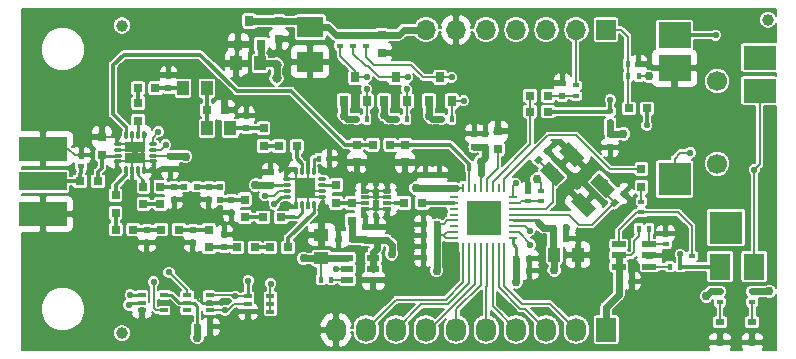
<source format=gtl>
G04 #@! TF.GenerationSoftware,KiCad,Pcbnew,(5.0.0)*
G04 #@! TF.CreationDate,2018-09-16T16:08:26-07:00*
G04 #@! TF.ProjectId,HamShieldMini1.2,48616D536869656C644D696E69312E32,rev?*
G04 #@! TF.SameCoordinates,PX459e440PY8f0d180*
G04 #@! TF.FileFunction,Copper,L1,Top,Signal*
G04 #@! TF.FilePolarity,Positive*
%FSLAX46Y46*%
G04 Gerber Fmt 4.6, Leading zero omitted, Abs format (unit mm)*
G04 Created by KiCad (PCBNEW (5.0.0)) date 09/16/18 16:08:26*
%MOMM*%
%LPD*%
G01*
G04 APERTURE LIST*
G04 #@! TA.AperFunction,ViaPad*
%ADD10C,0.838200*%
G04 #@! TD*
G04 #@! TA.AperFunction,SMDPad,CuDef*
%ADD11O,0.750000X0.300000*%
G04 #@! TD*
G04 #@! TA.AperFunction,SMDPad,CuDef*
%ADD12O,0.300000X0.750000*%
G04 #@! TD*
G04 #@! TA.AperFunction,SMDPad,CuDef*
%ADD13R,0.900000X0.900000*%
G04 #@! TD*
G04 #@! TA.AperFunction,SMDPad,CuDef*
%ADD14R,0.600000X0.400000*%
G04 #@! TD*
G04 #@! TA.AperFunction,BGAPad,CuDef*
%ADD15C,0.998220*%
G04 #@! TD*
G04 #@! TA.AperFunction,SMDPad,CuDef*
%ADD16R,0.400000X0.600000*%
G04 #@! TD*
G04 #@! TA.AperFunction,SMDPad,CuDef*
%ADD17R,0.800000X0.900000*%
G04 #@! TD*
G04 #@! TA.AperFunction,SMDPad,CuDef*
%ADD18R,2.800000X2.000000*%
G04 #@! TD*
G04 #@! TA.AperFunction,SMDPad,CuDef*
%ADD19R,2.800000X2.200000*%
G04 #@! TD*
G04 #@! TA.AperFunction,SMDPad,CuDef*
%ADD20R,2.800000X2.800000*%
G04 #@! TD*
G04 #@! TA.AperFunction,ComponentPad*
%ADD21C,1.700000*%
G04 #@! TD*
G04 #@! TA.AperFunction,SMDPad,CuDef*
%ADD22R,0.254000X0.762000*%
G04 #@! TD*
G04 #@! TA.AperFunction,SMDPad,CuDef*
%ADD23R,0.762000X0.254000*%
G04 #@! TD*
G04 #@! TA.AperFunction,SMDPad,CuDef*
%ADD24R,2.999740X2.999740*%
G04 #@! TD*
G04 #@! TA.AperFunction,SMDPad,CuDef*
%ADD25R,1.198880X0.548640*%
G04 #@! TD*
G04 #@! TA.AperFunction,ComponentPad*
%ADD26R,1.727200X2.032000*%
G04 #@! TD*
G04 #@! TA.AperFunction,ComponentPad*
%ADD27O,1.727200X2.032000*%
G04 #@! TD*
G04 #@! TA.AperFunction,SMDPad,CuDef*
%ADD28R,0.750000X0.800000*%
G04 #@! TD*
G04 #@! TA.AperFunction,SMDPad,CuDef*
%ADD29R,0.600000X0.500000*%
G04 #@! TD*
G04 #@! TA.AperFunction,SMDPad,CuDef*
%ADD30C,0.500000*%
G04 #@! TD*
G04 #@! TA.AperFunction,Conductor*
%ADD31C,0.150000*%
G04 #@! TD*
G04 #@! TA.AperFunction,SMDPad,CuDef*
%ADD32R,0.500000X0.600000*%
G04 #@! TD*
G04 #@! TA.AperFunction,SMDPad,CuDef*
%ADD33R,0.800000X0.750000*%
G04 #@! TD*
G04 #@! TA.AperFunction,SMDPad,CuDef*
%ADD34R,0.700000X0.420000*%
G04 #@! TD*
G04 #@! TA.AperFunction,SMDPad,CuDef*
%ADD35R,0.749300X0.398780*%
G04 #@! TD*
G04 #@! TA.AperFunction,SMDPad,CuDef*
%ADD36R,1.000000X1.250000*%
G04 #@! TD*
G04 #@! TA.AperFunction,SMDPad,CuDef*
%ADD37R,1.250000X1.000000*%
G04 #@! TD*
G04 #@! TA.AperFunction,SMDPad,CuDef*
%ADD38R,4.064000X2.000000*%
G04 #@! TD*
G04 #@! TA.AperFunction,SMDPad,CuDef*
%ADD39R,4.064000X1.524000*%
G04 #@! TD*
G04 #@! TA.AperFunction,SMDPad,CuDef*
%ADD40R,0.800000X0.600000*%
G04 #@! TD*
G04 #@! TA.AperFunction,SMDPad,CuDef*
%ADD41C,1.099820*%
G04 #@! TD*
G04 #@! TA.AperFunction,SMDPad,CuDef*
%ADD42R,1.800000X2.230000*%
G04 #@! TD*
G04 #@! TA.AperFunction,ComponentPad*
%ADD43R,1.700000X1.700000*%
G04 #@! TD*
G04 #@! TA.AperFunction,ComponentPad*
%ADD44O,1.700000X1.700000*%
G04 #@! TD*
G04 #@! TA.AperFunction,SMDPad,CuDef*
%ADD45R,2.230000X1.800000*%
G04 #@! TD*
G04 #@! TA.AperFunction,SMDPad,CuDef*
%ADD46R,0.700000X0.300000*%
G04 #@! TD*
G04 #@! TA.AperFunction,SMDPad,CuDef*
%ADD47R,0.625000X0.950000*%
G04 #@! TD*
G04 #@! TA.AperFunction,SMDPad,CuDef*
%ADD48R,1.000000X0.600000*%
G04 #@! TD*
G04 #@! TA.AperFunction,SMDPad,CuDef*
%ADD49R,0.650000X0.400000*%
G04 #@! TD*
G04 #@! TA.AperFunction,ViaPad*
%ADD50C,0.558800*%
G04 #@! TD*
G04 #@! TA.AperFunction,ViaPad*
%ADD51C,0.750000*%
G04 #@! TD*
G04 #@! TA.AperFunction,Conductor*
%ADD52C,0.226060*%
G04 #@! TD*
G04 #@! TA.AperFunction,Conductor*
%ADD53C,0.203200*%
G04 #@! TD*
G04 #@! TA.AperFunction,Conductor*
%ADD54C,0.175260*%
G04 #@! TD*
G04 #@! TA.AperFunction,Conductor*
%ADD55C,0.599440*%
G04 #@! TD*
G04 #@! TA.AperFunction,Conductor*
%ADD56C,0.248920*%
G04 #@! TD*
G04 #@! TA.AperFunction,Conductor*
%ADD57C,0.200660*%
G04 #@! TD*
G04 #@! TA.AperFunction,Conductor*
%ADD58C,0.149860*%
G04 #@! TD*
G04 #@! TA.AperFunction,Conductor*
%ADD59C,0.314960*%
G04 #@! TD*
G04 #@! TA.AperFunction,Conductor*
%ADD60C,0.330000*%
G04 #@! TD*
G04 APERTURE END LIST*
D10*
G04 #@! TO.N,GND*
G04 #@! TO.C,REF\002A\002A*
X13000000Y8700000D03*
G04 #@! TD*
G04 #@! TO.N,GND*
G04 #@! TO.C,REF\002A\002A*
X8200000Y15450000D03*
G04 #@! TD*
G04 #@! TO.N,GND*
G04 #@! TO.C,REF\002A\002A*
X9100000Y22150000D03*
G04 #@! TD*
D11*
G04 #@! TO.P,U11,1*
G04 #@! TO.N,GND*
X23025000Y15000000D03*
G04 #@! TO.P,U11,2*
G04 #@! TO.N,VCC*
X23025000Y14500000D03*
G04 #@! TO.P,U11,3*
G04 #@! TO.N,/RF Front End/V1xorV2*
X23025000Y14000000D03*
G04 #@! TO.P,U11,4*
G04 #@! TO.N,/GPIO4*
X23025000Y13500000D03*
D12*
G04 #@! TO.P,U11,5*
G04 #@! TO.N,GND*
X23750000Y12775000D03*
G04 #@! TO.P,U11,6*
G04 #@! TO.N,/RF Front End/1.2m_IN*
X24250000Y12775000D03*
G04 #@! TO.P,U11,7*
G04 #@! TO.N,GND*
X24750000Y12775000D03*
G04 #@! TO.P,U11,8*
G04 #@! TO.N,/RF Front End/70cm_IN*
X25250000Y12775000D03*
D11*
G04 #@! TO.P,U11,9*
G04 #@! TO.N,GND*
X25975000Y13500000D03*
G04 #@! TO.P,U11,10*
X25975000Y14000000D03*
G04 #@! TO.P,U11,11*
G04 #@! TO.N,/RF Front End/STAGE1_OUT*
X25975000Y14500000D03*
G04 #@! TO.P,U11,12*
G04 #@! TO.N,Net-(U11-Pad12)*
X25975000Y15000000D03*
D12*
G04 #@! TO.P,U11,13*
G04 #@! TO.N,Net-(R5-Pad1)*
X25250000Y15725000D03*
G04 #@! TO.P,U11,14*
G04 #@! TO.N,GND*
X24750000Y15725000D03*
G04 #@! TO.P,U11,15*
G04 #@! TO.N,/RF Front End/2m_IN*
X24250000Y15725000D03*
G04 #@! TO.P,U11,16*
G04 #@! TO.N,GND*
X23750000Y15725000D03*
D13*
G04 #@! TO.P,U11,17*
X24950000Y13800000D03*
X24950000Y14700000D03*
X24050000Y13800000D03*
X24050000Y14700000D03*
G04 #@! TD*
D10*
G04 #@! TO.N,VCC*
G04 #@! TO.C,REF\002A\002A*
X22100000Y23550000D03*
G04 #@! TD*
G04 #@! TO.N,VCC*
G04 #@! TO.C,REF\002A\002A*
X22100000Y24700000D03*
G04 #@! TD*
G04 #@! TO.N,GND*
G04 #@! TO.C,REF\002A\002A*
X18300000Y2700000D03*
G04 #@! TD*
G04 #@! TO.N,GND*
G04 #@! TO.C,REF\002A\002A*
X54700000Y6000000D03*
G04 #@! TD*
G04 #@! TO.N,GND*
G04 #@! TO.C,REF\002A\002A*
X55050000Y8650000D03*
G04 #@! TD*
G04 #@! TO.N,GND*
G04 #@! TO.C,REF\002A\002A*
X49250000Y7750000D03*
G04 #@! TD*
G04 #@! TO.N,GND*
G04 #@! TO.C,REF\002A\002A*
X44500000Y6000000D03*
G04 #@! TD*
G04 #@! TO.N,GND*
G04 #@! TO.C,REF\002A\002A*
X43250000Y15750000D03*
G04 #@! TD*
G04 #@! TO.N,GND*
G04 #@! TO.C,REF\002A\002A*
X57000000Y21750000D03*
G04 #@! TD*
G04 #@! TO.N,GND*
G04 #@! TO.C,REF\002A\002A*
X63750000Y1500000D03*
G04 #@! TD*
G04 #@! TO.N,GND*
G04 #@! TO.C,REF\002A\002A*
X27500000Y28750000D03*
G04 #@! TD*
G04 #@! TO.N,GND*
G04 #@! TO.C,REF\002A\002A*
X32500000Y28750000D03*
G04 #@! TD*
G04 #@! TO.N,GND*
G04 #@! TO.C,REF\002A\002A*
X22450000Y16500000D03*
G04 #@! TD*
G04 #@! TO.N,GND*
G04 #@! TO.C,REF\002A\002A*
X24400000Y20150000D03*
G04 #@! TD*
G04 #@! TO.N,GND*
G04 #@! TO.C,REF\002A\002A*
X28500000Y15250000D03*
G04 #@! TD*
G04 #@! TO.N,GND*
G04 #@! TO.C,REF\002A\002A*
X26000000Y11750000D03*
G04 #@! TD*
G04 #@! TO.N,GND*
G04 #@! TO.C,REF\002A\002A*
X24250000Y10000000D03*
G04 #@! TD*
G04 #@! TO.N,GND*
G04 #@! TO.C,REF\002A\002A*
X21250000Y8000000D03*
G04 #@! TD*
G04 #@! TO.N,GND*
G04 #@! TO.C,REF\002A\002A*
X16750000Y7000000D03*
G04 #@! TD*
G04 #@! TO.N,GND*
G04 #@! TO.C,REF\002A\002A*
X18500000Y8000000D03*
G04 #@! TD*
G04 #@! TO.N,GND*
G04 #@! TO.C,REF\002A\002A*
X20200000Y16400000D03*
G04 #@! TD*
G04 #@! TO.N,GND*
G04 #@! TO.C,REF\002A\002A*
X14900000Y15600000D03*
G04 #@! TD*
G04 #@! TO.N,GND*
G04 #@! TO.C,REF\002A\002A*
X18500000Y14500000D03*
G04 #@! TD*
G04 #@! TO.N,GND*
G04 #@! TO.C,REF\002A\002A*
X21000000Y10500000D03*
G04 #@! TD*
G04 #@! TO.N,GND*
G04 #@! TO.C,REF\002A\002A*
X10000000Y8750000D03*
G04 #@! TD*
G04 #@! TO.N,GND*
G04 #@! TO.C,REF\002A\002A*
X7500000Y9500000D03*
G04 #@! TD*
G04 #@! TO.N,GND*
G04 #@! TO.C,REF\002A\002A*
X6500000Y12750000D03*
G04 #@! TD*
G04 #@! TO.N,GND*
G04 #@! TO.C,REF\002A\002A*
X17000000Y12000000D03*
G04 #@! TD*
G04 #@! TO.N,GND*
G04 #@! TO.C,REF\002A\002A*
X9750000Y12000000D03*
G04 #@! TD*
G04 #@! TO.N,GND*
G04 #@! TO.C,REF\002A\002A*
X14300000Y8500000D03*
G04 #@! TD*
G04 #@! TO.N,GND*
G04 #@! TO.C,REF\002A\002A*
X34000000Y7000000D03*
G04 #@! TD*
G04 #@! TO.N,GND*
G04 #@! TO.C,REF\002A\002A*
X36500000Y6500000D03*
G04 #@! TD*
G04 #@! TO.N,GND*
G04 #@! TO.C,REF\002A\002A*
X33000000Y11000000D03*
G04 #@! TD*
G04 #@! TO.N,GND*
G04 #@! TO.C,REF\002A\002A*
X39500000Y20000000D03*
G04 #@! TD*
G04 #@! TO.N,GND*
G04 #@! TO.C,REF\002A\002A*
X48000000Y19500000D03*
G04 #@! TD*
G04 #@! TO.N,GND*
G04 #@! TO.C,REF\002A\002A*
X48500000Y24000000D03*
G04 #@! TD*
G04 #@! TO.N,GND*
G04 #@! TO.C,REF\002A\002A*
X42000000Y22500000D03*
G04 #@! TD*
G04 #@! TO.N,GND*
G04 #@! TO.C,REF\002A\002A*
X39500000Y22500000D03*
G04 #@! TD*
G04 #@! TO.N,GND*
G04 #@! TO.C,REF\002A\002A*
X15000000Y12300000D03*
G04 #@! TD*
G04 #@! TO.N,GND*
G04 #@! TO.C,REF\002A\002A*
X18700000Y17500000D03*
G04 #@! TD*
G04 #@! TO.N,GND*
G04 #@! TO.C,REF\002A\002A*
X15000000Y18100000D03*
G04 #@! TD*
G04 #@! TO.N,GND*
G04 #@! TO.C,REF\002A\002A*
X12500000Y21000000D03*
G04 #@! TD*
G04 #@! TO.N,GND*
G04 #@! TO.C,REF\002A\002A*
X14500000Y21000000D03*
G04 #@! TD*
G04 #@! TO.N,GND*
G04 #@! TO.C,REF\002A\002A*
X13700000Y19400000D03*
G04 #@! TD*
G04 #@! TO.N,GND*
G04 #@! TO.C,REF\002A\002A*
X12000000Y24500000D03*
G04 #@! TD*
G04 #@! TO.N,GND*
G04 #@! TO.C,REF\002A\002A*
X10000000Y24500000D03*
G04 #@! TD*
G04 #@! TO.N,GND*
G04 #@! TO.C,REF\002A\002A*
X15000000Y24500000D03*
G04 #@! TD*
G04 #@! TO.N,GND*
G04 #@! TO.C,REF\002A\002A*
X17550000Y22250000D03*
G04 #@! TD*
G04 #@! TO.N,GND*
G04 #@! TO.C,REF\002A\002A*
X19500000Y23500000D03*
G04 #@! TD*
G04 #@! TO.N,GND*
G04 #@! TO.C,REF\002A\002A*
X20500000Y21000000D03*
G04 #@! TD*
G04 #@! TO.N,GND*
G04 #@! TO.C,REF\002A\002A*
X26000000Y22000000D03*
G04 #@! TD*
G04 #@! TO.N,GND*
G04 #@! TO.C,REF\002A\002A*
X23000000Y21000000D03*
G04 #@! TD*
G04 #@! TO.N,GND*
G04 #@! TO.C,REF\002A\002A*
X23450000Y23350000D03*
G04 #@! TD*
G04 #@! TO.N,GND*
G04 #@! TO.C,REF\002A\002A*
X25500000Y18500000D03*
G04 #@! TD*
G04 #@! TO.N,GND*
G04 #@! TO.C,REF\002A\002A*
X32000000Y19000000D03*
G04 #@! TD*
G04 #@! TO.N,GND*
G04 #@! TO.C,REF\002A\002A*
X29500000Y19000000D03*
G04 #@! TD*
G04 #@! TO.N,GND*
G04 #@! TO.C,REF\002A\002A*
X30000000Y16000000D03*
G04 #@! TD*
G04 #@! TO.N,GND*
G04 #@! TO.C,REF\002A\002A*
X31500000Y16000000D03*
G04 #@! TD*
G04 #@! TO.N,GND*
G04 #@! TO.C,REF\002A\002A*
X35500000Y17000000D03*
G04 #@! TD*
G04 #@! TO.N,GND*
G04 #@! TO.C,REF\002A\002A*
X35000000Y19000000D03*
G04 #@! TD*
G04 #@! TO.N,GND*
G04 #@! TO.C,REF\002A\002A*
X37500000Y18500000D03*
G04 #@! TD*
G04 #@! TO.N,GND*
G04 #@! TO.C,REF\002A\002A*
X37500000Y15500000D03*
G04 #@! TD*
G04 #@! TO.N,GND*
G04 #@! TO.C,REF\002A\002A*
X47500000Y14500000D03*
G04 #@! TD*
G04 #@! TO.N,GND*
G04 #@! TO.C,REF\002A\002A*
X47500000Y6500000D03*
G04 #@! TD*
G04 #@! TO.N,GND*
G04 #@! TO.C,REF\002A\002A*
X49500000Y10500000D03*
G04 #@! TD*
G04 #@! TO.N,GND*
G04 #@! TO.C,REF\002A\002A*
X59500000Y14000000D03*
G04 #@! TD*
G04 #@! TO.N,GND*
G04 #@! TO.C,REF\002A\002A*
X54500000Y2500000D03*
G04 #@! TD*
G04 #@! TO.N,GND*
G04 #@! TO.C,REF\002A\002A*
X62000000Y27500000D03*
G04 #@! TD*
G04 #@! TO.N,GND*
G04 #@! TO.C,REF\002A\002A*
X4500000Y10000000D03*
G04 #@! TD*
G04 #@! TO.N,GND*
G04 #@! TO.C,REF\002A\002A*
X4500000Y20000000D03*
G04 #@! TD*
G04 #@! TO.N,GND*
G04 #@! TO.C,REF\002A\002A*
X17000000Y27500000D03*
G04 #@! TD*
G04 #@! TO.N,GND*
G04 #@! TO.C,REF\002A\002A*
X12000000Y27500000D03*
G04 #@! TD*
G04 #@! TO.N,GND*
G04 #@! TO.C,REF\002A\002A*
X7000000Y22500000D03*
G04 #@! TD*
G04 #@! TO.N,GND*
G04 #@! TO.C,REF\002A\002A*
X7000000Y7500000D03*
G04 #@! TD*
G04 #@! TO.N,GND*
G04 #@! TO.C,REF\002A\002A*
X53100000Y28300000D03*
G04 #@! TD*
G04 #@! TO.N,GND*
G04 #@! TO.C,REF\002A\002A*
X52500000Y17400000D03*
G04 #@! TD*
G04 #@! TO.N,GND*
G04 #@! TO.C,REF\002A\002A*
X2000000Y22500000D03*
G04 #@! TD*
G04 #@! TO.N,GND*
G04 #@! TO.C,REF\002A\002A*
X2000000Y7500000D03*
G04 #@! TD*
D14*
G04 #@! TO.P,R36,1*
G04 #@! TO.N,VIN*
X29700000Y27200000D03*
G04 #@! TO.P,R36,2*
G04 #@! TO.N,Net-(P2-Pad3)*
X29700000Y26300000D03*
G04 #@! TD*
G04 #@! TO.P,R37,1*
G04 #@! TO.N,VIN*
X28600000Y27200000D03*
G04 #@! TO.P,R37,2*
G04 #@! TO.N,Net-(P2-Pad4)*
X28600000Y26300000D03*
G04 #@! TD*
D15*
G04 #@! TO.P,FD1,1*
G04 #@! TO.N,N/C*
X63700000Y28500000D03*
G04 #@! TD*
D16*
G04 #@! TO.P,R1,1*
G04 #@! TO.N,VCC*
X28825000Y20125000D03*
G04 #@! TO.P,R1,2*
G04 #@! TO.N,/nSEN*
X29725000Y20125000D03*
G04 #@! TD*
G04 #@! TO.P,R14,1*
G04 #@! TO.N,VCC*
X32225000Y20125000D03*
G04 #@! TO.P,R14,2*
G04 #@! TO.N,/SDIO*
X33125000Y20125000D03*
G04 #@! TD*
G04 #@! TO.P,R15,1*
G04 #@! TO.N,VCC*
X36025000Y20125000D03*
G04 #@! TO.P,R15,2*
G04 #@! TO.N,/SCLK*
X36925000Y20125000D03*
G04 #@! TD*
D14*
G04 #@! TO.P,R16,1*
G04 #@! TO.N,VIN*
X27500000Y27200000D03*
G04 #@! TO.P,R16,2*
G04 #@! TO.N,Net-(P2-Pad5)*
X27500000Y26300000D03*
G04 #@! TD*
D17*
G04 #@! TO.P,Q5,1*
G04 #@! TO.N,VCC*
X27825000Y21625000D03*
G04 #@! TO.P,Q5,2*
G04 #@! TO.N,/nSEN*
X29725000Y21625000D03*
G04 #@! TO.P,Q5,3*
G04 #@! TO.N,Net-(P2-Pad5)*
X28775000Y23625000D03*
G04 #@! TD*
G04 #@! TO.P,Q6,1*
G04 #@! TO.N,VCC*
X31225000Y21625000D03*
G04 #@! TO.P,Q6,2*
G04 #@! TO.N,/SDIO*
X33125000Y21625000D03*
G04 #@! TO.P,Q6,3*
G04 #@! TO.N,Net-(P2-Pad4)*
X32175000Y23625000D03*
G04 #@! TD*
G04 #@! TO.P,Q7,1*
G04 #@! TO.N,VCC*
X35025000Y21625000D03*
G04 #@! TO.P,Q7,2*
G04 #@! TO.N,/SCLK*
X36925000Y21625000D03*
G04 #@! TO.P,Q7,3*
G04 #@! TO.N,Net-(P2-Pad3)*
X35975000Y23625000D03*
G04 #@! TD*
D18*
G04 #@! TO.P,J2,6*
G04 #@! TO.N,N/C*
X63000000Y25300000D03*
G04 #@! TO.P,J2,3*
G04 #@! TO.N,Net-(C93-Pad2)*
X63000000Y22500000D03*
D19*
G04 #@! TO.P,J2,4*
G04 #@! TO.N,GND*
X55800000Y24400000D03*
G04 #@! TO.P,J2,1*
G04 #@! TO.N,Net-(C94-Pad1)*
X55800000Y27200000D03*
D20*
G04 #@! TO.P,J2,2*
G04 #@! TO.N,Net-(J2-Pad2)*
X55800000Y15000000D03*
G04 #@! TO.P,J2,5*
G04 #@! TO.N,N/C*
X60150000Y10900000D03*
D21*
G04 #@! TO.P,J2,NC*
X59400000Y23300000D03*
X59400000Y16300000D03*
G04 #@! TD*
D22*
G04 #@! TO.P,U1,31*
G04 #@! TO.N,/GPIO1*
X40899680Y9250640D03*
G04 #@! TO.P,U1,30*
G04 #@! TO.N,/GPIO2*
X40399300Y9250640D03*
G04 #@! TO.P,U1,29*
G04 #@! TO.N,/GPIO3*
X39898920Y9250640D03*
G04 #@! TO.P,U1,32*
G04 #@! TO.N,/GPIO0*
X41400060Y9250640D03*
D23*
G04 #@! TO.P,U1,1*
G04 #@! TO.N,VCC*
X42149360Y9999940D03*
G04 #@! TO.P,U1,2*
G04 #@! TO.N,/SCLK*
X42149360Y10500320D03*
G04 #@! TO.P,U1,3*
G04 #@! TO.N,/SDIO*
X42149360Y11000700D03*
G04 #@! TO.P,U1,4*
G04 #@! TO.N,VCC*
X42149360Y11501080D03*
G04 #@! TO.P,U1,5*
G04 #@! TO.N,Net-(C9-Pad2)*
X42149360Y11998920D03*
G04 #@! TO.P,U1,6*
G04 #@! TO.N,Net-(C10-Pad2)*
X42149360Y12499300D03*
G04 #@! TO.P,U1,7*
G04 #@! TO.N,/MODE*
X42149360Y12999680D03*
G04 #@! TO.P,U1,8*
G04 #@! TO.N,/nSEN*
X42149360Y13500060D03*
D22*
G04 #@! TO.P,U1,16*
G04 #@! TO.N,VCC*
X37899940Y14249360D03*
G04 #@! TO.P,U1,9*
G04 #@! TO.N,/AFOUT*
X41400060Y14249360D03*
G04 #@! TO.P,U1,10*
G04 #@! TO.N,Net-(U1-Pad10)*
X40899680Y14249360D03*
G04 #@! TO.P,U1,11*
G04 #@! TO.N,/MIC_IN*
X40399300Y14249360D03*
G04 #@! TO.P,U1,12*
G04 #@! TO.N,Net-(C11-Pad2)*
X39898920Y14249360D03*
G04 #@! TO.P,U1,13*
G04 #@! TO.N,VCC*
X39401080Y14249360D03*
G04 #@! TO.P,U1,14*
G04 #@! TO.N,Net-(U1-Pad14)*
X38900700Y14249360D03*
G04 #@! TO.P,U1,15*
G04 #@! TO.N,/RFin*
X38400320Y14249360D03*
D23*
G04 #@! TO.P,U1,17*
G04 #@! TO.N,Net-(U1-Pad17)*
X37150640Y13500060D03*
G04 #@! TO.P,U1,18*
G04 #@! TO.N,/RF Front End/RF_OUT*
X37150640Y12999680D03*
G04 #@! TO.P,U1,19*
G04 #@! TO.N,Net-(U1-Pad19)*
X37150640Y12499300D03*
G04 #@! TO.P,U1,20*
G04 #@! TO.N,Net-(U1-Pad20)*
X37150640Y11998920D03*
G04 #@! TO.P,U1,21*
G04 #@! TO.N,VCC*
X37150640Y11501080D03*
G04 #@! TO.P,U1,22*
G04 #@! TO.N,Net-(U1-Pad22)*
X37150640Y11000700D03*
G04 #@! TO.P,U1,23*
G04 #@! TO.N,VCC*
X37150640Y10500320D03*
G04 #@! TO.P,U1,24*
X37150640Y9999940D03*
D22*
G04 #@! TO.P,U1,25*
G04 #@! TO.N,/GPIO7*
X37899940Y9250640D03*
G04 #@! TO.P,U1,26*
G04 #@! TO.N,/GPIO6*
X38400320Y9250640D03*
G04 #@! TO.P,U1,27*
G04 #@! TO.N,/GPIO5*
X38900700Y9250640D03*
G04 #@! TO.P,U1,28*
G04 #@! TO.N,/GPIO4*
X39401080Y9250640D03*
D24*
G04 #@! TO.P,U1,33*
G04 #@! TO.N,GND*
X39650000Y11750000D03*
G04 #@! TD*
D25*
G04 #@! TO.P,U3,3*
G04 #@! TO.N,Net-(R12-Pad1)*
X53672940Y9499960D03*
G04 #@! TO.P,U3,2*
G04 #@! TO.N,GND*
X53672940Y8550000D03*
G04 #@! TO.P,U3,1*
G04 #@! TO.N,Net-(R23-Pad2)*
X53672940Y7600040D03*
G04 #@! TO.P,U3,6*
G04 #@! TO.N,VCC*
X51077060Y7600040D03*
G04 #@! TO.P,U3,5*
X51077060Y8550000D03*
G04 #@! TO.P,U3,4*
G04 #@! TO.N,Net-(R13-Pad2)*
X51077060Y9499960D03*
G04 #@! TD*
D26*
G04 #@! TO.P,P1,1*
G04 #@! TO.N,VCC*
X50000000Y2250000D03*
D27*
G04 #@! TO.P,P1,2*
G04 #@! TO.N,/GPIO0*
X47460000Y2250000D03*
G04 #@! TO.P,P1,3*
G04 #@! TO.N,/GPIO1*
X44920000Y2250000D03*
G04 #@! TO.P,P1,4*
G04 #@! TO.N,/GPIO2*
X42380000Y2250000D03*
G04 #@! TO.P,P1,5*
G04 #@! TO.N,/GPIO3*
X39840000Y2250000D03*
G04 #@! TO.P,P1,6*
G04 #@! TO.N,/GPIO4*
X37300000Y2250000D03*
G04 #@! TO.P,P1,7*
G04 #@! TO.N,/GPIO5*
X34760000Y2250000D03*
G04 #@! TO.P,P1,8*
G04 #@! TO.N,/GPIO6*
X32220000Y2250000D03*
G04 #@! TO.P,P1,9*
G04 #@! TO.N,/GPIO7*
X29680000Y2250000D03*
G04 #@! TO.P,P1,10*
G04 #@! TO.N,GND*
X27140000Y2250000D03*
G04 #@! TD*
D28*
G04 #@! TO.P,C20,1*
G04 #@! TO.N,VIN*
X22300000Y28350000D03*
G04 #@! TO.P,C20,2*
G04 #@! TO.N,GND*
X22300000Y26850000D03*
G04 #@! TD*
D29*
G04 #@! TO.P,C1,1*
G04 #@! TO.N,GND*
X43500000Y8275000D03*
G04 #@! TO.P,C1,2*
G04 #@! TO.N,VCC*
X42400000Y8275000D03*
G04 #@! TD*
G04 #@! TO.P,C2,1*
G04 #@! TO.N,GND*
X43500000Y7250000D03*
G04 #@! TO.P,C2,2*
G04 #@! TO.N,VCC*
X42400000Y7250000D03*
G04 #@! TD*
G04 #@! TO.P,C3,1*
G04 #@! TO.N,GND*
X34550000Y11200000D03*
G04 #@! TO.P,C3,2*
G04 #@! TO.N,VCC*
X35650000Y11200000D03*
G04 #@! TD*
G04 #@! TO.P,C4,1*
G04 #@! TO.N,GND*
X34550000Y10250000D03*
G04 #@! TO.P,C4,2*
G04 #@! TO.N,VCC*
X35650000Y10250000D03*
G04 #@! TD*
G04 #@! TO.P,C5,1*
G04 #@! TO.N,GND*
X46625000Y10900000D03*
G04 #@! TO.P,C5,2*
G04 #@! TO.N,VCC*
X45525000Y10900000D03*
G04 #@! TD*
G04 #@! TO.P,C6,1*
G04 #@! TO.N,GND*
X46625000Y9950000D03*
G04 #@! TO.P,C6,2*
G04 #@! TO.N,VCC*
X45525000Y9950000D03*
G04 #@! TD*
G04 #@! TO.P,C7,1*
G04 #@! TO.N,GND*
X34550000Y9300000D03*
G04 #@! TO.P,C7,2*
G04 #@! TO.N,VCC*
X35650000Y9300000D03*
G04 #@! TD*
G04 #@! TO.P,C8,1*
G04 #@! TO.N,GND*
X34550000Y8350000D03*
G04 #@! TO.P,C8,2*
G04 #@! TO.N,VCC*
X35650000Y8350000D03*
G04 #@! TD*
D30*
G04 #@! TO.P,C9,1*
G04 #@! TO.N,GND*
X51513909Y13788909D03*
D31*
G04 #@! TD*
G04 #@! TO.N,GND*
G04 #@! TO.C,C9*
G36*
X51549264Y14177818D02*
X51902818Y13824264D01*
X51478554Y13400000D01*
X51125000Y13753554D01*
X51549264Y14177818D01*
X51549264Y14177818D01*
G37*
D30*
G04 #@! TO.P,C9,2*
G04 #@! TO.N,Net-(C9-Pad2)*
X50736091Y13011091D03*
D31*
G04 #@! TD*
G04 #@! TO.N,Net-(C9-Pad2)*
G04 #@! TO.C,C9*
G36*
X50771446Y13400000D02*
X51125000Y13046446D01*
X50700736Y12622182D01*
X50347182Y12975736D01*
X50771446Y13400000D01*
X50771446Y13400000D01*
G37*
D30*
G04 #@! TO.P,C10,1*
G04 #@! TO.N,GND*
X45038909Y17413909D03*
D31*
G04 #@! TD*
G04 #@! TO.N,GND*
G04 #@! TO.C,C10*
G36*
X45074264Y17802818D02*
X45427818Y17449264D01*
X45003554Y17025000D01*
X44650000Y17378554D01*
X45074264Y17802818D01*
X45074264Y17802818D01*
G37*
D30*
G04 #@! TO.P,C10,2*
G04 #@! TO.N,Net-(C10-Pad2)*
X44261091Y16636091D03*
D31*
G04 #@! TD*
G04 #@! TO.N,Net-(C10-Pad2)*
G04 #@! TO.C,C10*
G36*
X44296446Y17025000D02*
X44650000Y16671446D01*
X44225736Y16247182D01*
X43872182Y16600736D01*
X44296446Y17025000D01*
X44296446Y17025000D01*
G37*
D32*
G04 #@! TO.P,C12,1*
G04 #@! TO.N,GND*
X39775000Y18850000D03*
G04 #@! TO.P,C12,2*
G04 #@! TO.N,VCC*
X39775000Y17750000D03*
G04 #@! TD*
G04 #@! TO.P,C13,1*
G04 #@! TO.N,GND*
X38825000Y18850000D03*
G04 #@! TO.P,C13,2*
G04 #@! TO.N,VCC*
X38825000Y17750000D03*
G04 #@! TD*
G04 #@! TO.P,C14,1*
G04 #@! TO.N,GND*
X35870000Y15350000D03*
G04 #@! TO.P,C14,2*
G04 #@! TO.N,VCC*
X35870000Y14250000D03*
G04 #@! TD*
G04 #@! TO.P,C15,1*
G04 #@! TO.N,GND*
X34730000Y15350000D03*
G04 #@! TO.P,C15,2*
G04 #@! TO.N,VCC*
X34730000Y14250000D03*
G04 #@! TD*
D29*
G04 #@! TO.P,C17,1*
G04 #@! TO.N,GND*
X16480000Y2490000D03*
G04 #@! TO.P,C17,2*
G04 #@! TO.N,VCC*
X15380000Y2490000D03*
G04 #@! TD*
D33*
G04 #@! TO.P,C19,1*
G04 #@! TO.N,Net-(C19-Pad1)*
X5475000Y14825000D03*
G04 #@! TO.P,C19,2*
G04 #@! TO.N,/RF Front End/ANT*
X6975000Y14825000D03*
G04 #@! TD*
G04 #@! TO.P,C23,1*
G04 #@! TO.N,/RF Front End/70cm_IN*
X23075000Y9225000D03*
G04 #@! TO.P,C23,2*
G04 #@! TO.N,Net-(C23-Pad2)*
X21575000Y9225000D03*
G04 #@! TD*
G04 #@! TO.P,C24,1*
G04 #@! TO.N,/RF Front End/1.2m_IN*
X22475000Y11775000D03*
G04 #@! TO.P,C24,2*
G04 #@! TO.N,Net-(C24-Pad2)*
X20975000Y11775000D03*
G04 #@! TD*
G04 #@! TO.P,C25,1*
G04 #@! TO.N,Net-(C25-Pad1)*
X22300000Y17800000D03*
G04 #@! TO.P,C25,2*
G04 #@! TO.N,/RF Front End/2m_IN*
X23800000Y17800000D03*
G04 #@! TD*
D32*
G04 #@! TO.P,C31,1*
G04 #@! TO.N,VCC*
X13100000Y16950000D03*
G04 #@! TO.P,C31,2*
G04 #@! TO.N,GND*
X13100000Y15850000D03*
G04 #@! TD*
G04 #@! TO.P,C35,1*
G04 #@! TO.N,VCC*
X21600000Y14500000D03*
G04 #@! TO.P,C35,2*
G04 #@! TO.N,GND*
X21600000Y15600000D03*
G04 #@! TD*
D29*
G04 #@! TO.P,C39,1*
G04 #@! TO.N,GND*
X52175000Y6375000D03*
G04 #@! TO.P,C39,2*
G04 #@! TO.N,VCC*
X51075000Y6375000D03*
G04 #@! TD*
D33*
G04 #@! TO.P,C40,1*
G04 #@! TO.N,Net-(C40-Pad1)*
X45075000Y22050000D03*
G04 #@! TO.P,C40,2*
G04 #@! TO.N,/MIC_IN*
X43575000Y22050000D03*
G04 #@! TD*
D32*
G04 #@! TO.P,C41,1*
G04 #@! TO.N,GND*
X46300000Y23150000D03*
G04 #@! TO.P,C41,2*
G04 #@! TO.N,Net-(C40-Pad1)*
X46300000Y22050000D03*
G04 #@! TD*
G04 #@! TO.P,C43,1*
G04 #@! TO.N,VTX*
X50350000Y18800000D03*
G04 #@! TO.P,C43,2*
G04 #@! TO.N,GND*
X50350000Y17700000D03*
G04 #@! TD*
G04 #@! TO.P,C56,1*
G04 #@! TO.N,Net-(C56-Pad1)*
X18275000Y13275000D03*
G04 #@! TO.P,C56,2*
G04 #@! TO.N,GND*
X18275000Y12175000D03*
G04 #@! TD*
G04 #@! TO.P,C59,1*
G04 #@! TO.N,Net-(C59-Pad1)*
X15025000Y10725000D03*
G04 #@! TO.P,C59,2*
G04 #@! TO.N,GND*
X15025000Y9625000D03*
G04 #@! TD*
G04 #@! TO.P,C60,1*
G04 #@! TO.N,Net-(C60-Pad1)*
X16375000Y14375000D03*
G04 #@! TO.P,C60,2*
G04 #@! TO.N,GND*
X16375000Y13275000D03*
G04 #@! TD*
D33*
G04 #@! TO.P,C94,1*
G04 #@! TO.N,Net-(C94-Pad1)*
X45075000Y20725000D03*
G04 #@! TO.P,C94,2*
G04 #@! TO.N,/MIC_IN*
X43575000Y20725000D03*
G04 #@! TD*
D16*
G04 #@! TO.P,R12,1*
G04 #@! TO.N,Net-(R12-Pad1)*
X53675000Y10775000D03*
G04 #@! TO.P,R12,2*
G04 #@! TO.N,VCC*
X52775000Y10775000D03*
G04 #@! TD*
D14*
G04 #@! TO.P,R13,1*
G04 #@! TO.N,Net-(C42-Pad2)*
X57275000Y7600000D03*
G04 #@! TO.P,R13,2*
G04 #@! TO.N,Net-(R13-Pad2)*
X57275000Y8500000D03*
G04 #@! TD*
D16*
G04 #@! TO.P,R23,1*
G04 #@! TO.N,Net-(C42-Pad2)*
X56275000Y7600000D03*
G04 #@! TO.P,R23,2*
G04 #@! TO.N,Net-(R23-Pad2)*
X55375000Y7600000D03*
G04 #@! TD*
D14*
G04 #@! TO.P,R24,1*
G04 #@! TO.N,/User Interface/PWM_AUDIO_IN*
X47450000Y22950000D03*
G04 #@! TO.P,R24,2*
G04 #@! TO.N,Net-(C40-Pad1)*
X47450000Y22050000D03*
G04 #@! TD*
D16*
G04 #@! TO.P,R27,1*
G04 #@! TO.N,VCC*
X52750000Y23700000D03*
G04 #@! TO.P,R27,2*
G04 #@! TO.N,/User Interface/ARD_AUDIO_OUT*
X51850000Y23700000D03*
G04 #@! TD*
G04 #@! TO.P,R28,1*
G04 #@! TO.N,GND*
X52750000Y24750000D03*
G04 #@! TO.P,R28,2*
G04 #@! TO.N,/User Interface/ARD_AUDIO_OUT*
X51850000Y24750000D03*
G04 #@! TD*
D14*
G04 #@! TO.P,R31,1*
G04 #@! TO.N,Net-(C94-Pad1)*
X50350000Y20750000D03*
G04 #@! TO.P,R31,2*
G04 #@! TO.N,VTX*
X50350000Y19850000D03*
G04 #@! TD*
D16*
G04 #@! TO.P,R4,1*
G04 #@! TO.N,VIN*
X25850000Y6500000D03*
G04 #@! TO.P,R4,2*
G04 #@! TO.N,Net-(Q1-Pad6)*
X26750000Y6500000D03*
G04 #@! TD*
G04 #@! TO.P,R5,1*
G04 #@! TO.N,Net-(R5-Pad1)*
X25700000Y16750000D03*
G04 #@! TO.P,R5,2*
G04 #@! TO.N,GND*
X26600000Y16750000D03*
G04 #@! TD*
D14*
G04 #@! TO.P,R6,1*
G04 #@! TO.N,Net-(R13-Pad2)*
X53000000Y12200000D03*
G04 #@! TO.P,R6,2*
G04 #@! TO.N,Net-(C47-Pad1)*
X53000000Y13100000D03*
G04 #@! TD*
G04 #@! TO.P,R7,1*
G04 #@! TO.N,Net-(R12-Pad1)*
X55050000Y9500000D03*
G04 #@! TO.P,R7,2*
G04 #@! TO.N,GND*
X55050000Y10400000D03*
G04 #@! TD*
D34*
G04 #@! TO.P,D1,1*
G04 #@! TO.N,/GPIO4*
X19680000Y5090000D03*
G04 #@! TO.P,D1,2*
G04 #@! TO.N,/GPIO5*
X19680000Y4440000D03*
G04 #@! TO.P,D1,3*
G04 #@! TO.N,GND*
X19680000Y3790000D03*
G04 #@! TO.P,D1,4*
G04 #@! TO.N,Net-(D1-Pad4)*
X21580000Y3790000D03*
G04 #@! TO.P,D1,5*
X21580000Y4440000D03*
G04 #@! TO.P,D1,6*
X21580000Y5090000D03*
G04 #@! TD*
D32*
G04 #@! TO.P,C58,1*
G04 #@! TO.N,Net-(C58-Pad1)*
X19550000Y19300000D03*
G04 #@! TO.P,C58,2*
G04 #@! TO.N,GND*
X19550000Y20400000D03*
G04 #@! TD*
D35*
G04 #@! TO.P,U12,1*
G04 #@! TO.N,/GPIO5*
X16429960Y3889760D03*
G04 #@! TO.P,U12,2*
G04 #@! TO.N,GND*
X16429960Y4540000D03*
G04 #@! TO.P,U12,3*
G04 #@! TO.N,/GPIO4*
X16429960Y5190240D03*
G04 #@! TO.P,U12,4*
G04 #@! TO.N,/Y1*
X14530040Y5190240D03*
G04 #@! TO.P,U12,5*
G04 #@! TO.N,VCC*
X14530040Y4540000D03*
G04 #@! TO.P,U12,6*
G04 #@! TO.N,/Y2*
X14530040Y3889760D03*
G04 #@! TD*
D33*
G04 #@! TO.P,C61,1*
G04 #@! TO.N,Net-(C61-Pad1)*
X16200000Y20850000D03*
G04 #@! TO.P,C61,2*
G04 #@! TO.N,GND*
X17700000Y20850000D03*
G04 #@! TD*
D28*
G04 #@! TO.P,C67,1*
G04 #@! TO.N,/RF Front End/70cm_OUT*
X8475000Y13625000D03*
G04 #@! TO.P,C67,2*
G04 #@! TO.N,Net-(C67-Pad2)*
X8475000Y12125000D03*
G04 #@! TD*
G04 #@! TO.P,C73,1*
G04 #@! TO.N,Net-(C73-Pad1)*
X27150000Y13000000D03*
G04 #@! TO.P,C73,2*
G04 #@! TO.N,/RF Front End/STAGE1_OUT*
X27150000Y14500000D03*
G04 #@! TD*
D33*
G04 #@! TO.P,L18,1*
G04 #@! TO.N,Net-(C23-Pad2)*
X20275000Y9225000D03*
G04 #@! TO.P,L18,2*
G04 #@! TO.N,Net-(C53-Pad1)*
X18775000Y9225000D03*
G04 #@! TD*
D28*
G04 #@! TO.P,L19,1*
G04 #@! TO.N,Net-(C24-Pad2)*
X19425000Y11775000D03*
G04 #@! TO.P,L19,2*
G04 #@! TO.N,Net-(C56-Pad1)*
X19425000Y13275000D03*
G04 #@! TD*
G04 #@! TO.P,L21,1*
G04 #@! TO.N,Net-(C53-Pad1)*
X16375000Y9225000D03*
G04 #@! TO.P,L21,2*
G04 #@! TO.N,Net-(C59-Pad1)*
X16375000Y10725000D03*
G04 #@! TD*
D33*
G04 #@! TO.P,L24,1*
G04 #@! TO.N,Net-(C59-Pad1)*
X13825000Y10725000D03*
G04 #@! TO.P,L24,2*
G04 #@! TO.N,Net-(C62-Pad1)*
X12325000Y10725000D03*
G04 #@! TD*
G04 #@! TO.P,L27,1*
G04 #@! TO.N,Net-(C62-Pad1)*
X9975000Y10725000D03*
G04 #@! TO.P,L27,2*
G04 #@! TO.N,Net-(C67-Pad2)*
X8475000Y10725000D03*
G04 #@! TD*
D28*
G04 #@! TO.P,L28,1*
G04 #@! TO.N,Net-(C63-Pad1)*
X12275000Y14375000D03*
G04 #@! TO.P,L28,2*
G04 #@! TO.N,Net-(C68-Pad2)*
X12275000Y12875000D03*
G04 #@! TD*
D32*
G04 #@! TO.P,C53,1*
G04 #@! TO.N,Net-(C53-Pad1)*
X17675000Y9225000D03*
G04 #@! TO.P,C53,2*
G04 #@! TO.N,GND*
X17675000Y10325000D03*
G04 #@! TD*
G04 #@! TO.P,C62,1*
G04 #@! TO.N,Net-(C62-Pad1)*
X11125000Y10725000D03*
G04 #@! TO.P,C62,2*
G04 #@! TO.N,GND*
X11125000Y9625000D03*
G04 #@! TD*
G04 #@! TO.P,C63,1*
G04 #@! TO.N,Net-(C63-Pad1)*
X13425000Y14375000D03*
G04 #@! TO.P,C63,2*
G04 #@! TO.N,GND*
X13425000Y13275000D03*
G04 #@! TD*
G04 #@! TO.P,C66,1*
G04 #@! TO.N,Net-(C66-Pad1)*
X12950000Y22700000D03*
G04 #@! TO.P,C66,2*
G04 #@! TO.N,GND*
X12950000Y23800000D03*
G04 #@! TD*
D28*
G04 #@! TO.P,C68,1*
G04 #@! TO.N,/RF Front End/1.2m_OUT*
X10825000Y14375000D03*
G04 #@! TO.P,C68,2*
G04 #@! TO.N,Net-(C68-Pad2)*
X10825000Y12875000D03*
G04 #@! TD*
G04 #@! TO.P,C70,1*
G04 #@! TO.N,Net-(C70-Pad1)*
X10375000Y21450000D03*
G04 #@! TO.P,C70,2*
G04 #@! TO.N,/RF Front End/2m_OUT*
X10375000Y19950000D03*
G04 #@! TD*
D33*
G04 #@! TO.P,C71,1*
G04 #@! TO.N,/RF Front End/RF_OUT*
X34400000Y13000000D03*
G04 #@! TO.P,C71,2*
G04 #@! TO.N,Net-(C71-Pad2)*
X32900000Y13000000D03*
G04 #@! TD*
D29*
G04 #@! TO.P,C75,1*
G04 #@! TO.N,VTX*
X28450000Y9900000D03*
G04 #@! TO.P,C75,2*
G04 #@! TO.N,GND*
X27350000Y9900000D03*
G04 #@! TD*
D32*
G04 #@! TO.P,C76,1*
G04 #@! TO.N,VTX*
X30600000Y9850000D03*
G04 #@! TO.P,C76,2*
G04 #@! TO.N,GND*
X30600000Y10950000D03*
G04 #@! TD*
G04 #@! TO.P,L22,1*
G04 #@! TO.N,Net-(C56-Pad1)*
X17325000Y13275000D03*
G04 #@! TO.P,L22,2*
G04 #@! TO.N,Net-(C60-Pad1)*
X17325000Y14375000D03*
G04 #@! TD*
D36*
G04 #@! TO.P,L23,1*
G04 #@! TO.N,Net-(C58-Pad1)*
X18200000Y19300000D03*
G04 #@! TO.P,L23,2*
G04 #@! TO.N,Net-(C61-Pad1)*
X16200000Y19300000D03*
G04 #@! TD*
D29*
G04 #@! TO.P,L25,1*
G04 #@! TO.N,Net-(C60-Pad1)*
X15375000Y14375000D03*
G04 #@! TO.P,L25,2*
G04 #@! TO.N,Net-(C63-Pad1)*
X14275000Y14375000D03*
G04 #@! TD*
D36*
G04 #@! TO.P,L26,1*
G04 #@! TO.N,Net-(C61-Pad1)*
X16200000Y22700000D03*
G04 #@! TO.P,L26,2*
G04 #@! TO.N,Net-(C66-Pad1)*
X14200000Y22700000D03*
G04 #@! TD*
D32*
G04 #@! TO.P,C74,1*
G04 #@! TO.N,VTX*
X29600000Y9850000D03*
G04 #@! TO.P,C74,2*
G04 #@! TO.N,GND*
X29600000Y10950000D03*
G04 #@! TD*
D15*
G04 #@! TO.P,FD2,1*
G04 #@! TO.N,N/C*
X9000000Y1950000D03*
G04 #@! TD*
D33*
G04 #@! TO.P,C77,1*
G04 #@! TO.N,Net-(C77-Pad1)*
X30240000Y17910000D03*
G04 #@! TO.P,C77,2*
G04 #@! TO.N,/RFin*
X31740000Y17910000D03*
G04 #@! TD*
D28*
G04 #@! TO.P,L30,1*
G04 #@! TO.N,GND*
X28900000Y16420000D03*
G04 #@! TO.P,L30,2*
G04 #@! TO.N,Net-(C77-Pad1)*
X28900000Y17920000D03*
G04 #@! TD*
G04 #@! TO.P,L31,1*
G04 #@! TO.N,GND*
X32990000Y16420000D03*
G04 #@! TO.P,L31,2*
G04 #@! TO.N,/RFin*
X32990000Y17920000D03*
G04 #@! TD*
G04 #@! TO.P,L32,1*
G04 #@! TO.N,/RF Front End/ANT*
X7325000Y17075000D03*
G04 #@! TO.P,L32,2*
G04 #@! TO.N,GND*
X7325000Y18575000D03*
G04 #@! TD*
D14*
G04 #@! TO.P,R9,1*
G04 #@! TO.N,Net-(C19-Pad1)*
X5575000Y16125000D03*
G04 #@! TO.P,R9,2*
G04 #@! TO.N,GND*
X5575000Y17025000D03*
G04 #@! TD*
D36*
G04 #@! TO.P,C22,1*
G04 #@! TO.N,VCC*
X20700000Y24800000D03*
G04 #@! TO.P,C22,2*
G04 #@! TO.N,GND*
X18700000Y24800000D03*
G04 #@! TD*
D28*
G04 #@! TO.P,L3,1*
G04 #@! TO.N,VTX*
X28450000Y11500000D03*
G04 #@! TO.P,L3,2*
G04 #@! TO.N,Net-(C73-Pad1)*
X28450000Y13000000D03*
G04 #@! TD*
G04 #@! TO.P,L20,1*
G04 #@! TO.N,Net-(C25-Pad1)*
X21000000Y17800000D03*
G04 #@! TO.P,L20,2*
G04 #@! TO.N,Net-(C58-Pad1)*
X21000000Y19300000D03*
G04 #@! TD*
D33*
G04 #@! TO.P,L29,1*
G04 #@! TO.N,Net-(C66-Pad1)*
X11850000Y22700000D03*
G04 #@! TO.P,L29,2*
G04 #@! TO.N,Net-(C70-Pad1)*
X10350000Y22700000D03*
G04 #@! TD*
D36*
G04 #@! TO.P,C80,1*
G04 #@! TO.N,VCC*
X45625000Y8600000D03*
G04 #@! TO.P,C80,2*
G04 #@! TO.N,GND*
X47625000Y8600000D03*
G04 #@! TD*
D37*
G04 #@! TO.P,C81,1*
G04 #@! TO.N,VIN*
X25900000Y8300000D03*
G04 #@! TO.P,C81,2*
G04 #@! TO.N,GND*
X25900000Y10300000D03*
G04 #@! TD*
D38*
G04 #@! TO.P,J1,GND*
G04 #@! TO.N,GND*
X2325000Y12063000D03*
X2325000Y17587000D03*
D39*
G04 #@! TO.P,J1,SIG*
G04 #@! TO.N,Net-(C19-Pad1)*
X2325000Y14825000D03*
G04 #@! TD*
D40*
G04 #@! TO.P,D2,1*
G04 #@! TO.N,GND*
X62380000Y1190000D03*
G04 #@! TO.P,D2,2*
G04 #@! TO.N,Net-(D2-Pad2)*
X62380000Y2890000D03*
G04 #@! TD*
G04 #@! TO.P,D3,1*
G04 #@! TO.N,GND*
X59650000Y1190000D03*
G04 #@! TO.P,D3,2*
G04 #@! TO.N,Net-(D3-Pad2)*
X59650000Y2890000D03*
G04 #@! TD*
D14*
G04 #@! TO.P,R20,1*
G04 #@! TO.N,VTX*
X62380000Y5490000D03*
G04 #@! TO.P,R20,2*
G04 #@! TO.N,Net-(D2-Pad2)*
X62380000Y4590000D03*
G04 #@! TD*
G04 #@! TO.P,R22,1*
G04 #@! TO.N,VCC*
X59630000Y5490000D03*
G04 #@! TO.P,R22,2*
G04 #@! TO.N,Net-(D3-Pad2)*
X59630000Y4590000D03*
G04 #@! TD*
D17*
G04 #@! TO.P,U6,1*
G04 #@! TO.N,GND*
X18850000Y26400000D03*
G04 #@! TO.P,U6,2*
G04 #@! TO.N,VCC*
X20750000Y26400000D03*
G04 #@! TO.P,U6,3*
G04 #@! TO.N,VIN*
X19800000Y28400000D03*
G04 #@! TD*
D41*
G04 #@! TO.P,Y1,1*
G04 #@! TO.N,Net-(C9-Pad2)*
X49719340Y14479290D03*
D31*
G04 #@! TD*
G04 #@! TO.N,Net-(C9-Pad2)*
G04 #@! TO.C,Y1*
G36*
X50779908Y14196412D02*
X50002218Y13418722D01*
X48658772Y14762168D01*
X49436462Y15539858D01*
X50779908Y14196412D01*
X50779908Y14196412D01*
G37*
D41*
G04 #@! TO.P,Y1,2*
G04 #@! TO.N,GND*
X47104290Y17094340D03*
D31*
G04 #@! TD*
G04 #@! TO.N,GND*
G04 #@! TO.C,Y1*
G36*
X48164858Y16811462D02*
X47387168Y16033772D01*
X46043722Y17377218D01*
X46821412Y18154908D01*
X48164858Y16811462D01*
X48164858Y16811462D01*
G37*
D41*
G04 #@! TO.P,Y1,3*
G04 #@! TO.N,Net-(C10-Pad2)*
X45480660Y15470710D03*
D31*
G04 #@! TD*
G04 #@! TO.N,Net-(C10-Pad2)*
G04 #@! TO.C,Y1*
G36*
X46541228Y15187832D02*
X45763538Y14410142D01*
X44420092Y15753588D01*
X45197782Y16531278D01*
X46541228Y15187832D01*
X46541228Y15187832D01*
G37*
D41*
G04 #@! TO.P,Y1,4*
G04 #@! TO.N,GND*
X48095710Y12855660D03*
D31*
G04 #@! TD*
G04 #@! TO.N,GND*
G04 #@! TO.C,Y1*
G36*
X49156278Y12572782D02*
X48378588Y11795092D01*
X47035142Y13138538D01*
X47812832Y13916228D01*
X49156278Y12572782D01*
X49156278Y12572782D01*
G37*
D33*
G04 #@! TO.P,C42,1*
G04 #@! TO.N,/User Interface/ARD_AUDIO_OUT*
X51950000Y21000000D03*
G04 #@! TO.P,C42,2*
G04 #@! TO.N,Net-(C42-Pad2)*
X53450000Y21000000D03*
G04 #@! TD*
D28*
G04 #@! TO.P,C47,1*
G04 #@! TO.N,Net-(C47-Pad1)*
X53000000Y14350000D03*
G04 #@! TO.P,C47,2*
G04 #@! TO.N,/AFOUT*
X53000000Y15850000D03*
G04 #@! TD*
D42*
G04 #@! TO.P,C93,2*
G04 #@! TO.N,Net-(C93-Pad2)*
X62560000Y7600000D03*
G04 #@! TO.P,C93,1*
G04 #@! TO.N,Net-(C42-Pad2)*
X59640000Y7600000D03*
G04 #@! TD*
D15*
G04 #@! TO.P,FD3,1*
G04 #@! TO.N,N/C*
X9000000Y28000000D03*
G04 #@! TD*
D43*
G04 #@! TO.P,P2,1*
G04 #@! TO.N,/User Interface/ARD_AUDIO_OUT*
X50000000Y27650000D03*
D44*
G04 #@! TO.P,P2,2*
G04 #@! TO.N,/User Interface/PWM_AUDIO_IN*
X47460000Y27650000D03*
G04 #@! TO.P,P2,3*
G04 #@! TO.N,Net-(P2-Pad3)*
X44920000Y27650000D03*
G04 #@! TO.P,P2,4*
G04 #@! TO.N,Net-(P2-Pad4)*
X42380000Y27650000D03*
G04 #@! TO.P,P2,5*
G04 #@! TO.N,Net-(P2-Pad5)*
X39840000Y27650000D03*
G04 #@! TO.P,P2,6*
G04 #@! TO.N,GND*
X37300000Y27650000D03*
G04 #@! TO.P,P2,7*
G04 #@! TO.N,VIN*
X34760000Y27650000D03*
G04 #@! TD*
D45*
G04 #@! TO.P,C18,2*
G04 #@! TO.N,GND*
X24950000Y24940000D03*
G04 #@! TO.P,C18,1*
G04 #@! TO.N,VIN*
X24950000Y27860000D03*
G04 #@! TD*
D28*
G04 #@! TO.P,C21,2*
G04 #@! TO.N,GND*
X31000000Y25700000D03*
G04 #@! TO.P,C21,1*
G04 #@! TO.N,VIN*
X31000000Y27200000D03*
G04 #@! TD*
G04 #@! TO.P,C11,2*
G04 #@! TO.N,Net-(C11-Pad2)*
X40850000Y17550000D03*
G04 #@! TO.P,C11,1*
G04 #@! TO.N,GND*
X40850000Y19050000D03*
G04 #@! TD*
D14*
G04 #@! TO.P,R2,1*
G04 #@! TO.N,VCC*
X44450000Y14025000D03*
G04 #@! TO.P,R2,2*
G04 #@! TO.N,/MODE*
X44450000Y13125000D03*
G04 #@! TD*
G04 #@! TO.P,R3,1*
G04 #@! TO.N,GND*
X43400000Y14025000D03*
G04 #@! TO.P,R3,2*
G04 #@! TO.N,/MODE*
X43400000Y13125000D03*
G04 #@! TD*
D46*
G04 #@! TO.P,U4,1*
G04 #@! TO.N,GND*
X31450000Y12500000D03*
G04 #@! TO.P,U4,2*
G04 #@! TO.N,Net-(C71-Pad2)*
X31450000Y13000000D03*
G04 #@! TO.P,U4,3*
G04 #@! TO.N,GND*
X31450000Y13500000D03*
G04 #@! TO.P,U4,4*
X31450000Y14000000D03*
G04 #@! TO.P,U4,5*
X29550000Y14000000D03*
G04 #@! TO.P,U4,6*
X29550000Y13500000D03*
G04 #@! TO.P,U4,7*
G04 #@! TO.N,Net-(C73-Pad1)*
X29550000Y13000000D03*
G04 #@! TO.P,U4,8*
G04 #@! TO.N,GND*
X29550000Y12500000D03*
D47*
G04 #@! TO.P,U4,9*
X30500000Y13725000D03*
X30500000Y12775000D03*
G04 #@! TD*
D48*
G04 #@! TO.P,Q1,1*
G04 #@! TO.N,GND*
X30300000Y6450000D03*
G04 #@! TO.P,Q1,2*
G04 #@! TO.N,VTX*
X30300000Y7400000D03*
G04 #@! TO.P,Q1,3*
X30300000Y8350000D03*
G04 #@! TO.P,Q1,4*
G04 #@! TO.N,VIN*
X28100000Y8350000D03*
G04 #@! TO.P,Q1,5*
G04 #@! TO.N,Net-(D1-Pad4)*
X28100000Y7400000D03*
G04 #@! TO.P,Q1,6*
G04 #@! TO.N,Net-(Q1-Pad6)*
X28100000Y6450000D03*
G04 #@! TD*
D10*
G04 #@! TO.N,GND*
G04 #@! TO.C,REF\002A\002A*
X23500000Y6200000D03*
G04 #@! TD*
D13*
G04 #@! TO.P,U10,17*
G04 #@! TO.N,GND*
X10575000Y16800000D03*
X10575000Y17700000D03*
X9675000Y16800000D03*
X9675000Y17700000D03*
D12*
G04 #@! TO.P,U10,16*
X10875000Y15775000D03*
G04 #@! TO.P,U10,15*
G04 #@! TO.N,/RF Front End/1.2m_OUT*
X10375000Y15775000D03*
G04 #@! TO.P,U10,14*
G04 #@! TO.N,GND*
X9875000Y15775000D03*
G04 #@! TO.P,U10,13*
G04 #@! TO.N,/RF Front End/70cm_OUT*
X9375000Y15775000D03*
D11*
G04 #@! TO.P,U10,12*
G04 #@! TO.N,GND*
X8650000Y16500000D03*
G04 #@! TO.P,U10,11*
G04 #@! TO.N,/RF Front End/ANT*
X8650000Y17000000D03*
G04 #@! TO.P,U10,10*
G04 #@! TO.N,GND*
X8650000Y17500000D03*
G04 #@! TO.P,U10,9*
X8650000Y18000000D03*
D12*
G04 #@! TO.P,U10,8*
G04 #@! TO.N,Net-(C77-Pad1)*
X9375000Y18725000D03*
G04 #@! TO.P,U10,7*
G04 #@! TO.N,GND*
X9875000Y18725000D03*
G04 #@! TO.P,U10,6*
G04 #@! TO.N,/RF Front End/2m_OUT*
X10375000Y18725000D03*
G04 #@! TO.P,U10,5*
G04 #@! TO.N,GND*
X10875000Y18725000D03*
D11*
G04 #@! TO.P,U10,4*
G04 #@! TO.N,/Y1*
X11600000Y18000000D03*
G04 #@! TO.P,U10,3*
G04 #@! TO.N,/RF Front End/V1xorV2*
X11600000Y17500000D03*
G04 #@! TO.P,U10,2*
G04 #@! TO.N,VCC*
X11600000Y17000000D03*
G04 #@! TO.P,U10,1*
G04 #@! TO.N,GND*
X11600000Y16500000D03*
G04 #@! TD*
D49*
G04 #@! TO.P,U2,5*
G04 #@! TO.N,VCC*
X12600000Y5200000D03*
G04 #@! TO.P,U2,4*
G04 #@! TO.N,/RF Front End/V1xorV2*
X12600000Y3900000D03*
G04 #@! TO.P,U2,2*
G04 #@! TO.N,/GPIO5*
X10700000Y4550000D03*
G04 #@! TO.P,U2,3*
G04 #@! TO.N,GND*
X10700000Y3900000D03*
G04 #@! TO.P,U2,1*
G04 #@! TO.N,/GPIO4*
X10700000Y5200000D03*
G04 #@! TD*
D50*
G04 #@! TO.N,GND*
X24500000Y14250000D03*
X26600000Y15700000D03*
X10125000Y17250000D03*
X40440000Y11050000D03*
X40430000Y12540000D03*
X38920000Y12440000D03*
X38920000Y10990000D03*
D51*
G04 #@! TO.N,VCC*
X35650000Y7250000D03*
X15375000Y1575000D03*
X35025000Y20375000D03*
X31225000Y20425000D03*
X27825000Y20375000D03*
X44150000Y15000000D03*
X33900000Y14250000D03*
X39370000Y16470000D03*
X53600000Y23700000D03*
X58500000Y5100000D03*
X42400000Y6300000D03*
X45600000Y7300000D03*
X20300000Y14500000D03*
X14400000Y16900000D03*
G04 #@! TO.N,VTX*
X31850000Y8675000D03*
X51475000Y18825000D03*
X63825000Y5500000D03*
D50*
G04 #@! TO.N,Net-(C93-Pad2)*
X62550000Y15800000D03*
G04 #@! TO.N,Net-(J2-Pad2)*
X57125000Y17225000D03*
G04 #@! TO.N,Net-(D1-Pad4)*
X21600000Y6150000D03*
X27100000Y7400000D03*
G04 #@! TO.N,/GPIO4*
X18625000Y5100000D03*
X9700000Y5200000D03*
X19700000Y6400000D03*
X21900000Y12900000D03*
G04 #@! TO.N,/GPIO5*
X17750000Y3900000D03*
X9600000Y4350000D03*
G04 #@! TO.N,/nSEN*
X42350000Y14650000D03*
X29725000Y22625000D03*
G04 #@! TO.N,/SDIO*
X33125000Y22600000D03*
X43550000Y10625000D03*
G04 #@! TO.N,/SCLK*
X37950000Y21625000D03*
X43600000Y9425000D03*
G04 #@! TO.N,/Y1*
X13000000Y7100000D03*
X12100000Y19000000D03*
G04 #@! TO.N,Net-(P2-Pad3)*
X36925000Y23625000D03*
G04 #@! TO.N,Net-(P2-Pad4)*
X33200000Y23625000D03*
G04 #@! TO.N,Net-(P2-Pad5)*
X29725000Y23625000D03*
D51*
G04 #@! TO.N,VIN*
X24400000Y8300000D03*
D50*
G04 #@! TO.N,Net-(C42-Pad2)*
X53450000Y19550000D03*
X56275000Y8625000D03*
G04 #@! TO.N,Net-(C94-Pad1)*
X50350000Y21700000D03*
X59275000Y27200000D03*
G04 #@! TO.N,/RF Front End/V1xorV2*
X21100000Y13600000D03*
X11700000Y6300000D03*
X12700000Y17900000D03*
G04 #@! TD*
D52*
G04 #@! TO.N,GND*
X16429960Y4540000D02*
X15808910Y4540000D01*
X15700000Y5950000D02*
X16750000Y7000000D01*
X15700000Y4648910D02*
X15700000Y5950000D01*
X15808910Y4540000D02*
X15700000Y4648910D01*
D53*
X24900000Y14500000D02*
X25090000Y14690000D01*
X26400000Y15700000D02*
X26600000Y15700000D01*
X29550000Y12500000D02*
X30225000Y12500000D01*
X30225000Y12500000D02*
X30500000Y12775000D01*
X31450000Y12500000D02*
X30775000Y12500000D01*
X30775000Y12500000D02*
X30500000Y12775000D01*
X29550000Y13500000D02*
X30275000Y13500000D01*
X30275000Y13500000D02*
X30500000Y13725000D01*
X31450000Y13500000D02*
X30725000Y13500000D01*
X30725000Y13500000D02*
X30500000Y13725000D01*
X31450000Y14000000D02*
X30775000Y14000000D01*
X30775000Y14000000D02*
X30500000Y13725000D01*
X29550000Y14000000D02*
X30225000Y14000000D01*
X30225000Y14000000D02*
X30500000Y13725000D01*
D54*
X5575000Y17025000D02*
X5025000Y17025000D01*
X4463000Y17587000D02*
X2365000Y17587000D01*
X5025000Y17025000D02*
X4463000Y17587000D01*
X9825000Y17075000D02*
X10015000Y17265000D01*
X7925000Y18575000D02*
X7325000Y18575000D01*
D53*
X40899680Y12999680D02*
X39650000Y11750000D01*
X40440000Y11050000D02*
X39740000Y11750000D01*
X39740000Y11750000D02*
X39650000Y11750000D01*
X40430000Y12540000D02*
X38920000Y12540000D01*
X38920000Y12540000D02*
X38920000Y12440000D01*
X38920000Y10990000D02*
X38920000Y12340000D01*
X7325000Y18575000D02*
X8525000Y18575000D01*
X8650000Y18450000D02*
X8650000Y18000000D01*
X8525000Y18575000D02*
X8650000Y18450000D01*
X9375000Y18000000D02*
X9675000Y17700000D01*
X8650000Y18000000D02*
X9375000Y18000000D01*
X9475000Y17500000D02*
X9675000Y17700000D01*
X8650000Y17500000D02*
X9475000Y17500000D01*
X9375000Y16500000D02*
X9675000Y16800000D01*
X8650000Y16500000D02*
X9375000Y16500000D01*
X9875000Y16600000D02*
X9675000Y16800000D01*
X9875000Y15775000D02*
X9875000Y16600000D01*
X10875000Y15775000D02*
X10875000Y16500000D01*
X10875000Y16500000D02*
X10575000Y16800000D01*
X11600000Y16500000D02*
X10875000Y16500000D01*
X10875000Y18000000D02*
X10575000Y17700000D01*
X10875000Y18725000D02*
X10875000Y18000000D01*
X9875000Y17900000D02*
X9675000Y17700000D01*
X9875000Y18725000D02*
X9875000Y17900000D01*
X25150000Y14000000D02*
X24950000Y13800000D01*
X25975000Y14000000D02*
X25150000Y14000000D01*
X25250000Y13500000D02*
X24950000Y13800000D01*
X25975000Y13500000D02*
X25250000Y13500000D01*
X24750000Y13600000D02*
X24950000Y13800000D01*
X24750000Y12775000D02*
X24750000Y13600000D01*
X23750000Y13500000D02*
X24050000Y13800000D01*
X23750000Y12775000D02*
X23750000Y13500000D01*
X23025000Y15000000D02*
X23750000Y15000000D01*
X23750000Y15000000D02*
X24050000Y14700000D01*
X23750000Y15725000D02*
X23750000Y15000000D01*
X24750000Y14900000D02*
X24950000Y14700000D01*
X24750000Y15725000D02*
X24750000Y14900000D01*
D55*
G04 #@! TO.N,VCC*
X22100000Y23550000D02*
X22100000Y24700000D01*
D52*
X15380000Y2490000D02*
X15380000Y4290000D01*
D56*
X15130000Y4540000D02*
X14530040Y4540000D01*
D52*
X15380000Y4290000D02*
X15130000Y4540000D01*
D55*
X15380000Y2490000D02*
X15380000Y1580000D01*
X35650000Y7250000D02*
X35650000Y8350000D01*
X15380000Y1580000D02*
X15375000Y1575000D01*
X20700000Y24800000D02*
X22050000Y24800000D01*
X32225000Y20125000D02*
X31525000Y20125000D01*
X31525000Y20125000D02*
X31225000Y20425000D01*
D57*
X44450000Y14025000D02*
X44450000Y14700000D01*
X44450000Y14700000D02*
X44150000Y15000000D01*
X37150640Y9999940D02*
X36450060Y9999940D01*
X36450060Y9999940D02*
X36200000Y10250000D01*
X37150640Y10500320D02*
X36500320Y10500320D01*
X36250000Y10250000D02*
X36200000Y10250000D01*
X36200000Y10250000D02*
X35650000Y10250000D01*
X36500320Y10500320D02*
X36250000Y10250000D01*
X37150640Y11501080D02*
X36551080Y11501080D01*
X36250000Y11200000D02*
X35650000Y11200000D01*
X36551080Y11501080D02*
X36250000Y11200000D01*
D55*
X35650000Y9300000D02*
X35650000Y8350000D01*
X35650000Y10250000D02*
X35650000Y9300000D01*
X35650000Y11200000D02*
X35650000Y10250000D01*
X34730000Y14250000D02*
X33900000Y14250000D01*
D57*
X52750000Y23700000D02*
X53600000Y23700000D01*
X52775000Y10775000D02*
X52775000Y10175000D01*
X52150000Y8550000D02*
X51077060Y8550000D01*
X52400000Y8800000D02*
X52150000Y8550000D01*
X52400000Y9800000D02*
X52400000Y8800000D01*
X52775000Y10175000D02*
X52400000Y9800000D01*
D55*
X59630000Y5490000D02*
X58890000Y5490000D01*
X58890000Y5490000D02*
X58500000Y5100000D01*
X42400000Y7250000D02*
X42400000Y6300000D01*
X42400000Y8275000D02*
X42400000Y7250000D01*
X45625000Y8600000D02*
X45625000Y7325000D01*
X45625000Y7325000D02*
X45600000Y7300000D01*
X45525000Y10900000D02*
X44632160Y10900000D01*
D52*
X44031080Y11501080D02*
X44200000Y11332160D01*
X44031080Y11501080D02*
X42149360Y11501080D01*
D55*
X44632160Y10900000D02*
X44200000Y11332160D01*
X45525000Y9950000D02*
X45525000Y8700000D01*
X45525000Y8700000D02*
X45625000Y8600000D01*
X45525000Y10900000D02*
X45525000Y9950000D01*
D52*
X42149360Y9999940D02*
X42149360Y9500640D01*
X42400000Y9250000D02*
X42400000Y8275000D01*
X42149360Y9500640D02*
X42400000Y9250000D01*
D55*
X50000000Y2250000D02*
X50000000Y4150000D01*
X51075000Y5225000D02*
X51075000Y6375000D01*
X50000000Y4150000D02*
X51075000Y5225000D01*
X39775000Y17750000D02*
X38825000Y17750000D01*
X39370000Y15500000D02*
X39370000Y16470000D01*
X39775000Y16875000D02*
X39775000Y17750000D01*
X39370000Y16470000D02*
X39775000Y16875000D01*
X20750000Y26400000D02*
X20750000Y24850000D01*
X20750000Y24850000D02*
X20700000Y24800000D01*
X51077060Y8550000D02*
X51077060Y7600040D01*
X51075000Y6375000D02*
X51075000Y7597980D01*
X51075000Y7597980D02*
X51077060Y7600040D01*
D56*
X15521908Y2631908D02*
X15380000Y2490000D01*
D55*
X39370000Y15500000D02*
X39401080Y15468920D01*
X39401080Y15468920D02*
X39370000Y15500000D01*
D57*
X39401080Y14249360D02*
X39401080Y15468920D01*
D55*
X34730000Y14250000D02*
X35870000Y14250000D01*
D57*
X37260000Y14250000D02*
X37260640Y14249360D01*
X37260640Y14249360D02*
X37899940Y14249360D01*
D55*
X35870000Y14250000D02*
X37260000Y14250000D01*
X28825000Y20125000D02*
X28075000Y20125000D01*
X28075000Y20125000D02*
X27825000Y20375000D01*
X31525000Y20125000D02*
X31225000Y20425000D01*
X36025000Y20125000D02*
X35275000Y20125000D01*
X35275000Y20125000D02*
X35025000Y20375000D01*
X27825000Y20375000D02*
X27825000Y21625000D01*
X35025000Y20375000D02*
X35025000Y21625000D01*
X31225000Y20425000D02*
X31225000Y21625000D01*
D52*
X14530040Y4540000D02*
X13860000Y4540000D01*
X13200000Y5200000D02*
X12600000Y5200000D01*
X13860000Y4540000D02*
X13200000Y5200000D01*
X21600000Y14500000D02*
X22568796Y14500000D01*
D58*
X22750000Y14500000D02*
X22568796Y14500000D01*
X23025000Y14500000D02*
X22750000Y14500000D01*
D57*
X13050000Y17000000D02*
X13100000Y16950000D01*
X11600000Y17000000D02*
X13050000Y17000000D01*
D55*
X14350000Y16950000D02*
X14400000Y16900000D01*
X13100000Y16950000D02*
X14350000Y16950000D01*
X21600000Y14500000D02*
X20300000Y14500000D01*
G04 #@! TO.N,VTX*
X31850000Y9450000D02*
X31850000Y8675000D01*
X31450000Y9850000D02*
X31850000Y9450000D01*
X31450000Y9850000D02*
X30600000Y9850000D01*
X50350000Y18800000D02*
X51450000Y18800000D01*
X51450000Y18800000D02*
X51475000Y18825000D01*
X63815000Y5490000D02*
X62380000Y5490000D01*
X63825000Y5500000D02*
X63815000Y5490000D01*
X50350000Y19850000D02*
X50350000Y18800000D01*
X30300000Y7400000D02*
X30300000Y8350000D01*
X30300000Y8350000D02*
X30300000Y8825000D01*
X30300000Y8825000D02*
X30600000Y9125000D01*
X30600000Y9125000D02*
X30600000Y9850000D01*
X29600000Y9850000D02*
X30600000Y9850000D01*
X28450000Y9900000D02*
X29550000Y9900000D01*
X29550000Y9900000D02*
X29600000Y9850000D01*
X28450000Y11500000D02*
X28450000Y9900000D01*
D53*
G04 #@! TO.N,Net-(C93-Pad2)*
X63000000Y22500000D02*
X63000000Y16250000D01*
X63000000Y16250000D02*
X62550000Y15800000D01*
X62560000Y15790000D02*
X62560000Y7600000D01*
X62550000Y15800000D02*
X62560000Y15790000D01*
G04 #@! TO.N,Net-(J2-Pad2)*
X55800000Y15000000D02*
X55800000Y16750000D01*
X56275000Y17225000D02*
X57125000Y17225000D01*
X55800000Y16750000D02*
X56275000Y17225000D01*
D59*
G04 #@! TO.N,/RF Front End/RF_OUT*
X37150320Y13000000D02*
X37150640Y12999680D01*
X37150320Y13000000D02*
X34400000Y13000000D01*
D53*
G04 #@! TO.N,/User Interface/ARD_AUDIO_OUT*
X51850000Y23700000D02*
X51850000Y21100000D01*
X51850000Y21100000D02*
X51950000Y21000000D01*
X51850000Y24750000D02*
X51850000Y23700000D01*
X50000000Y27650000D02*
X51275000Y27650000D01*
X51850000Y27075000D02*
X51850000Y24750000D01*
X51275000Y27650000D02*
X51850000Y27075000D01*
G04 #@! TO.N,/GPIO0*
X41400060Y9250640D02*
X41400060Y5946088D01*
X45256138Y4453862D02*
X47460000Y2250000D01*
X42892286Y4453862D02*
X45256138Y4453862D01*
X41400060Y5946088D02*
X42892286Y4453862D01*
G04 #@! TO.N,/GPIO6*
X38400320Y9250640D02*
X38400320Y6217616D01*
X34370000Y4400000D02*
X32220000Y2250000D01*
X36582704Y4400000D02*
X34370000Y4400000D01*
X38400320Y6217616D02*
X36582704Y4400000D01*
G04 #@! TO.N,/GPIO7*
X37899940Y9250640D02*
X37899940Y6288384D01*
X32233862Y4803862D02*
X29680000Y2250000D01*
X36415418Y4803862D02*
X32233862Y4803862D01*
X37899940Y6288384D02*
X36415418Y4803862D01*
G04 #@! TO.N,/User Interface/PWM_AUDIO_IN*
X47450000Y22950000D02*
X47450000Y27640000D01*
X47450000Y27640000D02*
X47460000Y27650000D01*
D60*
G04 #@! TO.N,/RF Front End/ANT*
X6975000Y14825000D02*
X6975000Y15625000D01*
X7325000Y15975000D02*
X7325000Y17075000D01*
X6975000Y15625000D02*
X7325000Y15975000D01*
D52*
X7400000Y17000000D02*
X7325000Y17075000D01*
X8650000Y17000000D02*
X7400000Y17000000D01*
D60*
G04 #@! TO.N,/RF Front End/70cm_IN*
X25250000Y12173940D02*
X23075000Y9998940D01*
D52*
X25250000Y12775000D02*
X25250000Y12173940D01*
D60*
X23075000Y9826060D02*
X23075000Y9998940D01*
X23075000Y9225000D02*
X23075000Y9826060D01*
D52*
G04 #@! TO.N,/RF Front End/2m_IN*
X24250000Y15725000D02*
X24250000Y16326060D01*
D60*
X23800000Y16776060D02*
X23800000Y17767209D01*
X24250000Y16326060D02*
X23800000Y16776060D01*
G04 #@! TO.N,Net-(C23-Pad2)*
X20275000Y9225000D02*
X21575000Y9225000D01*
G04 #@! TO.N,/RF Front End/1.2m_IN*
X23575000Y11775000D02*
X22475000Y11775000D01*
D52*
X23851060Y11775000D02*
X23575000Y11775000D01*
X24250000Y12173940D02*
X23851060Y11775000D01*
X24250000Y12775000D02*
X24250000Y12173940D01*
D60*
G04 #@! TO.N,Net-(C24-Pad2)*
X20975000Y11775000D02*
X19425000Y11775000D01*
D52*
G04 #@! TO.N,/RF Front End/70cm_OUT*
X9375000Y15775000D02*
X9375000Y15375000D01*
X8475000Y14475000D02*
X8475000Y14400000D01*
D60*
X9375000Y15375000D02*
X8475000Y14475000D01*
X8475000Y14400000D02*
X8475000Y13625000D01*
G04 #@! TO.N,/RF Front End/1.2m_OUT*
X10825000Y14375000D02*
X10825000Y14850000D01*
D52*
X10825000Y14944230D02*
X10825000Y14850000D01*
D57*
X10375000Y15394230D02*
X10825000Y14944230D01*
D52*
X10375000Y15775000D02*
X10375000Y15394230D01*
G04 #@! TO.N,/RF Front End/2m_OUT*
X10375000Y18725000D02*
X10375000Y19950000D01*
G04 #@! TO.N,/RF Front End/STAGE1_OUT*
X25975000Y14500000D02*
X27150000Y14500000D01*
D57*
G04 #@! TO.N,Net-(D1-Pad4)*
X28100000Y7400000D02*
X27100000Y7400000D01*
X21580000Y6130000D02*
X21580000Y5090000D01*
X21600000Y6150000D02*
X21580000Y6130000D01*
X21580000Y4440000D02*
X21580000Y5090000D01*
X21580000Y3790000D02*
X21580000Y4440000D01*
G04 #@! TO.N,Net-(Q1-Pad6)*
X26750000Y6500000D02*
X28050000Y6500000D01*
X28050000Y6500000D02*
X28100000Y6450000D01*
D53*
G04 #@! TO.N,/GPIO1*
X40899680Y9250640D02*
X40899680Y5875320D01*
X43120000Y4050000D02*
X44920000Y2250000D01*
X42725000Y4050000D02*
X43120000Y4050000D01*
X40899680Y5875320D02*
X42725000Y4050000D01*
G04 #@! TO.N,/GPIO2*
X40399300Y9250640D02*
X40399300Y4230700D01*
X40399300Y4230700D02*
X42380000Y2250000D01*
G04 #@! TO.N,/GPIO3*
X39898920Y9250640D02*
X39898920Y5923920D01*
X39840000Y5865000D02*
X39840000Y2250000D01*
X39898920Y5923920D02*
X39840000Y5865000D01*
D60*
G04 #@! TO.N,Net-(C53-Pad1)*
X17675000Y9225000D02*
X18775000Y9225000D01*
X16375000Y9225000D02*
X17675000Y9225000D01*
G04 #@! TO.N,Net-(C56-Pad1)*
X18275000Y13275000D02*
X17325000Y13275000D01*
X19425000Y13275000D02*
X18275000Y13275000D01*
G04 #@! TO.N,Net-(C58-Pad1)*
X18200000Y19300000D02*
X19550000Y19300000D01*
X19550000Y19300000D02*
X21000000Y19300000D01*
G04 #@! TO.N,Net-(C59-Pad1)*
X15025000Y10725000D02*
X16375000Y10725000D01*
X13825000Y10725000D02*
X15025000Y10725000D01*
G04 #@! TO.N,Net-(C60-Pad1)*
X16375000Y14375000D02*
X15375000Y14375000D01*
X17325000Y14375000D02*
X16375000Y14375000D01*
G04 #@! TO.N,Net-(C61-Pad1)*
X16200000Y22700000D02*
X16200000Y20850000D01*
X16200000Y20850000D02*
X16200000Y19300000D01*
G04 #@! TO.N,Net-(C62-Pad1)*
X11125000Y10725000D02*
X12325000Y10725000D01*
X9975000Y10725000D02*
X11125000Y10725000D01*
G04 #@! TO.N,Net-(C63-Pad1)*
X13425000Y14375000D02*
X12275000Y14375000D01*
X14275000Y14375000D02*
X13425000Y14375000D01*
G04 #@! TO.N,Net-(C66-Pad1)*
X11850000Y22700000D02*
X12950000Y22700000D01*
X12950000Y22700000D02*
X14200000Y22700000D01*
G04 #@! TO.N,Net-(C67-Pad2)*
X8475000Y12125000D02*
X8475000Y10725000D01*
G04 #@! TO.N,Net-(C68-Pad2)*
X12275000Y12875000D02*
X10825000Y12875000D01*
D53*
G04 #@! TO.N,/MIC_IN*
X43575000Y20725000D02*
X43575000Y22050000D01*
X40399300Y14249360D02*
X40399300Y14774300D01*
X43575000Y17950000D02*
X43575000Y20725000D01*
X40399300Y14774300D02*
X43575000Y17950000D01*
G04 #@! TO.N,/AFOUT*
X41400060Y14249360D02*
X41400060Y14975060D01*
X50325000Y15850000D02*
X53000000Y15850000D01*
X47475000Y18700000D02*
X50325000Y15850000D01*
X45125000Y18700000D02*
X47475000Y18700000D01*
X41400060Y14975060D02*
X45125000Y18700000D01*
D60*
G04 #@! TO.N,/RFin*
X32990000Y17920000D02*
X31750000Y17920000D01*
X31750000Y17920000D02*
X31740000Y17910000D01*
X32990000Y17920000D02*
X36780000Y17920000D01*
X36780000Y17920000D02*
X38400320Y16299680D01*
D57*
X38400320Y14249360D02*
X38400320Y15749680D01*
D60*
X38400320Y16299680D02*
X38400320Y15749680D01*
D53*
G04 #@! TO.N,/GPIO4*
X39401080Y9250640D02*
X39401080Y6076080D01*
X39401080Y6076080D02*
X37300000Y3975000D01*
X37300000Y3975000D02*
X37300000Y2250000D01*
X18625000Y5100000D02*
X18625000Y5090000D01*
X18625000Y5090000D02*
X18625000Y5100000D01*
X18625000Y5100000D02*
X18625000Y5090000D01*
X16429960Y5190240D02*
X18229760Y5190240D01*
X18330000Y5090000D02*
X18625000Y5090000D01*
X18625000Y5090000D02*
X19680000Y5090000D01*
X18229760Y5190240D02*
X18330000Y5090000D01*
D52*
X9700000Y5200000D02*
X10700000Y5200000D01*
X19680000Y5090000D02*
X19680000Y6380000D01*
X19680000Y6380000D02*
X19700000Y6400000D01*
X21900000Y12900000D02*
X22500000Y13500000D01*
X22500000Y13500000D02*
X23025000Y13500000D01*
D53*
G04 #@! TO.N,/GPIO5*
X17750000Y3900000D02*
X17750000Y3889760D01*
X17750000Y3889760D02*
X17750000Y3900000D01*
X17750000Y3900000D02*
X17750000Y3889760D01*
X16429960Y3889760D02*
X17750000Y3889760D01*
X17750000Y3889760D02*
X17979760Y3889760D01*
X18530000Y4440000D02*
X19680000Y4440000D01*
X17979760Y3889760D02*
X18530000Y4440000D01*
X38900700Y9250640D02*
X38900700Y6146848D01*
X38900700Y6146848D02*
X35003852Y2250000D01*
X35003852Y2250000D02*
X34760000Y2250000D01*
D52*
X10700000Y4550000D02*
X9800000Y4550000D01*
X9800000Y4550000D02*
X9600000Y4350000D01*
D53*
G04 #@! TO.N,Net-(D2-Pad2)*
X62380000Y2890000D02*
X62380000Y4590000D01*
G04 #@! TO.N,Net-(D3-Pad2)*
X59650000Y2890000D02*
X59650000Y4570000D01*
X59650000Y4570000D02*
X59630000Y4590000D01*
G04 #@! TO.N,/nSEN*
X29725000Y21625000D02*
X29725000Y22625000D01*
X42149360Y14449360D02*
X42149360Y13500060D01*
X42350000Y14650000D02*
X42149360Y14449360D01*
X29725000Y21625000D02*
X29725000Y20125000D01*
G04 #@! TO.N,/SDIO*
X33125000Y21625000D02*
X33125000Y22600000D01*
X43142552Y11032448D02*
X42149360Y11032448D01*
X43550000Y10625000D02*
X43142552Y11032448D01*
X42149360Y11032448D02*
X42149360Y11000700D01*
X33125000Y21625000D02*
X33125000Y20125000D01*
G04 #@! TO.N,/SCLK*
X42149360Y10500320D02*
X42649680Y10500320D01*
X37950000Y21625000D02*
X36925000Y21625000D01*
X43600000Y9550000D02*
X43600000Y9425000D01*
X42649680Y10500320D02*
X43600000Y9550000D01*
X36925000Y21625000D02*
X36925000Y20125000D01*
G04 #@! TO.N,/MODE*
X43400000Y13125000D02*
X44450000Y13125000D01*
X42149360Y12999680D02*
X42699680Y12999680D01*
X42825000Y13125000D02*
X43400000Y13125000D01*
X42699680Y12999680D02*
X42825000Y13125000D01*
D57*
G04 #@! TO.N,/Y1*
X13020330Y7100000D02*
X13000000Y7100000D01*
X14530040Y5190240D02*
X14530040Y5590290D01*
X14530040Y5590290D02*
X13020330Y7100000D01*
X11600000Y18000000D02*
X11600000Y18500000D01*
X11600000Y18500000D02*
X12100000Y19000000D01*
D53*
G04 #@! TO.N,Net-(P2-Pad3)*
X35975000Y23625000D02*
X36925000Y23625000D01*
X29700000Y26300000D02*
X29700000Y25350000D01*
X34500000Y23625000D02*
X35975000Y23625000D01*
X33450000Y24675000D02*
X34500000Y23625000D01*
X30375000Y24675000D02*
X33450000Y24675000D01*
X29700000Y25350000D02*
X30375000Y24675000D01*
G04 #@! TO.N,Net-(P2-Pad4)*
X32175000Y23625000D02*
X33200000Y23625000D01*
X28600000Y26300000D02*
X28600000Y25625000D01*
X30800000Y23625000D02*
X32175000Y23625000D01*
X29850000Y24575000D02*
X30800000Y23625000D01*
X29650000Y24575000D02*
X29850000Y24575000D01*
X28600000Y25625000D02*
X29650000Y24575000D01*
G04 #@! TO.N,Net-(P2-Pad5)*
X28775000Y23625000D02*
X29725000Y23625000D01*
X27500000Y26300000D02*
X27500000Y25425000D01*
X28775000Y24150000D02*
X28775000Y23625000D01*
X27500000Y25425000D02*
X28775000Y24150000D01*
D55*
G04 #@! TO.N,VIN*
X25900000Y8300000D02*
X24400000Y8300000D01*
X28100000Y8350000D02*
X25950000Y8350000D01*
X25950000Y8350000D02*
X25900000Y8300000D01*
D57*
X25850000Y6500000D02*
X25850000Y8250000D01*
X25850000Y8250000D02*
X25900000Y8300000D01*
D55*
X19800000Y28400000D02*
X22250000Y28400000D01*
X22250000Y28400000D02*
X22300000Y28350000D01*
X22300000Y28350000D02*
X24460000Y28350000D01*
X24460000Y28350000D02*
X24950000Y27860000D01*
X31000000Y27200000D02*
X32450000Y27200000D01*
X32900000Y27650000D02*
X34760000Y27650000D01*
X32450000Y27200000D02*
X32900000Y27650000D01*
X29700000Y27200000D02*
X31000000Y27200000D01*
X27500000Y27200000D02*
X27100000Y27200000D01*
X26440000Y27860000D02*
X24950000Y27860000D01*
X27100000Y27200000D02*
X26440000Y27860000D01*
X28600000Y27200000D02*
X27500000Y27200000D01*
X29700000Y27200000D02*
X28600000Y27200000D01*
D53*
G04 #@! TO.N,Net-(C9-Pad2)*
X42149360Y11998920D02*
X46876080Y11998920D01*
X48775000Y11125000D02*
X50661091Y13011091D01*
X47750000Y11125000D02*
X48775000Y11125000D01*
X46876080Y11998920D02*
X47750000Y11125000D01*
X50661091Y13011091D02*
X50736091Y13011091D01*
X50736091Y13011091D02*
X49719340Y14027842D01*
X49719340Y14027842D02*
X49719340Y14479290D01*
G04 #@! TO.N,Net-(C10-Pad2)*
X45480660Y15470710D02*
X45426472Y15470710D01*
X45426472Y15470710D02*
X44261091Y16636091D01*
X42149360Y12499300D02*
X44949300Y12499300D01*
X45480660Y13030660D02*
X45480660Y15470710D01*
X44949300Y12499300D02*
X45480660Y13030660D01*
G04 #@! TO.N,Net-(C11-Pad2)*
X39898920Y14249360D02*
X39898920Y14998920D01*
X40850000Y15950000D02*
X40850000Y17550000D01*
X39898920Y14998920D02*
X40850000Y15950000D01*
D60*
G04 #@! TO.N,Net-(C19-Pad1)*
X5475000Y14825000D02*
X5475000Y15425000D01*
X5575000Y15525000D02*
X5575000Y16125000D01*
X5475000Y15425000D02*
X5575000Y15525000D01*
X2365000Y14825000D02*
X5475000Y14825000D01*
G04 #@! TO.N,Net-(C25-Pad1)*
X21000000Y17800000D02*
X22300000Y17800000D01*
D53*
G04 #@! TO.N,Net-(C40-Pad1)*
X46300000Y22050000D02*
X45075000Y22050000D01*
X47450000Y22050000D02*
X46300000Y22050000D01*
D60*
G04 #@! TO.N,Net-(C42-Pad2)*
X56275000Y7600000D02*
X56275000Y8625000D01*
X53450000Y19550000D02*
X53450000Y21000000D01*
X57275000Y7600000D02*
X56275000Y7600000D01*
X59640000Y7600000D02*
X57275000Y7600000D01*
D53*
G04 #@! TO.N,Net-(C47-Pad1)*
X53000000Y14350000D02*
X53000000Y13100000D01*
D52*
G04 #@! TO.N,Net-(C70-Pad1)*
X10375000Y22675000D02*
X10350000Y22700000D01*
D60*
X10375000Y21450000D02*
X10375000Y22675000D01*
G04 #@! TO.N,Net-(C71-Pad2)*
X32900000Y13000000D02*
X32100000Y13000000D01*
D57*
X32100000Y13000000D02*
X31450000Y13000000D01*
D60*
G04 #@! TO.N,Net-(C73-Pad1)*
X28450000Y13000000D02*
X27150000Y13000000D01*
D57*
X29550000Y13000000D02*
X28450000Y13000000D01*
D60*
G04 #@! TO.N,Net-(C77-Pad1)*
X28900000Y17920000D02*
X27880000Y17920000D01*
X9150000Y25550000D02*
X8250000Y24650000D01*
X15650000Y25550000D02*
X9150000Y25550000D01*
X18750000Y22450000D02*
X15650000Y25550000D01*
X23350000Y22450000D02*
X18750000Y22450000D01*
X27880000Y17920000D02*
X23350000Y22450000D01*
X30240000Y17910000D02*
X28910000Y17910000D01*
X28910000Y17910000D02*
X28900000Y17920000D01*
D52*
X9375000Y18725000D02*
X9375000Y19375000D01*
D60*
X8250000Y20500000D02*
X8250000Y21150000D01*
X9375000Y19375000D02*
X8250000Y20500000D01*
X8250000Y24650000D02*
X8250000Y21150000D01*
G04 #@! TO.N,Net-(C94-Pad1)*
X50350000Y20750000D02*
X50350000Y21700000D01*
X55800000Y27200000D02*
X59275000Y27200000D01*
X45075000Y20725000D02*
X50325000Y20725000D01*
X50325000Y20725000D02*
X50350000Y20750000D01*
D53*
G04 #@! TO.N,Net-(R13-Pad2)*
X53000000Y12200000D02*
X56100000Y12200000D01*
X57275000Y11025000D02*
X57275000Y8500000D01*
X56100000Y12200000D02*
X57275000Y11025000D01*
X53000000Y12200000D02*
X52579120Y12200000D01*
X52579120Y12200000D02*
X51077060Y10697940D01*
X51077060Y9499960D02*
X51077060Y10697940D01*
G04 #@! TO.N,Net-(R12-Pad1)*
X53675000Y10775000D02*
X53675000Y9502020D01*
X53675000Y9502020D02*
X53672940Y9499960D01*
X53672940Y9499960D02*
X55049960Y9499960D01*
X55049960Y9499960D02*
X55050000Y9500000D01*
G04 #@! TO.N,Net-(R23-Pad2)*
X55375000Y7600000D02*
X53672980Y7600000D01*
X53672980Y7600000D02*
X53672940Y7600040D01*
D52*
G04 #@! TO.N,Net-(R5-Pad1)*
X25273940Y16750000D02*
X25700000Y16750000D01*
X25250000Y16726060D02*
X25273940Y16750000D01*
X25250000Y15725000D02*
X25250000Y16726060D01*
D57*
G04 #@! TO.N,/RF Front End/V1xorV2*
X23025000Y14000000D02*
X22800000Y14000000D01*
X22800000Y14000000D02*
X22300000Y14000000D01*
X22300000Y14000000D02*
X21900000Y13600000D01*
X21900000Y13600000D02*
X21100000Y13600000D01*
X11700000Y6300000D02*
X11700000Y4100000D01*
X11900000Y3900000D02*
X12600000Y3900000D01*
X11700000Y4100000D02*
X11900000Y3900000D01*
X12300000Y17500000D02*
X11600000Y17500000D01*
X12700000Y17900000D02*
X12300000Y17500000D01*
G04 #@! TD*
D31*
G04 #@! TO.N,GND*
G36*
X64425000Y28774267D02*
X64356819Y28938872D01*
X64138872Y29156819D01*
X63854111Y29274770D01*
X63545889Y29274770D01*
X63261128Y29156819D01*
X63043181Y28938872D01*
X62925230Y28654111D01*
X62925230Y28345889D01*
X63043181Y28061128D01*
X63261128Y27843181D01*
X63545889Y27725230D01*
X63854111Y27725230D01*
X64138872Y27843181D01*
X64356819Y28061128D01*
X64425000Y28225733D01*
X64425000Y26576087D01*
X64400000Y26581060D01*
X61600000Y26581060D01*
X61492443Y26559666D01*
X61401261Y26498739D01*
X61340334Y26407557D01*
X61318940Y26300000D01*
X61318940Y24300000D01*
X61340334Y24192443D01*
X61401261Y24101261D01*
X61492443Y24040334D01*
X61600000Y24018940D01*
X64400000Y24018940D01*
X64425000Y24023913D01*
X64425000Y23776087D01*
X64400000Y23781060D01*
X61600000Y23781060D01*
X61492443Y23759666D01*
X61401261Y23698739D01*
X61340334Y23607557D01*
X61318940Y23500000D01*
X61318940Y21500000D01*
X61340334Y21392443D01*
X61401261Y21301261D01*
X61492443Y21240334D01*
X61600000Y21218940D01*
X62622740Y21218940D01*
X62622741Y16406267D01*
X62571534Y16355060D01*
X62439592Y16355060D01*
X62235584Y16270557D01*
X62079443Y16114416D01*
X61994940Y15910408D01*
X61994940Y15689592D01*
X62079443Y15485584D01*
X62182740Y15382287D01*
X62182741Y8996060D01*
X61660000Y8996060D01*
X61552443Y8974666D01*
X61461261Y8913739D01*
X61400334Y8822557D01*
X61378940Y8715000D01*
X61378940Y6485000D01*
X61400334Y6377443D01*
X61461261Y6286261D01*
X61552443Y6225334D01*
X61660000Y6203940D01*
X63460000Y6203940D01*
X63567557Y6225334D01*
X63658739Y6286261D01*
X63719666Y6377443D01*
X63741060Y6485000D01*
X63741060Y8715000D01*
X63719666Y8822557D01*
X63658739Y8913739D01*
X63567557Y8974666D01*
X63460000Y8996060D01*
X62937260Y8996060D01*
X62937260Y15402287D01*
X63020557Y15485584D01*
X63105060Y15689592D01*
X63105060Y15821534D01*
X63240491Y15956965D01*
X63271989Y15978011D01*
X63355370Y16102801D01*
X63377260Y16212848D01*
X63377260Y16212849D01*
X63384650Y16249999D01*
X63377260Y16287150D01*
X63377260Y21218940D01*
X64400000Y21218940D01*
X64425000Y21223913D01*
X64425000Y5751728D01*
X64376603Y5868569D01*
X64193569Y6051603D01*
X63954424Y6150660D01*
X63695576Y6150660D01*
X63489692Y6065380D01*
X62323332Y6065380D01*
X62155498Y6031996D01*
X62057646Y5966614D01*
X61972443Y5949666D01*
X61881261Y5888739D01*
X61820334Y5797557D01*
X61798940Y5690000D01*
X61798940Y5518113D01*
X61793348Y5490000D01*
X61798940Y5461887D01*
X61798940Y5290000D01*
X61820334Y5182443D01*
X61881261Y5091261D01*
X61957977Y5040000D01*
X61881261Y4988739D01*
X61820334Y4897557D01*
X61798940Y4790000D01*
X61798940Y4390000D01*
X61820334Y4282443D01*
X61881261Y4191261D01*
X61972443Y4130334D01*
X62002741Y4124308D01*
X62002740Y3471060D01*
X61980000Y3471060D01*
X61872443Y3449666D01*
X61781261Y3388739D01*
X61720334Y3297557D01*
X61698940Y3190000D01*
X61698940Y2590000D01*
X61720334Y2482443D01*
X61781261Y2391261D01*
X61872443Y2330334D01*
X61980000Y2308940D01*
X62780000Y2308940D01*
X62887557Y2330334D01*
X62978739Y2391261D01*
X63039666Y2482443D01*
X63061060Y2590000D01*
X63061060Y3190000D01*
X63039666Y3297557D01*
X62978739Y3388739D01*
X62887557Y3449666D01*
X62780000Y3471060D01*
X62757260Y3471060D01*
X62757260Y4124308D01*
X62787557Y4130334D01*
X62878739Y4191261D01*
X62939666Y4282443D01*
X62961060Y4390000D01*
X62961060Y4790000D01*
X62939666Y4897557D01*
X62928265Y4914620D01*
X63537976Y4914620D01*
X63695576Y4849340D01*
X63954424Y4849340D01*
X64193569Y4948397D01*
X64376603Y5131431D01*
X64425000Y5248272D01*
X64425000Y575000D01*
X63280558Y575000D01*
X63363000Y774034D01*
X63363000Y894250D01*
X63217250Y1040000D01*
X62559000Y1040000D01*
X62559000Y991000D01*
X62201000Y991000D01*
X62201000Y1040000D01*
X61542750Y1040000D01*
X61397000Y894250D01*
X61397000Y774034D01*
X61479442Y575000D01*
X60550558Y575000D01*
X60633000Y774034D01*
X60633000Y894250D01*
X60487250Y1040000D01*
X59829000Y1040000D01*
X59829000Y991000D01*
X59471000Y991000D01*
X59471000Y1040000D01*
X58812750Y1040000D01*
X58667000Y894250D01*
X58667000Y774034D01*
X58749442Y575000D01*
X575000Y575000D01*
X575000Y2104111D01*
X8225230Y2104111D01*
X8225230Y1795889D01*
X8343181Y1511128D01*
X8561128Y1293181D01*
X8845889Y1175230D01*
X9154111Y1175230D01*
X9438872Y1293181D01*
X9656819Y1511128D01*
X9774770Y1795889D01*
X9774770Y2104111D01*
X9656819Y2388872D01*
X9438872Y2606819D01*
X9154111Y2724770D01*
X8845889Y2724770D01*
X8561128Y2606819D01*
X8343181Y2388872D01*
X8225230Y2104111D01*
X575000Y2104111D01*
X575000Y4373092D01*
X2124340Y4373092D01*
X2124340Y3626908D01*
X2409893Y2937524D01*
X2937524Y2409893D01*
X3626908Y2124340D01*
X4373092Y2124340D01*
X5062476Y2409893D01*
X5590107Y2937524D01*
X5875660Y3626908D01*
X5875660Y4373092D01*
X5839493Y4460408D01*
X9044940Y4460408D01*
X9044940Y4239592D01*
X9129443Y4035584D01*
X9285584Y3879443D01*
X9489592Y3794940D01*
X9710408Y3794940D01*
X9792000Y3828737D01*
X9792000Y3720998D01*
X9858748Y3720998D01*
X9792000Y3654250D01*
X9792000Y3584034D01*
X9880756Y3369757D01*
X10044757Y3205756D01*
X10259034Y3117000D01*
X10391750Y3117000D01*
X10537500Y3262750D01*
X10537500Y3800000D01*
X10501000Y3800000D01*
X10501000Y4000000D01*
X10537500Y4000000D01*
X10537500Y4068940D01*
X10862500Y4068940D01*
X10862500Y4000000D01*
X10899000Y4000000D01*
X10899000Y3800000D01*
X10862500Y3800000D01*
X10862500Y3262750D01*
X11008250Y3117000D01*
X11140966Y3117000D01*
X11355243Y3205756D01*
X11519244Y3369757D01*
X11608000Y3584034D01*
X11608000Y3654250D01*
X11541252Y3720998D01*
X11547273Y3720998D01*
X11607946Y3660325D01*
X11628926Y3628926D01*
X11727071Y3563348D01*
X11753296Y3545825D01*
X11900000Y3516644D01*
X11937032Y3524010D01*
X12061060Y3524010D01*
X12076261Y3501261D01*
X12167443Y3440334D01*
X12275000Y3418940D01*
X12925000Y3418940D01*
X13032557Y3440334D01*
X13123739Y3501261D01*
X13184666Y3592443D01*
X13206060Y3700000D01*
X13206060Y4100000D01*
X13184666Y4207557D01*
X13123739Y4298739D01*
X13032557Y4359666D01*
X12925000Y4381060D01*
X12275000Y4381060D01*
X12167443Y4359666D01*
X12076261Y4298739D01*
X12075990Y4298333D01*
X12075990Y4801667D01*
X12076261Y4801261D01*
X12167443Y4740334D01*
X12275000Y4718940D01*
X12925000Y4718940D01*
X13032557Y4740334D01*
X13078966Y4771344D01*
X13558089Y4292220D01*
X13579771Y4259771D01*
X13612219Y4238090D01*
X13612221Y4238088D01*
X13693375Y4183863D01*
X13708341Y4173863D01*
X13821722Y4151310D01*
X13821726Y4151310D01*
X13860000Y4143697D01*
X13886217Y4148912D01*
X13874330Y4089150D01*
X13874330Y3690370D01*
X13895724Y3582813D01*
X13956651Y3491631D01*
X14047833Y3430704D01*
X14155390Y3409310D01*
X14904690Y3409310D01*
X14991311Y3426540D01*
X14991310Y3003419D01*
X14972443Y2999666D01*
X14881261Y2938739D01*
X14820334Y2847557D01*
X14798940Y2740000D01*
X14798940Y2240000D01*
X14804620Y2211443D01*
X14804621Y1898239D01*
X14724340Y1704424D01*
X14724340Y1445576D01*
X14823397Y1206431D01*
X15006431Y1023397D01*
X15245576Y924340D01*
X15504424Y924340D01*
X15743569Y1023397D01*
X15926603Y1206431D01*
X16025660Y1445576D01*
X16025660Y1672895D01*
X16064034Y1657000D01*
X16184250Y1657000D01*
X16330000Y1802750D01*
X16330000Y2365000D01*
X16630000Y2365000D01*
X16630000Y1802750D01*
X16775750Y1657000D01*
X16895966Y1657000D01*
X17110243Y1745756D01*
X17209774Y1845287D01*
X25716996Y1845287D01*
X25921872Y1319933D01*
X26312197Y912972D01*
X26738645Y707792D01*
X26961000Y809124D01*
X26961000Y2071000D01*
X25840795Y2071000D01*
X25716996Y1845287D01*
X17209774Y1845287D01*
X17274244Y1909757D01*
X17363000Y2124034D01*
X17363000Y2219250D01*
X17217250Y2365000D01*
X16630000Y2365000D01*
X16330000Y2365000D01*
X16281000Y2365000D01*
X16281000Y2615000D01*
X16330000Y2615000D01*
X16330000Y3177250D01*
X16630000Y3177250D01*
X16630000Y2615000D01*
X17217250Y2615000D01*
X17256963Y2654713D01*
X25716996Y2654713D01*
X25840795Y2429000D01*
X26961000Y2429000D01*
X26961000Y3690876D01*
X27319000Y3690876D01*
X27319000Y2429000D01*
X27339000Y2429000D01*
X27339000Y2071000D01*
X27319000Y2071000D01*
X27319000Y809124D01*
X27541355Y707792D01*
X27967803Y912972D01*
X28358128Y1319933D01*
X28563004Y1845287D01*
X28439206Y2070998D01*
X28540740Y2070998D01*
X28540740Y1985396D01*
X28606841Y1653084D01*
X28858640Y1276240D01*
X29235483Y1024441D01*
X29680000Y936021D01*
X30124516Y1024441D01*
X30501360Y1276240D01*
X30753159Y1653083D01*
X30819260Y1985395D01*
X30819260Y2514604D01*
X30762663Y2799137D01*
X32390128Y4426602D01*
X33863076Y4426602D01*
X32812892Y3376418D01*
X32664517Y3475559D01*
X32220000Y3563979D01*
X31775484Y3475559D01*
X31398641Y3223760D01*
X31146841Y2846917D01*
X31080740Y2514605D01*
X31080740Y1985396D01*
X31146841Y1653084D01*
X31398640Y1276240D01*
X31775483Y1024441D01*
X32220000Y936021D01*
X32664516Y1024441D01*
X33041360Y1276240D01*
X33293159Y1653083D01*
X33359260Y1985395D01*
X33359260Y2514604D01*
X33302663Y2799137D01*
X34526266Y4022740D01*
X36243067Y4022740D01*
X35499071Y3278744D01*
X35204517Y3475559D01*
X34760000Y3563979D01*
X34315484Y3475559D01*
X33938641Y3223760D01*
X33686841Y2846917D01*
X33620740Y2514605D01*
X33620740Y1985396D01*
X33686841Y1653084D01*
X33938640Y1276240D01*
X34315483Y1024441D01*
X34760000Y936021D01*
X35204516Y1024441D01*
X35581360Y1276240D01*
X35833159Y1653083D01*
X35899260Y1985395D01*
X35899260Y2514604D01*
X35883120Y2595743D01*
X36413203Y3125826D01*
X36226841Y2846917D01*
X36160740Y2514605D01*
X36160740Y1985396D01*
X36226841Y1653084D01*
X36478640Y1276240D01*
X36855483Y1024441D01*
X37300000Y936021D01*
X37744516Y1024441D01*
X38121360Y1276240D01*
X38373159Y1653083D01*
X38439260Y1985395D01*
X38439260Y2514604D01*
X38373159Y2846916D01*
X38121360Y3223760D01*
X37744517Y3475559D01*
X37677260Y3488937D01*
X37677260Y3818735D01*
X39462740Y5604214D01*
X39462741Y3488937D01*
X39395484Y3475559D01*
X39018641Y3223760D01*
X38766841Y2846917D01*
X38700740Y2514605D01*
X38700740Y1985396D01*
X38766841Y1653084D01*
X39018640Y1276240D01*
X39395483Y1024441D01*
X39840000Y936021D01*
X40284516Y1024441D01*
X40661360Y1276240D01*
X40913159Y1653083D01*
X40979260Y1985395D01*
X40979260Y2514604D01*
X40913159Y2846916D01*
X40661360Y3223760D01*
X40284517Y3475559D01*
X40217260Y3488937D01*
X40217260Y3879215D01*
X41297337Y2799137D01*
X41240740Y2514605D01*
X41240740Y1985396D01*
X41306841Y1653084D01*
X41558640Y1276240D01*
X41935483Y1024441D01*
X42380000Y936021D01*
X42824516Y1024441D01*
X43201360Y1276240D01*
X43453159Y1653083D01*
X43519260Y1985395D01*
X43519260Y2514604D01*
X43453159Y2846916D01*
X43201360Y3223760D01*
X42824517Y3475559D01*
X42380000Y3563979D01*
X41935484Y3475559D01*
X41787108Y3376417D01*
X40776560Y4386965D01*
X40776560Y5464915D01*
X42431965Y3809509D01*
X42453011Y3778011D01*
X42577801Y3694630D01*
X42687848Y3672740D01*
X42687849Y3672740D01*
X42724999Y3665350D01*
X42762149Y3672740D01*
X42963735Y3672740D01*
X43837337Y2799137D01*
X43780740Y2514605D01*
X43780740Y1985396D01*
X43846841Y1653084D01*
X44098640Y1276240D01*
X44475483Y1024441D01*
X44920000Y936021D01*
X45364516Y1024441D01*
X45741360Y1276240D01*
X45993159Y1653083D01*
X46059260Y1985395D01*
X46059260Y2514604D01*
X45993159Y2846916D01*
X45741360Y3223760D01*
X45364517Y3475559D01*
X44920000Y3563979D01*
X44475484Y3475559D01*
X44327108Y3376417D01*
X43626923Y4076602D01*
X45099873Y4076602D01*
X46377337Y2799137D01*
X46320740Y2514605D01*
X46320740Y1985396D01*
X46386841Y1653084D01*
X46638640Y1276240D01*
X47015483Y1024441D01*
X47460000Y936021D01*
X47904516Y1024441D01*
X48281360Y1276240D01*
X48533159Y1653083D01*
X48599260Y1985395D01*
X48599260Y2514604D01*
X48533159Y2846916D01*
X48281360Y3223760D01*
X48218144Y3266000D01*
X48855340Y3266000D01*
X48855340Y1234000D01*
X48876734Y1126443D01*
X48937661Y1035261D01*
X49028843Y974334D01*
X49136400Y952940D01*
X50863600Y952940D01*
X50971157Y974334D01*
X51062339Y1035261D01*
X51123266Y1126443D01*
X51144660Y1234000D01*
X51144660Y1605966D01*
X58667000Y1605966D01*
X58667000Y1485750D01*
X58812750Y1340000D01*
X59471000Y1340000D01*
X59471000Y1927250D01*
X59829000Y1927250D01*
X59829000Y1340000D01*
X60487250Y1340000D01*
X60633000Y1485750D01*
X60633000Y1605966D01*
X61397000Y1605966D01*
X61397000Y1485750D01*
X61542750Y1340000D01*
X62201000Y1340000D01*
X62201000Y1927250D01*
X62559000Y1927250D01*
X62559000Y1340000D01*
X63217250Y1340000D01*
X63363000Y1485750D01*
X63363000Y1605966D01*
X63274244Y1820243D01*
X63110243Y1984244D01*
X62895966Y2073000D01*
X62704750Y2073000D01*
X62559000Y1927250D01*
X62201000Y1927250D01*
X62055250Y2073000D01*
X61864034Y2073000D01*
X61649757Y1984244D01*
X61485756Y1820243D01*
X61397000Y1605966D01*
X60633000Y1605966D01*
X60544244Y1820243D01*
X60380243Y1984244D01*
X60165966Y2073000D01*
X59974750Y2073000D01*
X59829000Y1927250D01*
X59471000Y1927250D01*
X59325250Y2073000D01*
X59134034Y2073000D01*
X58919757Y1984244D01*
X58755756Y1820243D01*
X58667000Y1605966D01*
X51144660Y1605966D01*
X51144660Y3266000D01*
X51123266Y3373557D01*
X51062339Y3464739D01*
X50971157Y3525666D01*
X50863600Y3547060D01*
X50575380Y3547060D01*
X50575380Y3911671D01*
X51441783Y4778073D01*
X51489826Y4810174D01*
X51616996Y5000498D01*
X51625719Y5044354D01*
X51661652Y5225000D01*
X51660773Y5229424D01*
X57849340Y5229424D01*
X57849340Y4970576D01*
X57948397Y4731431D01*
X58131431Y4548397D01*
X58370576Y4449340D01*
X58629424Y4449340D01*
X58868569Y4548397D01*
X59048940Y4728768D01*
X59048940Y4390000D01*
X59070334Y4282443D01*
X59131261Y4191261D01*
X59222443Y4130334D01*
X59272741Y4120329D01*
X59272740Y3471060D01*
X59250000Y3471060D01*
X59142443Y3449666D01*
X59051261Y3388739D01*
X58990334Y3297557D01*
X58968940Y3190000D01*
X58968940Y2590000D01*
X58990334Y2482443D01*
X59051261Y2391261D01*
X59142443Y2330334D01*
X59250000Y2308940D01*
X60050000Y2308940D01*
X60157557Y2330334D01*
X60248739Y2391261D01*
X60309666Y2482443D01*
X60331060Y2590000D01*
X60331060Y3190000D01*
X60309666Y3297557D01*
X60248739Y3388739D01*
X60157557Y3449666D01*
X60050000Y3471060D01*
X60027260Y3471060D01*
X60027260Y4128286D01*
X60037557Y4130334D01*
X60128739Y4191261D01*
X60189666Y4282443D01*
X60211060Y4390000D01*
X60211060Y4790000D01*
X60189666Y4897557D01*
X60128739Y4988739D01*
X60052023Y5040000D01*
X60128739Y5091261D01*
X60189666Y5182443D01*
X60211060Y5290000D01*
X60211060Y5461887D01*
X60216652Y5490000D01*
X60211060Y5518113D01*
X60211060Y5690000D01*
X60189666Y5797557D01*
X60128739Y5888739D01*
X60037557Y5949666D01*
X59952354Y5966614D01*
X59854502Y6031996D01*
X59686668Y6065380D01*
X58946666Y6065380D01*
X58889999Y6076652D01*
X58833332Y6065380D01*
X58665498Y6031996D01*
X58475174Y5904826D01*
X58443072Y5856782D01*
X58313174Y5726883D01*
X58131431Y5651603D01*
X57948397Y5468569D01*
X57849340Y5229424D01*
X51660773Y5229424D01*
X51650380Y5281668D01*
X51650380Y5587006D01*
X51759034Y5542000D01*
X51879250Y5542000D01*
X52025000Y5687750D01*
X52025000Y6250000D01*
X52325000Y6250000D01*
X52325000Y5687750D01*
X52470750Y5542000D01*
X52590966Y5542000D01*
X52805243Y5630756D01*
X52969244Y5794757D01*
X53058000Y6009034D01*
X53058000Y6104250D01*
X52912250Y6250000D01*
X52325000Y6250000D01*
X52025000Y6250000D01*
X51976000Y6250000D01*
X51976000Y6500000D01*
X52025000Y6500000D01*
X52025000Y7062250D01*
X52325000Y7062250D01*
X52325000Y6500000D01*
X52912250Y6500000D01*
X53058000Y6645750D01*
X53058000Y6740966D01*
X52969244Y6955243D01*
X52805243Y7119244D01*
X52590966Y7208000D01*
X52470750Y7208000D01*
X52325000Y7062250D01*
X52025000Y7062250D01*
X51909298Y7177952D01*
X51936166Y7218163D01*
X51957560Y7325720D01*
X51957560Y7874360D01*
X51936166Y7981917D01*
X51875239Y8073099D01*
X51872364Y8075020D01*
X51875239Y8076941D01*
X51936166Y8168123D01*
X51937337Y8174010D01*
X52112970Y8174010D01*
X52150000Y8166644D01*
X52187030Y8174010D01*
X52187032Y8174010D01*
X52296704Y8195825D01*
X52421074Y8278926D01*
X52442054Y8310325D01*
X52502727Y8370998D01*
X52594408Y8370998D01*
X52490500Y8267090D01*
X52490500Y8159714D01*
X52579256Y7945437D01*
X52743257Y7781436D01*
X52792440Y7761064D01*
X52792440Y7325720D01*
X52813834Y7218163D01*
X52874761Y7126981D01*
X52965943Y7066054D01*
X53073500Y7044660D01*
X54272380Y7044660D01*
X54379937Y7066054D01*
X54471119Y7126981D01*
X54532046Y7218163D01*
X54532956Y7222740D01*
X54909308Y7222740D01*
X54915334Y7192443D01*
X54976261Y7101261D01*
X55067443Y7040334D01*
X55175000Y7018940D01*
X55575000Y7018940D01*
X55682557Y7040334D01*
X55773739Y7101261D01*
X55825000Y7177977D01*
X55876261Y7101261D01*
X55967443Y7040334D01*
X56075000Y7018940D01*
X56475000Y7018940D01*
X56582557Y7040334D01*
X56673739Y7101261D01*
X56712547Y7159340D01*
X56838999Y7159340D01*
X56867443Y7140334D01*
X56975000Y7118940D01*
X57575000Y7118940D01*
X57682557Y7140334D01*
X57711001Y7159340D01*
X58458940Y7159340D01*
X58458940Y6485000D01*
X58480334Y6377443D01*
X58541261Y6286261D01*
X58632443Y6225334D01*
X58740000Y6203940D01*
X60540000Y6203940D01*
X60647557Y6225334D01*
X60738739Y6286261D01*
X60799666Y6377443D01*
X60821060Y6485000D01*
X60821060Y8715000D01*
X60799666Y8822557D01*
X60738739Y8913739D01*
X60647557Y8974666D01*
X60540000Y8996060D01*
X58740000Y8996060D01*
X58632443Y8974666D01*
X58541261Y8913739D01*
X58480334Y8822557D01*
X58458940Y8715000D01*
X58458940Y8040660D01*
X57711001Y8040660D01*
X57697023Y8050000D01*
X57773739Y8101261D01*
X57834666Y8192443D01*
X57856060Y8300000D01*
X57856060Y8700000D01*
X57834666Y8807557D01*
X57773739Y8898739D01*
X57682557Y8959666D01*
X57652260Y8965692D01*
X57652260Y10987850D01*
X57659650Y11025000D01*
X57652260Y11062152D01*
X57630370Y11172199D01*
X57546989Y11296989D01*
X57515491Y11318035D01*
X56533526Y12300000D01*
X58468940Y12300000D01*
X58468940Y9500000D01*
X58490334Y9392443D01*
X58551261Y9301261D01*
X58642443Y9240334D01*
X58750000Y9218940D01*
X61550000Y9218940D01*
X61657557Y9240334D01*
X61748739Y9301261D01*
X61809666Y9392443D01*
X61831060Y9500000D01*
X61831060Y12300000D01*
X61809666Y12407557D01*
X61748739Y12498739D01*
X61657557Y12559666D01*
X61550000Y12581060D01*
X58750000Y12581060D01*
X58642443Y12559666D01*
X58551261Y12498739D01*
X58490334Y12407557D01*
X58468940Y12300000D01*
X56533526Y12300000D01*
X56393037Y12440488D01*
X56371989Y12471989D01*
X56247199Y12555370D01*
X56137152Y12577260D01*
X56137150Y12577260D01*
X56100000Y12584650D01*
X56062850Y12577260D01*
X53513091Y12577260D01*
X53498739Y12598739D01*
X53422023Y12650000D01*
X53498739Y12701261D01*
X53559666Y12792443D01*
X53581060Y12900000D01*
X53581060Y13300000D01*
X53559666Y13407557D01*
X53498739Y13498739D01*
X53407557Y13559666D01*
X53377260Y13565692D01*
X53377260Y13669390D01*
X53482557Y13690334D01*
X53573739Y13751261D01*
X53634666Y13842443D01*
X53656060Y13950000D01*
X53656060Y14750000D01*
X53634666Y14857557D01*
X53573739Y14948739D01*
X53482557Y15009666D01*
X53375000Y15031060D01*
X52625000Y15031060D01*
X52517443Y15009666D01*
X52426261Y14948739D01*
X52365334Y14857557D01*
X52343940Y14750000D01*
X52343940Y14207628D01*
X52329733Y14221835D01*
X52123612Y14221835D01*
X51708363Y13806587D01*
X52105934Y13409016D01*
X52312056Y13409016D01*
X52397061Y13494021D01*
X52485818Y13708298D01*
X52485818Y13711466D01*
X52517443Y13690334D01*
X52622741Y13669389D01*
X52622741Y13565692D01*
X52592443Y13559666D01*
X52501261Y13498739D01*
X52440334Y13407557D01*
X52418940Y13300000D01*
X52418940Y12900000D01*
X52440334Y12792443D01*
X52501261Y12701261D01*
X52577977Y12650000D01*
X52501261Y12598739D01*
X52478469Y12564629D01*
X52431921Y12555370D01*
X52307131Y12471989D01*
X52286085Y12440491D01*
X50836570Y10990975D01*
X50805072Y10969929D01*
X50759190Y10901261D01*
X50721691Y10845139D01*
X50692410Y10697940D01*
X50699801Y10660785D01*
X50699800Y10055340D01*
X50477620Y10055340D01*
X50370063Y10033946D01*
X50278881Y9973019D01*
X50217954Y9881837D01*
X50196560Y9774280D01*
X50196560Y9225640D01*
X50217954Y9118083D01*
X50278881Y9026901D01*
X50281756Y9024980D01*
X50278881Y9023059D01*
X50217954Y8931877D01*
X50196560Y8824320D01*
X50196560Y8275680D01*
X50217954Y8168123D01*
X50278881Y8076941D01*
X50281756Y8075020D01*
X50278881Y8073099D01*
X50217954Y7981917D01*
X50196560Y7874360D01*
X50196560Y7325720D01*
X50217954Y7218163D01*
X50278881Y7126981D01*
X50370063Y7066054D01*
X50477620Y7044660D01*
X50499621Y7044660D01*
X50499620Y6653557D01*
X50493940Y6625000D01*
X50493940Y6125000D01*
X50499621Y6096440D01*
X50499620Y5463330D01*
X49633218Y4596927D01*
X49585175Y4564826D01*
X49473934Y4398341D01*
X49458005Y4374502D01*
X49413348Y4150000D01*
X49424621Y4093328D01*
X49424621Y3547060D01*
X49136400Y3547060D01*
X49028843Y3525666D01*
X48937661Y3464739D01*
X48876734Y3373557D01*
X48855340Y3266000D01*
X48218144Y3266000D01*
X47904517Y3475559D01*
X47460000Y3563979D01*
X47015484Y3475559D01*
X46867108Y3376417D01*
X45549175Y4694350D01*
X45528127Y4725851D01*
X45403337Y4809232D01*
X45293290Y4831122D01*
X45293288Y4831122D01*
X45256138Y4838512D01*
X45218988Y4831122D01*
X43048552Y4831122D01*
X42201878Y5677796D01*
X42270576Y5649340D01*
X42529424Y5649340D01*
X42768569Y5748397D01*
X42951603Y5931431D01*
X43050660Y6170576D01*
X43050660Y6429424D01*
X43049960Y6431114D01*
X43084034Y6417000D01*
X43204250Y6417000D01*
X43350000Y6562750D01*
X43350000Y7125000D01*
X43650000Y7125000D01*
X43650000Y6562750D01*
X43795750Y6417000D01*
X43915966Y6417000D01*
X44130243Y6505756D01*
X44294244Y6669757D01*
X44383000Y6884034D01*
X44383000Y6979250D01*
X44237250Y7125000D01*
X43650000Y7125000D01*
X43350000Y7125000D01*
X43301000Y7125000D01*
X43301000Y7375000D01*
X43350000Y7375000D01*
X43350000Y8150000D01*
X43650000Y8150000D01*
X43650000Y7375000D01*
X44237250Y7375000D01*
X44383000Y7520750D01*
X44383000Y7615966D01*
X44322304Y7762500D01*
X44383000Y7909034D01*
X44383000Y8004250D01*
X44237250Y8150000D01*
X43650000Y8150000D01*
X43350000Y8150000D01*
X43301000Y8150000D01*
X43301000Y8400000D01*
X43350000Y8400000D01*
X43350000Y8474000D01*
X43650000Y8474000D01*
X43650000Y8400000D01*
X44237250Y8400000D01*
X44383000Y8545750D01*
X44383000Y8640966D01*
X44294244Y8855243D01*
X44130243Y9019244D01*
X44023451Y9063478D01*
X44070557Y9110584D01*
X44155060Y9314592D01*
X44155060Y9535408D01*
X44070557Y9739416D01*
X43914416Y9895557D01*
X43710408Y9980060D01*
X43703466Y9980060D01*
X43613586Y10069940D01*
X43660408Y10069940D01*
X43864416Y10154443D01*
X44020557Y10310584D01*
X44105060Y10514592D01*
X44105060Y10613390D01*
X44185232Y10533218D01*
X44217334Y10485174D01*
X44395576Y10366077D01*
X44407658Y10358004D01*
X44632160Y10313348D01*
X44688828Y10324620D01*
X44949621Y10324620D01*
X44949621Y10228559D01*
X44943940Y10200000D01*
X44943940Y9700000D01*
X44949620Y9671443D01*
X44949620Y9439348D01*
X44926261Y9423739D01*
X44865334Y9332557D01*
X44843940Y9225000D01*
X44843940Y7975000D01*
X44865334Y7867443D01*
X44926261Y7776261D01*
X45017443Y7715334D01*
X45049621Y7708934D01*
X45049621Y7669793D01*
X45048397Y7668569D01*
X44949340Y7429424D01*
X44949340Y7170576D01*
X45048397Y6931431D01*
X45231431Y6748397D01*
X45470576Y6649340D01*
X45729424Y6649340D01*
X45968569Y6748397D01*
X46151603Y6931431D01*
X46250660Y7170576D01*
X46250660Y7429424D01*
X46200380Y7550811D01*
X46200380Y7708934D01*
X46232557Y7715334D01*
X46323739Y7776261D01*
X46384666Y7867443D01*
X46406060Y7975000D01*
X46406060Y8275250D01*
X46542000Y8275250D01*
X46542000Y7859034D01*
X46630756Y7644757D01*
X46794757Y7480756D01*
X47009034Y7392000D01*
X47300250Y7392000D01*
X47446000Y7537750D01*
X47446000Y8421000D01*
X47804000Y8421000D01*
X47804000Y7537750D01*
X47949750Y7392000D01*
X48240966Y7392000D01*
X48455243Y7480756D01*
X48619244Y7644757D01*
X48708000Y7859034D01*
X48708000Y8275250D01*
X48562250Y8421000D01*
X47804000Y8421000D01*
X47446000Y8421000D01*
X46687750Y8421000D01*
X46542000Y8275250D01*
X46406060Y8275250D01*
X46406060Y9193810D01*
X46445998Y9233748D01*
X46445998Y9117000D01*
X46542000Y9117000D01*
X46542000Y8924750D01*
X46687750Y8779000D01*
X47446000Y8779000D01*
X47446000Y9434352D01*
X47508000Y9584034D01*
X47508000Y9662250D01*
X47804000Y9662250D01*
X47804000Y8779000D01*
X48562250Y8779000D01*
X48708000Y8924750D01*
X48708000Y9340966D01*
X48619244Y9555243D01*
X48455243Y9719244D01*
X48240966Y9808000D01*
X47949750Y9808000D01*
X47804000Y9662250D01*
X47508000Y9662250D01*
X47508000Y9679250D01*
X47362250Y9825000D01*
X46775000Y9825000D01*
X46775000Y9751000D01*
X46475000Y9751000D01*
X46475000Y9825000D01*
X46426000Y9825000D01*
X46426000Y10075000D01*
X46475000Y10075000D01*
X46475000Y10775000D01*
X46426000Y10775000D01*
X46426000Y11025000D01*
X46475000Y11025000D01*
X46475000Y11099000D01*
X46775000Y11099000D01*
X46775000Y11025000D01*
X46824000Y11025000D01*
X46824000Y10775000D01*
X46775000Y10775000D01*
X46775000Y10075000D01*
X46912750Y10075000D01*
X46920750Y10067000D01*
X47040966Y10067000D01*
X47060280Y10075000D01*
X47362250Y10075000D01*
X47508000Y10220750D01*
X47508000Y10315966D01*
X47462837Y10425000D01*
X47508000Y10534034D01*
X47508000Y10629250D01*
X47416252Y10720998D01*
X47508000Y10720998D01*
X47508000Y10832973D01*
X47582791Y10783000D01*
X47602801Y10769630D01*
X47750000Y10740350D01*
X47787152Y10747740D01*
X48737850Y10747740D01*
X48775000Y10740350D01*
X48812150Y10747740D01*
X48812152Y10747740D01*
X48922199Y10769630D01*
X49046989Y10853011D01*
X49068037Y10884512D01*
X50564923Y12381396D01*
X50593179Y12362516D01*
X50700736Y12341122D01*
X50808293Y12362516D01*
X50899475Y12423443D01*
X51313404Y12837372D01*
X51362587Y12817000D01*
X51594520Y12817000D01*
X51808797Y12905757D01*
X51893802Y12990762D01*
X51893802Y13196884D01*
X51496231Y13594455D01*
X51461583Y13559806D01*
X51284807Y13736582D01*
X51319455Y13771231D01*
X51267129Y13823557D01*
X51479261Y14035689D01*
X51531587Y13983363D01*
X51946835Y14398612D01*
X51946835Y14604733D01*
X51988140Y14563429D01*
X51879507Y14672061D01*
X51665231Y14760818D01*
X51433298Y14760818D01*
X51219021Y14672061D01*
X51134016Y14587056D01*
X51134016Y14421949D01*
X51051463Y14504502D01*
X50960380Y14413418D01*
X49635201Y15738597D01*
X49544019Y15799524D01*
X49436462Y15820918D01*
X49328905Y15799524D01*
X49237723Y15738597D01*
X48460033Y14960907D01*
X48399106Y14869725D01*
X48377712Y14762168D01*
X48399106Y14654611D01*
X48460033Y14563429D01*
X49803479Y13219983D01*
X49894661Y13159056D01*
X50002218Y13137662D01*
X50063754Y13149902D01*
X50104678Y13108978D01*
X50087516Y13083293D01*
X50066122Y12975736D01*
X50070450Y12953977D01*
X49739279Y12622805D01*
X49739279Y12688748D01*
X49650522Y12903025D01*
X49126431Y13427115D01*
X48920310Y13427115D01*
X48348854Y12855660D01*
X48362997Y12841518D01*
X48109852Y12588373D01*
X48095710Y12602516D01*
X48081568Y12588373D01*
X47828423Y12841518D01*
X47842566Y12855660D01*
X46988232Y13709993D01*
X46782111Y13709993D01*
X46704899Y13632782D01*
X46540898Y13468781D01*
X46452141Y13254504D01*
X46452141Y13022572D01*
X46540898Y12808295D01*
X46987858Y12361336D01*
X46913232Y12376180D01*
X46913230Y12376180D01*
X46876080Y12383570D01*
X46838930Y12376180D01*
X45359705Y12376180D01*
X45721151Y12737625D01*
X45752649Y12758671D01*
X45836030Y12883461D01*
X45857920Y12993508D01*
X45857920Y12993509D01*
X45865310Y13030660D01*
X45857920Y13067812D01*
X45857920Y14147855D01*
X45871095Y14150476D01*
X45899205Y14169259D01*
X47241377Y14169259D01*
X47241377Y13963138D01*
X48095710Y13108804D01*
X48667165Y13680260D01*
X48667165Y13886381D01*
X48143075Y14410472D01*
X47928798Y14499229D01*
X47696866Y14499229D01*
X47482589Y14410472D01*
X47318588Y14246471D01*
X47241377Y14169259D01*
X45899205Y14169259D01*
X45962277Y14211403D01*
X46739967Y14989093D01*
X46800894Y15080275D01*
X46822288Y15187832D01*
X46800894Y15295389D01*
X46739967Y15386571D01*
X45856798Y16269740D01*
X46532835Y16269740D01*
X46532835Y16063619D01*
X47056925Y15539528D01*
X47271202Y15450771D01*
X47503134Y15450771D01*
X47717411Y15539528D01*
X47881412Y15703529D01*
X47958623Y15780741D01*
X47958623Y15986862D01*
X47104290Y16841196D01*
X46532835Y16269740D01*
X45856798Y16269740D01*
X45418802Y16707736D01*
X45418802Y16821884D01*
X45021231Y17219455D01*
X44986583Y17184806D01*
X44809807Y17361582D01*
X44844455Y17396231D01*
X44809099Y17431587D01*
X45233363Y17431587D01*
X45501043Y17163907D01*
X45549478Y17046975D01*
X46073569Y16522885D01*
X46279690Y16522885D01*
X46851146Y17094340D01*
X45996812Y17948673D01*
X45790691Y17948673D01*
X45771793Y17929776D01*
X45688852Y17846835D01*
X45648612Y17846835D01*
X45233363Y17431587D01*
X44809099Y17431587D01*
X44792129Y17448557D01*
X45004261Y17660689D01*
X45056587Y17608363D01*
X45471835Y18023612D01*
X45471835Y18229733D01*
X45404507Y18297061D01*
X45342513Y18322740D01*
X46249957Y18322740D01*
X46249957Y18201818D01*
X47104290Y17347484D01*
X47118432Y17361627D01*
X47371577Y17108482D01*
X47357434Y17094340D01*
X48211768Y16240007D01*
X48417889Y16240007D01*
X48495101Y16317218D01*
X48659102Y16481219D01*
X48747859Y16695496D01*
X48747859Y16893615D01*
X50031965Y15609509D01*
X50053011Y15578011D01*
X50177801Y15494630D01*
X50250129Y15480243D01*
X50325000Y15465350D01*
X50362152Y15472740D01*
X52343940Y15472740D01*
X52343940Y15450000D01*
X52365334Y15342443D01*
X52426261Y15251261D01*
X52517443Y15190334D01*
X52625000Y15168940D01*
X53375000Y15168940D01*
X53482557Y15190334D01*
X53573739Y15251261D01*
X53634666Y15342443D01*
X53656060Y15450000D01*
X53656060Y16250000D01*
X53634666Y16357557D01*
X53606306Y16400000D01*
X54118940Y16400000D01*
X54118940Y13600000D01*
X54140334Y13492443D01*
X54201261Y13401261D01*
X54292443Y13340334D01*
X54400000Y13318940D01*
X57200000Y13318940D01*
X57307557Y13340334D01*
X57398739Y13401261D01*
X57459666Y13492443D01*
X57481060Y13600000D01*
X57481060Y16400000D01*
X57459666Y16507557D01*
X57448741Y16523908D01*
X58274340Y16523908D01*
X58274340Y16076092D01*
X58445712Y15662365D01*
X58762365Y15345712D01*
X59176092Y15174340D01*
X59623908Y15174340D01*
X60037635Y15345712D01*
X60354288Y15662365D01*
X60525660Y16076092D01*
X60525660Y16523908D01*
X60354288Y16937635D01*
X60037635Y17254288D01*
X59623908Y17425660D01*
X59176092Y17425660D01*
X58762365Y17254288D01*
X58445712Y16937635D01*
X58274340Y16523908D01*
X57448741Y16523908D01*
X57398739Y16598739D01*
X57307557Y16659666D01*
X57242058Y16672694D01*
X57439416Y16754443D01*
X57595557Y16910584D01*
X57680060Y17114592D01*
X57680060Y17335408D01*
X57595557Y17539416D01*
X57439416Y17695557D01*
X57235408Y17780060D01*
X57014592Y17780060D01*
X56810584Y17695557D01*
X56717287Y17602260D01*
X56312149Y17602260D01*
X56274999Y17609650D01*
X56237849Y17602260D01*
X56237848Y17602260D01*
X56127801Y17580370D01*
X56003011Y17496989D01*
X55981965Y17465491D01*
X55559510Y17043035D01*
X55528012Y17021989D01*
X55451901Y16908079D01*
X55444631Y16897199D01*
X55415350Y16750000D01*
X55422741Y16712845D01*
X55422741Y16681060D01*
X54400000Y16681060D01*
X54292443Y16659666D01*
X54201261Y16598739D01*
X54140334Y16507557D01*
X54118940Y16400000D01*
X53606306Y16400000D01*
X53573739Y16448739D01*
X53482557Y16509666D01*
X53375000Y16531060D01*
X52625000Y16531060D01*
X52517443Y16509666D01*
X52426261Y16448739D01*
X52365334Y16357557D01*
X52343940Y16250000D01*
X52343940Y16227260D01*
X50481266Y16227260D01*
X49826113Y16882413D01*
X49984034Y16817000D01*
X50079250Y16817000D01*
X50225000Y16962750D01*
X50225000Y17550000D01*
X50475000Y17550000D01*
X50475000Y16962750D01*
X50620750Y16817000D01*
X50715966Y16817000D01*
X50930243Y16905756D01*
X51094244Y17069757D01*
X51183000Y17284034D01*
X51183000Y17404250D01*
X51037250Y17550000D01*
X50475000Y17550000D01*
X50225000Y17550000D01*
X49662750Y17550000D01*
X49517000Y17404250D01*
X49517000Y17284034D01*
X49582413Y17126113D01*
X47768037Y18940488D01*
X47746989Y18971989D01*
X47622199Y19055370D01*
X47512152Y19077260D01*
X47512150Y19077260D01*
X47475000Y19084650D01*
X47437850Y19077260D01*
X45162152Y19077260D01*
X45125000Y19084650D01*
X45087848Y19077260D01*
X44977801Y19055370D01*
X44853011Y18971989D01*
X44831965Y18940491D01*
X43952260Y18060786D01*
X43952260Y20068940D01*
X43975000Y20068940D01*
X44082557Y20090334D01*
X44173739Y20151261D01*
X44234666Y20242443D01*
X44256060Y20350000D01*
X44256060Y21100000D01*
X44393940Y21100000D01*
X44393940Y20350000D01*
X44415334Y20242443D01*
X44476261Y20151261D01*
X44567443Y20090334D01*
X44675000Y20068940D01*
X45475000Y20068940D01*
X45582557Y20090334D01*
X45673739Y20151261D01*
X45734666Y20242443D01*
X45743000Y20284340D01*
X49904541Y20284340D01*
X49851261Y20248739D01*
X49790334Y20157557D01*
X49768940Y20050000D01*
X49768940Y19650000D01*
X49774620Y19621443D01*
X49774621Y18856673D01*
X49763348Y18800000D01*
X49808004Y18575498D01*
X49818940Y18559131D01*
X49818940Y18514616D01*
X49769757Y18494244D01*
X49605756Y18330243D01*
X49517000Y18115966D01*
X49517000Y17995750D01*
X49662750Y17850000D01*
X50225000Y17850000D01*
X50225000Y17899000D01*
X50475000Y17899000D01*
X50475000Y17850000D01*
X51037250Y17850000D01*
X51183000Y17995750D01*
X51183000Y18115966D01*
X51137994Y18224620D01*
X51224189Y18224620D01*
X51345576Y18174340D01*
X51604424Y18174340D01*
X51843569Y18273397D01*
X52026603Y18456431D01*
X52125660Y18695576D01*
X52125660Y18954424D01*
X52026603Y19193569D01*
X51843569Y19376603D01*
X51604424Y19475660D01*
X51345576Y19475660D01*
X51106431Y19376603D01*
X51105208Y19375380D01*
X50925380Y19375380D01*
X50925380Y19621444D01*
X50931060Y19650000D01*
X50931060Y20050000D01*
X50909666Y20157557D01*
X50848739Y20248739D01*
X50772023Y20300000D01*
X50848739Y20351261D01*
X50909666Y20442443D01*
X50931060Y20550000D01*
X50931060Y20950000D01*
X50909666Y21057557D01*
X50848739Y21148739D01*
X50790660Y21187547D01*
X50790660Y21355687D01*
X50820557Y21385584D01*
X50905060Y21589592D01*
X50905060Y21810408D01*
X50820557Y22014416D01*
X50664416Y22170557D01*
X50460408Y22255060D01*
X50239592Y22255060D01*
X50035584Y22170557D01*
X49879443Y22014416D01*
X49794940Y21810408D01*
X49794940Y21589592D01*
X49879443Y21385584D01*
X49909341Y21355686D01*
X49909340Y21187547D01*
X49876585Y21165660D01*
X45743000Y21165660D01*
X45734666Y21207557D01*
X45673739Y21298739D01*
X45582557Y21359666D01*
X45475000Y21381060D01*
X44675000Y21381060D01*
X44567443Y21359666D01*
X44476261Y21298739D01*
X44415334Y21207557D01*
X44393940Y21100000D01*
X44256060Y21100000D01*
X44234666Y21207557D01*
X44173739Y21298739D01*
X44082557Y21359666D01*
X43975000Y21381060D01*
X43952260Y21381060D01*
X43952260Y21393940D01*
X43975000Y21393940D01*
X44082557Y21415334D01*
X44173739Y21476261D01*
X44234666Y21567443D01*
X44256060Y21675000D01*
X44256060Y22425000D01*
X44393940Y22425000D01*
X44393940Y21675000D01*
X44415334Y21567443D01*
X44476261Y21476261D01*
X44567443Y21415334D01*
X44675000Y21393940D01*
X45475000Y21393940D01*
X45582557Y21415334D01*
X45673739Y21476261D01*
X45734666Y21567443D01*
X45755610Y21672740D01*
X45784308Y21672740D01*
X45790334Y21642443D01*
X45851261Y21551261D01*
X45942443Y21490334D01*
X46050000Y21468940D01*
X46550000Y21468940D01*
X46657557Y21490334D01*
X46748739Y21551261D01*
X46809666Y21642443D01*
X46815692Y21672740D01*
X46936909Y21672740D01*
X46951261Y21651261D01*
X47042443Y21590334D01*
X47150000Y21568940D01*
X47750000Y21568940D01*
X47857557Y21590334D01*
X47948739Y21651261D01*
X48009666Y21742443D01*
X48031060Y21850000D01*
X48031060Y22250000D01*
X48009666Y22357557D01*
X47948739Y22448739D01*
X47872023Y22500000D01*
X47948739Y22551261D01*
X48009666Y22642443D01*
X48031060Y22750000D01*
X48031060Y23150000D01*
X48009666Y23257557D01*
X47948739Y23348739D01*
X47857557Y23409666D01*
X47827260Y23415692D01*
X47827260Y26575340D01*
X47899210Y26589652D01*
X48271555Y26838445D01*
X48520348Y27210790D01*
X48607712Y27650000D01*
X48520348Y28089210D01*
X48271555Y28461555D01*
X48214018Y28500000D01*
X48868940Y28500000D01*
X48868940Y26800000D01*
X48890334Y26692443D01*
X48951261Y26601261D01*
X49042443Y26540334D01*
X49150000Y26518940D01*
X50850000Y26518940D01*
X50957557Y26540334D01*
X51048739Y26601261D01*
X51109666Y26692443D01*
X51131060Y26800000D01*
X51131060Y27260415D01*
X51472740Y26918734D01*
X51472741Y25263092D01*
X51451261Y25248739D01*
X51390334Y25157557D01*
X51368940Y25050000D01*
X51368940Y24450000D01*
X51390334Y24342443D01*
X51451261Y24251261D01*
X51472740Y24236909D01*
X51472741Y24213091D01*
X51451261Y24198739D01*
X51390334Y24107557D01*
X51368940Y24000000D01*
X51368940Y23400000D01*
X51390334Y23292443D01*
X51451261Y23201261D01*
X51472740Y23186909D01*
X51472741Y21640692D01*
X51442443Y21634666D01*
X51351261Y21573739D01*
X51290334Y21482557D01*
X51268940Y21375000D01*
X51268940Y20625000D01*
X51290334Y20517443D01*
X51351261Y20426261D01*
X51442443Y20365334D01*
X51550000Y20343940D01*
X52350000Y20343940D01*
X52457557Y20365334D01*
X52548739Y20426261D01*
X52609666Y20517443D01*
X52631060Y20625000D01*
X52631060Y21375000D01*
X52768940Y21375000D01*
X52768940Y20625000D01*
X52790334Y20517443D01*
X52851261Y20426261D01*
X52942443Y20365334D01*
X53009341Y20352028D01*
X53009340Y19894313D01*
X52979443Y19864416D01*
X52894940Y19660408D01*
X52894940Y19439592D01*
X52979443Y19235584D01*
X53135584Y19079443D01*
X53339592Y18994940D01*
X53560408Y18994940D01*
X53764416Y19079443D01*
X53920557Y19235584D01*
X54005060Y19439592D01*
X54005060Y19660408D01*
X53920557Y19864416D01*
X53890660Y19894313D01*
X53890660Y20352028D01*
X53957557Y20365334D01*
X54048739Y20426261D01*
X54109666Y20517443D01*
X54131060Y20625000D01*
X54131060Y21375000D01*
X54109666Y21482557D01*
X54048739Y21573739D01*
X53957557Y21634666D01*
X53850000Y21656060D01*
X53050000Y21656060D01*
X52942443Y21634666D01*
X52851261Y21573739D01*
X52790334Y21482557D01*
X52768940Y21375000D01*
X52631060Y21375000D01*
X52609666Y21482557D01*
X52548739Y21573739D01*
X52457557Y21634666D01*
X52350000Y21656060D01*
X52227260Y21656060D01*
X52227260Y23186909D01*
X52248739Y23201261D01*
X52300000Y23277977D01*
X52351261Y23201261D01*
X52442443Y23140334D01*
X52550000Y23118940D01*
X52950000Y23118940D01*
X53057557Y23140334D01*
X53148739Y23201261D01*
X53160687Y23219141D01*
X53231431Y23148397D01*
X53470576Y23049340D01*
X53729424Y23049340D01*
X53851796Y23100028D01*
X53905756Y22969757D01*
X54069757Y22805756D01*
X54284034Y22717000D01*
X55475250Y22717000D01*
X55621000Y22862750D01*
X55621000Y24221000D01*
X55979000Y24221000D01*
X55979000Y22862750D01*
X56124750Y22717000D01*
X57315966Y22717000D01*
X57530243Y22805756D01*
X57694244Y22969757D01*
X57783000Y23184034D01*
X57783000Y23523908D01*
X58274340Y23523908D01*
X58274340Y23076092D01*
X58445712Y22662365D01*
X58762365Y22345712D01*
X59176092Y22174340D01*
X59623908Y22174340D01*
X60037635Y22345712D01*
X60354288Y22662365D01*
X60525660Y23076092D01*
X60525660Y23523908D01*
X60354288Y23937635D01*
X60037635Y24254288D01*
X59623908Y24425660D01*
X59176092Y24425660D01*
X58762365Y24254288D01*
X58445712Y23937635D01*
X58274340Y23523908D01*
X57783000Y23523908D01*
X57783000Y24075250D01*
X57637250Y24221000D01*
X55979000Y24221000D01*
X55621000Y24221000D01*
X53999172Y24221000D01*
X53968569Y24251603D01*
X53729424Y24350660D01*
X53533000Y24350660D01*
X53533000Y24454250D01*
X53387250Y24600000D01*
X52850000Y24600000D01*
X52850000Y24551000D01*
X52650000Y24551000D01*
X52650000Y24600000D01*
X52551000Y24600000D01*
X52551000Y24900000D01*
X52650000Y24900000D01*
X52650000Y25487250D01*
X52850000Y25487250D01*
X52850000Y24900000D01*
X53387250Y24900000D01*
X53533000Y25045750D01*
X53533000Y25165966D01*
X53444244Y25380243D01*
X53280243Y25544244D01*
X53107090Y25615966D01*
X53817000Y25615966D01*
X53817000Y24724750D01*
X53962750Y24579000D01*
X55621000Y24579000D01*
X55621000Y24599000D01*
X55979000Y24599000D01*
X55979000Y24579000D01*
X57637250Y24579000D01*
X57783000Y24724750D01*
X57783000Y25615966D01*
X57694244Y25830243D01*
X57530243Y25994244D01*
X57465369Y26021115D01*
X57481060Y26100000D01*
X57481060Y26759340D01*
X58930687Y26759340D01*
X58960584Y26729443D01*
X59164592Y26644940D01*
X59385408Y26644940D01*
X59589416Y26729443D01*
X59745557Y26885584D01*
X59830060Y27089592D01*
X59830060Y27310408D01*
X59745557Y27514416D01*
X59589416Y27670557D01*
X59385408Y27755060D01*
X59164592Y27755060D01*
X58960584Y27670557D01*
X58930687Y27640660D01*
X57481060Y27640660D01*
X57481060Y28300000D01*
X57459666Y28407557D01*
X57398739Y28498739D01*
X57307557Y28559666D01*
X57200000Y28581060D01*
X54400000Y28581060D01*
X54292443Y28559666D01*
X54201261Y28498739D01*
X54140334Y28407557D01*
X54118940Y28300000D01*
X54118940Y26100000D01*
X54134631Y26021115D01*
X54069757Y25994244D01*
X53905756Y25830243D01*
X53817000Y25615966D01*
X53107090Y25615966D01*
X53065966Y25633000D01*
X52995750Y25633000D01*
X52850000Y25487250D01*
X52650000Y25487250D01*
X52504250Y25633000D01*
X52434034Y25633000D01*
X52227260Y25547352D01*
X52227260Y27037848D01*
X52234650Y27075000D01*
X52205370Y27222199D01*
X52171600Y27272740D01*
X52121989Y27346989D01*
X52090491Y27368035D01*
X51568037Y27890488D01*
X51546989Y27921989D01*
X51422199Y28005370D01*
X51312152Y28027260D01*
X51312150Y28027260D01*
X51275000Y28034650D01*
X51237850Y28027260D01*
X51131060Y28027260D01*
X51131060Y28500000D01*
X51109666Y28607557D01*
X51048739Y28698739D01*
X50957557Y28759666D01*
X50850000Y28781060D01*
X49150000Y28781060D01*
X49042443Y28759666D01*
X48951261Y28698739D01*
X48890334Y28607557D01*
X48868940Y28500000D01*
X48214018Y28500000D01*
X47899210Y28710348D01*
X47570863Y28775660D01*
X47349137Y28775660D01*
X47020790Y28710348D01*
X46648445Y28461555D01*
X46399652Y28089210D01*
X46312288Y27650000D01*
X46399652Y27210790D01*
X46648445Y26838445D01*
X47020790Y26589652D01*
X47072741Y26579318D01*
X47072740Y23711447D01*
X47044244Y23780243D01*
X46880243Y23944244D01*
X46665966Y24033000D01*
X46570750Y24033000D01*
X46425000Y23887250D01*
X46425000Y23300000D01*
X46499000Y23300000D01*
X46499000Y23000000D01*
X46425000Y23000000D01*
X46425000Y22951000D01*
X46175000Y22951000D01*
X46175000Y23000000D01*
X45612750Y23000000D01*
X45467000Y22854250D01*
X45467000Y22734034D01*
X45478909Y22705282D01*
X45475000Y22706060D01*
X44675000Y22706060D01*
X44567443Y22684666D01*
X44476261Y22623739D01*
X44415334Y22532557D01*
X44393940Y22425000D01*
X44256060Y22425000D01*
X44234666Y22532557D01*
X44173739Y22623739D01*
X44082557Y22684666D01*
X43975000Y22706060D01*
X43175000Y22706060D01*
X43067443Y22684666D01*
X42976261Y22623739D01*
X42915334Y22532557D01*
X42893940Y22425000D01*
X42893940Y21675000D01*
X42915334Y21567443D01*
X42976261Y21476261D01*
X43067443Y21415334D01*
X43175000Y21393940D01*
X43197741Y21393940D01*
X43197740Y21381060D01*
X43175000Y21381060D01*
X43067443Y21359666D01*
X42976261Y21298739D01*
X42915334Y21207557D01*
X42893940Y21100000D01*
X42893940Y20350000D01*
X42915334Y20242443D01*
X42976261Y20151261D01*
X43067443Y20090334D01*
X43175000Y20068940D01*
X43197741Y20068940D01*
X43197740Y18106266D01*
X41227260Y16135785D01*
X41227260Y16869390D01*
X41332557Y16890334D01*
X41423739Y16951261D01*
X41484666Y17042443D01*
X41506060Y17150000D01*
X41506060Y17950000D01*
X41484666Y18057557D01*
X41448573Y18111572D01*
X41555243Y18155756D01*
X41719244Y18319757D01*
X41808000Y18534034D01*
X41808000Y18725250D01*
X41662250Y18871000D01*
X41029000Y18871000D01*
X41029000Y18851000D01*
X40671000Y18851000D01*
X40671000Y18871000D01*
X40608000Y18871000D01*
X40608000Y19029002D01*
X40491252Y19029002D01*
X40608000Y19145750D01*
X40608000Y19229000D01*
X40671000Y19229000D01*
X40671000Y19887250D01*
X41029000Y19887250D01*
X41029000Y19229000D01*
X41662250Y19229000D01*
X41808000Y19374750D01*
X41808000Y19565966D01*
X41719244Y19780243D01*
X41555243Y19944244D01*
X41340966Y20033000D01*
X41174750Y20033000D01*
X41029000Y19887250D01*
X40671000Y19887250D01*
X40525250Y20033000D01*
X40359034Y20033000D01*
X40144757Y19944244D01*
X39980756Y19780243D01*
X39901393Y19588643D01*
X39900000Y19587250D01*
X39900000Y19585280D01*
X39892000Y19565966D01*
X39892000Y19374750D01*
X39900000Y19366750D01*
X39900000Y19000000D01*
X39974000Y19000000D01*
X39974000Y18807250D01*
X39892000Y18725250D01*
X39892000Y18651000D01*
X39650000Y18651000D01*
X39650000Y18700000D01*
X38950000Y18700000D01*
X38950000Y18651000D01*
X38700000Y18651000D01*
X38700000Y18700000D01*
X38137750Y18700000D01*
X37992000Y18554250D01*
X37992000Y18434034D01*
X38080756Y18219757D01*
X38244757Y18055756D01*
X38293940Y18035384D01*
X38293940Y17990869D01*
X38283004Y17974502D01*
X38238348Y17750000D01*
X38283004Y17525498D01*
X38293940Y17509131D01*
X38293940Y17450000D01*
X38315334Y17342443D01*
X38376261Y17251261D01*
X38467443Y17190334D01*
X38575000Y17168940D01*
X39075000Y17168940D01*
X39103556Y17174620D01*
X39199620Y17174620D01*
X39199620Y17113330D01*
X39183173Y17096883D01*
X39001431Y17021603D01*
X38818397Y16838569D01*
X38723425Y16609286D01*
X38718018Y16617378D01*
X38681224Y16641963D01*
X37122285Y18200901D01*
X37097698Y18237698D01*
X36951937Y18335093D01*
X36823402Y18360660D01*
X36823396Y18360660D01*
X36780000Y18369292D01*
X36736604Y18360660D01*
X33637972Y18360660D01*
X33624666Y18427557D01*
X33563739Y18518739D01*
X33472557Y18579666D01*
X33365000Y18601060D01*
X32615000Y18601060D01*
X32507443Y18579666D01*
X32416261Y18518739D01*
X32365807Y18443230D01*
X32338739Y18483739D01*
X32247557Y18544666D01*
X32140000Y18566060D01*
X31340000Y18566060D01*
X31232443Y18544666D01*
X31141261Y18483739D01*
X31080334Y18392557D01*
X31058940Y18285000D01*
X31058940Y17535000D01*
X31080334Y17427443D01*
X31141261Y17336261D01*
X31232443Y17275334D01*
X31340000Y17253940D01*
X32140000Y17253940D01*
X32245422Y17274909D01*
X32120756Y17150243D01*
X32032000Y16935966D01*
X32032000Y16744750D01*
X32177750Y16599000D01*
X32811000Y16599000D01*
X32811000Y16619000D01*
X33169000Y16619000D01*
X33169000Y16599000D01*
X33802250Y16599000D01*
X33948000Y16744750D01*
X33948000Y16935966D01*
X33859244Y17150243D01*
X33695243Y17314244D01*
X33588573Y17358428D01*
X33624666Y17412443D01*
X33637972Y17479340D01*
X36597474Y17479340D01*
X37959660Y16117153D01*
X37959661Y15706278D01*
X37985228Y15577743D01*
X38024331Y15519222D01*
X38024330Y14911420D01*
X37772940Y14911420D01*
X37665383Y14890026D01*
X37574201Y14829099D01*
X37529375Y14762013D01*
X37484502Y14791996D01*
X37316668Y14825380D01*
X36657994Y14825380D01*
X36703000Y14934034D01*
X36703000Y15054250D01*
X36557250Y15200000D01*
X35995000Y15200000D01*
X35995000Y15151000D01*
X35745000Y15151000D01*
X35745000Y15200000D01*
X34855000Y15200000D01*
X34855000Y15151000D01*
X34605000Y15151000D01*
X34605000Y15200000D01*
X34042750Y15200000D01*
X33897000Y15054250D01*
X33897000Y14934034D01*
X33910824Y14900660D01*
X33770576Y14900660D01*
X33531431Y14801603D01*
X33348397Y14618569D01*
X33249340Y14379424D01*
X33249340Y14120576D01*
X33348397Y13881431D01*
X33531431Y13698397D01*
X33770576Y13599340D01*
X33839575Y13599340D01*
X33801261Y13573739D01*
X33740334Y13482557D01*
X33718940Y13375000D01*
X33718940Y12625000D01*
X33740334Y12517443D01*
X33801261Y12426261D01*
X33892443Y12365334D01*
X34000000Y12343940D01*
X34800000Y12343940D01*
X34907557Y12365334D01*
X34998739Y12426261D01*
X35059666Y12517443D01*
X35069495Y12566860D01*
X36488580Y12566860D01*
X36488580Y12372300D01*
X36509974Y12264743D01*
X36520420Y12249110D01*
X36509974Y12233477D01*
X36488580Y12125920D01*
X36488580Y11872004D01*
X36404376Y11855255D01*
X36280006Y11772154D01*
X36259028Y11740757D01*
X36156057Y11637787D01*
X36148739Y11648739D01*
X36057557Y11709666D01*
X35950000Y11731060D01*
X35890868Y11731060D01*
X35874501Y11741996D01*
X35650000Y11786652D01*
X35425498Y11741996D01*
X35409131Y11731060D01*
X35364616Y11731060D01*
X35344244Y11780243D01*
X35180243Y11944244D01*
X34965966Y12033000D01*
X34845750Y12033000D01*
X34700000Y11887250D01*
X34700000Y11325000D01*
X34749000Y11325000D01*
X34749000Y11075000D01*
X34700000Y11075000D01*
X34700000Y10375000D01*
X34749000Y10375000D01*
X34749000Y10125000D01*
X34700000Y10125000D01*
X34700000Y9425000D01*
X34749000Y9425000D01*
X34749000Y9175000D01*
X34700000Y9175000D01*
X34700000Y8475000D01*
X34749000Y8475000D01*
X34749000Y8225000D01*
X34700000Y8225000D01*
X34700000Y7662750D01*
X34845750Y7517000D01*
X34965966Y7517000D01*
X35074620Y7562006D01*
X35074620Y7561167D01*
X34999340Y7379424D01*
X34999340Y7120576D01*
X35098397Y6881431D01*
X35281431Y6698397D01*
X35520576Y6599340D01*
X35779424Y6599340D01*
X36018569Y6698397D01*
X36201603Y6881431D01*
X36300660Y7120576D01*
X36300660Y7379424D01*
X36225380Y7561166D01*
X36225380Y8071444D01*
X36231060Y8100000D01*
X36231060Y8600000D01*
X36225380Y8628556D01*
X36225380Y9021444D01*
X36231060Y9050000D01*
X36231060Y9550000D01*
X36225380Y9578556D01*
X36225380Y9697867D01*
X36303356Y9645765D01*
X36413028Y9623950D01*
X36413029Y9623950D01*
X36450059Y9616584D01*
X36487089Y9623950D01*
X36646106Y9623950D01*
X36662083Y9613274D01*
X36769640Y9591880D01*
X37491880Y9591880D01*
X37491880Y8869640D01*
X37513274Y8762083D01*
X37522680Y8748006D01*
X37522681Y6444651D01*
X36259153Y5181122D01*
X32271011Y5181122D01*
X32233861Y5188512D01*
X32196711Y5181122D01*
X32196710Y5181122D01*
X32086663Y5159232D01*
X31961873Y5075851D01*
X31940828Y5044354D01*
X30272892Y3376418D01*
X30124517Y3475559D01*
X29680000Y3563979D01*
X29235484Y3475559D01*
X28858641Y3223760D01*
X28606841Y2846917D01*
X28540740Y2514605D01*
X28540740Y2429002D01*
X28439206Y2429002D01*
X28563004Y2654713D01*
X28358128Y3180067D01*
X27967803Y3587028D01*
X27541355Y3792208D01*
X27319000Y3690876D01*
X26961000Y3690876D01*
X26738645Y3792208D01*
X26312197Y3587028D01*
X25921872Y3180067D01*
X25716996Y2654713D01*
X17256963Y2654713D01*
X17363000Y2760750D01*
X17363000Y2855966D01*
X17274244Y3070243D01*
X17110243Y3234244D01*
X16895966Y3323000D01*
X16775750Y3323000D01*
X16630000Y3177250D01*
X16330000Y3177250D01*
X16184250Y3323000D01*
X16064034Y3323000D01*
X15849757Y3234244D01*
X15768690Y3153177D01*
X15768690Y3828297D01*
X15774250Y3825994D01*
X15774250Y3690370D01*
X15795644Y3582813D01*
X15856571Y3491631D01*
X15947753Y3430704D01*
X16055310Y3409310D01*
X16804610Y3409310D01*
X16912167Y3430704D01*
X17003349Y3491631D01*
X17017293Y3512500D01*
X17352527Y3512500D01*
X17435584Y3429443D01*
X17639592Y3344940D01*
X17860408Y3344940D01*
X18064416Y3429443D01*
X18174223Y3539250D01*
X18747000Y3539250D01*
X18747000Y3464034D01*
X18835756Y3249757D01*
X18999757Y3085756D01*
X19214034Y2997000D01*
X19359250Y2997000D01*
X19505000Y3142750D01*
X19505000Y3685000D01*
X19855000Y3685000D01*
X19855000Y3142750D01*
X20000750Y2997000D01*
X20145966Y2997000D01*
X20360243Y3085756D01*
X20524244Y3249757D01*
X20613000Y3464034D01*
X20613000Y3539250D01*
X20467250Y3685000D01*
X19855000Y3685000D01*
X19505000Y3685000D01*
X18892750Y3685000D01*
X18747000Y3539250D01*
X18174223Y3539250D01*
X18220557Y3585584D01*
X18227055Y3601271D01*
X18251749Y3617771D01*
X18272797Y3649272D01*
X18686266Y4062740D01*
X18747000Y4062740D01*
X18747000Y4040750D01*
X18892750Y3895000D01*
X19505000Y3895000D01*
X19505000Y3948940D01*
X19855000Y3948940D01*
X19855000Y3895000D01*
X20467250Y3895000D01*
X20613000Y4040750D01*
X20613000Y4115966D01*
X20524244Y4330243D01*
X20360243Y4494244D01*
X20311060Y4514616D01*
X20311060Y4650000D01*
X20289666Y4757557D01*
X20284693Y4765000D01*
X20289666Y4772443D01*
X20311060Y4880000D01*
X20311060Y5300000D01*
X20948940Y5300000D01*
X20948940Y4880000D01*
X20970334Y4772443D01*
X20975307Y4765000D01*
X20970334Y4757557D01*
X20948940Y4650000D01*
X20948940Y4230000D01*
X20970334Y4122443D01*
X20975307Y4115000D01*
X20970334Y4107557D01*
X20948940Y4000000D01*
X20948940Y3580000D01*
X20970334Y3472443D01*
X21031261Y3381261D01*
X21122443Y3320334D01*
X21230000Y3298940D01*
X21930000Y3298940D01*
X22037557Y3320334D01*
X22128739Y3381261D01*
X22189666Y3472443D01*
X22211060Y3580000D01*
X22211060Y4000000D01*
X22189666Y4107557D01*
X22184693Y4115000D01*
X22189666Y4122443D01*
X22211060Y4230000D01*
X22211060Y4650000D01*
X22189666Y4757557D01*
X22184693Y4765000D01*
X22189666Y4772443D01*
X22211060Y4880000D01*
X22211060Y5300000D01*
X22189666Y5407557D01*
X22128739Y5498739D01*
X22037557Y5559666D01*
X21955990Y5575890D01*
X21955990Y5721017D01*
X22070557Y5835584D01*
X22155060Y6039592D01*
X22155060Y6260408D01*
X22070557Y6464416D01*
X21914416Y6620557D01*
X21710408Y6705060D01*
X21489592Y6705060D01*
X21285584Y6620557D01*
X21129443Y6464416D01*
X21044940Y6260408D01*
X21044940Y6039592D01*
X21129443Y5835584D01*
X21204010Y5761017D01*
X21204011Y5575890D01*
X21122443Y5559666D01*
X21031261Y5498739D01*
X20970334Y5407557D01*
X20948940Y5300000D01*
X20311060Y5300000D01*
X20289666Y5407557D01*
X20228739Y5498739D01*
X20137557Y5559666D01*
X20068690Y5573364D01*
X20068690Y5983717D01*
X20170557Y6085584D01*
X20255060Y6289592D01*
X20255060Y6510408D01*
X20170557Y6714416D01*
X20014416Y6870557D01*
X19810408Y6955060D01*
X19589592Y6955060D01*
X19385584Y6870557D01*
X19229443Y6714416D01*
X19144940Y6510408D01*
X19144940Y6289592D01*
X19229443Y6085584D01*
X19291311Y6023716D01*
X19291310Y5573364D01*
X19222443Y5559666D01*
X19131261Y5498739D01*
X19110227Y5467260D01*
X19042713Y5467260D01*
X18939416Y5570557D01*
X18735408Y5655060D01*
X18514592Y5655060D01*
X18310584Y5570557D01*
X18300788Y5560761D01*
X18266912Y5567500D01*
X18266910Y5567500D01*
X18229760Y5574890D01*
X18192610Y5567500D01*
X17017293Y5567500D01*
X17003349Y5588369D01*
X16912167Y5649296D01*
X16804610Y5670690D01*
X16055310Y5670690D01*
X15947753Y5649296D01*
X15856571Y5588369D01*
X15795644Y5497187D01*
X15774250Y5389630D01*
X15774250Y5254006D01*
X15725067Y5233634D01*
X15561066Y5069633D01*
X15472310Y4855356D01*
X15472310Y4785445D01*
X15538753Y4719002D01*
X15500688Y4719002D01*
X15473344Y4746346D01*
X15418470Y4828470D01*
X15286119Y4916904D01*
X15175421Y4938923D01*
X15185750Y4990850D01*
X15185750Y5389630D01*
X15164356Y5497187D01*
X15103429Y5588369D01*
X15012247Y5649296D01*
X14904690Y5670690D01*
X14897404Y5670690D01*
X14884215Y5736994D01*
X14801114Y5861364D01*
X14769718Y5882342D01*
X13555060Y7096999D01*
X13555060Y7210408D01*
X13470557Y7414416D01*
X13314416Y7570557D01*
X13110408Y7655060D01*
X12889592Y7655060D01*
X12685584Y7570557D01*
X12529443Y7414416D01*
X12444940Y7210408D01*
X12444940Y6989592D01*
X12529443Y6785584D01*
X12685584Y6629443D01*
X12889592Y6544940D01*
X13043661Y6544940D01*
X13982775Y5605825D01*
X13956651Y5588369D01*
X13895724Y5497187D01*
X13874330Y5389630D01*
X13874330Y5075360D01*
X13501914Y5447775D01*
X13480229Y5480229D01*
X13351659Y5566137D01*
X13238278Y5588690D01*
X13238274Y5588690D01*
X13200000Y5596303D01*
X13161726Y5588690D01*
X13130454Y5588690D01*
X13123739Y5598739D01*
X13032557Y5659666D01*
X12925000Y5681060D01*
X12275000Y5681060D01*
X12167443Y5659666D01*
X12076261Y5598739D01*
X12075990Y5598333D01*
X12075990Y5891017D01*
X12170557Y5985584D01*
X12255060Y6189592D01*
X12255060Y6410408D01*
X12170557Y6614416D01*
X12014416Y6770557D01*
X11810408Y6855060D01*
X11589592Y6855060D01*
X11385584Y6770557D01*
X11229443Y6614416D01*
X11144940Y6410408D01*
X11144940Y6189592D01*
X11229443Y5985584D01*
X11324010Y5891017D01*
X11324011Y4607181D01*
X11306060Y4614616D01*
X11306060Y4750000D01*
X11284666Y4857557D01*
X11273011Y4875000D01*
X11284666Y4892443D01*
X11306060Y5000000D01*
X11306060Y5400000D01*
X11284666Y5507557D01*
X11223739Y5598739D01*
X11132557Y5659666D01*
X11025000Y5681060D01*
X10375000Y5681060D01*
X10267443Y5659666D01*
X10176261Y5598739D01*
X10169546Y5588690D01*
X10096283Y5588690D01*
X10014416Y5670557D01*
X9810408Y5755060D01*
X9589592Y5755060D01*
X9385584Y5670557D01*
X9229443Y5514416D01*
X9144940Y5310408D01*
X9144940Y5089592D01*
X9229443Y4885584D01*
X9291867Y4823160D01*
X9285584Y4820557D01*
X9129443Y4664416D01*
X9044940Y4460408D01*
X5839493Y4460408D01*
X5590107Y5062476D01*
X5062476Y5590107D01*
X4373092Y5875660D01*
X3626908Y5875660D01*
X2937524Y5590107D01*
X2409893Y5062476D01*
X2124340Y4373092D01*
X575000Y4373092D01*
X575000Y8429424D01*
X23749340Y8429424D01*
X23749340Y8170576D01*
X23848397Y7931431D01*
X24031431Y7748397D01*
X24270576Y7649340D01*
X24529424Y7649340D01*
X24711166Y7724620D01*
X25008934Y7724620D01*
X25015334Y7692443D01*
X25076261Y7601261D01*
X25167443Y7540334D01*
X25275000Y7518940D01*
X25474011Y7518940D01*
X25474010Y7013940D01*
X25451261Y6998739D01*
X25390334Y6907557D01*
X25368940Y6800000D01*
X25368940Y6200000D01*
X25390334Y6092443D01*
X25451261Y6001261D01*
X25542443Y5940334D01*
X25650000Y5918940D01*
X26050000Y5918940D01*
X26157557Y5940334D01*
X26248739Y6001261D01*
X26300000Y6077977D01*
X26351261Y6001261D01*
X26442443Y5940334D01*
X26550000Y5918940D01*
X26950000Y5918940D01*
X27057557Y5940334D01*
X27148739Y6001261D01*
X27209666Y6092443D01*
X27215945Y6124010D01*
X27324110Y6124010D01*
X27340334Y6042443D01*
X27401261Y5951261D01*
X27492443Y5890334D01*
X27600000Y5868940D01*
X28600000Y5868940D01*
X28707557Y5890334D01*
X28798739Y5951261D01*
X28859666Y6042443D01*
X28881060Y6150000D01*
X28881060Y6154250D01*
X29217000Y6154250D01*
X29217000Y6034034D01*
X29305756Y5819757D01*
X29469757Y5655756D01*
X29684034Y5567000D01*
X29975250Y5567000D01*
X30121000Y5712750D01*
X30121000Y6300000D01*
X30479000Y6300000D01*
X30479000Y5712750D01*
X30624750Y5567000D01*
X30915966Y5567000D01*
X31130243Y5655756D01*
X31294244Y5819757D01*
X31383000Y6034034D01*
X31383000Y6154250D01*
X31237250Y6300000D01*
X30479000Y6300000D01*
X30121000Y6300000D01*
X29362750Y6300000D01*
X29217000Y6154250D01*
X28881060Y6154250D01*
X28881060Y6750000D01*
X28859666Y6857557D01*
X28814601Y6925000D01*
X28859666Y6992443D01*
X28881060Y7100000D01*
X28881060Y7700000D01*
X28859666Y7807557D01*
X28814601Y7875000D01*
X28859666Y7942443D01*
X28881060Y8050000D01*
X28881060Y8650000D01*
X28859666Y8757557D01*
X28798739Y8848739D01*
X28707557Y8909666D01*
X28600000Y8931060D01*
X27600000Y8931060D01*
X27571444Y8925380D01*
X26772757Y8925380D01*
X26723739Y8998739D01*
X26632557Y9059666D01*
X26525000Y9081060D01*
X25275000Y9081060D01*
X25167443Y9059666D01*
X25076261Y8998739D01*
X25015334Y8907557D01*
X25008934Y8875380D01*
X24711166Y8875380D01*
X24529424Y8950660D01*
X24270576Y8950660D01*
X24031431Y8851603D01*
X23848397Y8668569D01*
X23749340Y8429424D01*
X575000Y8429424D01*
X575000Y9329250D01*
X10292000Y9329250D01*
X10292000Y9209034D01*
X10380756Y8994757D01*
X10544757Y8830756D01*
X10759034Y8742000D01*
X10854250Y8742000D01*
X11000000Y8887750D01*
X11000000Y9475000D01*
X11250000Y9475000D01*
X11250000Y8887750D01*
X11395750Y8742000D01*
X11490966Y8742000D01*
X11705243Y8830756D01*
X11869244Y8994757D01*
X11958000Y9209034D01*
X11958000Y9329250D01*
X14192000Y9329250D01*
X14192000Y9209034D01*
X14280756Y8994757D01*
X14444757Y8830756D01*
X14659034Y8742000D01*
X14754250Y8742000D01*
X14900000Y8887750D01*
X14900000Y9475000D01*
X14337750Y9475000D01*
X14192000Y9329250D01*
X11958000Y9329250D01*
X11812250Y9475000D01*
X11250000Y9475000D01*
X11000000Y9475000D01*
X10437750Y9475000D01*
X10292000Y9329250D01*
X575000Y9329250D01*
X575000Y10480000D01*
X2000250Y10480000D01*
X2146000Y10625750D01*
X2146000Y11884000D01*
X2504000Y11884000D01*
X2504000Y10625750D01*
X2649750Y10480000D01*
X4472966Y10480000D01*
X4687243Y10568756D01*
X4851244Y10732757D01*
X4940000Y10947034D01*
X4940000Y11100000D01*
X7793940Y11100000D01*
X7793940Y10350000D01*
X7815334Y10242443D01*
X7876261Y10151261D01*
X7967443Y10090334D01*
X8075000Y10068940D01*
X8875000Y10068940D01*
X8982557Y10090334D01*
X9073739Y10151261D01*
X9134666Y10242443D01*
X9156060Y10350000D01*
X9156060Y11100000D01*
X9293940Y11100000D01*
X9293940Y10350000D01*
X9315334Y10242443D01*
X9376261Y10151261D01*
X9467443Y10090334D01*
X9575000Y10068940D01*
X10303587Y10068940D01*
X10292000Y10040966D01*
X10292000Y9920750D01*
X10437750Y9775000D01*
X11000000Y9775000D01*
X11000000Y9824000D01*
X11250000Y9824000D01*
X11250000Y9775000D01*
X11812250Y9775000D01*
X11958000Y9920750D01*
X11958000Y10040966D01*
X11946413Y10068940D01*
X12725000Y10068940D01*
X12832557Y10090334D01*
X12923739Y10151261D01*
X12984666Y10242443D01*
X13006060Y10350000D01*
X13006060Y11100000D01*
X13143940Y11100000D01*
X13143940Y10350000D01*
X13165334Y10242443D01*
X13226261Y10151261D01*
X13317443Y10090334D01*
X13425000Y10068940D01*
X14203587Y10068940D01*
X14192000Y10040966D01*
X14192000Y9920750D01*
X14337750Y9775000D01*
X14900000Y9775000D01*
X14900000Y9824000D01*
X15150000Y9824000D01*
X15150000Y9775000D01*
X15224000Y9775000D01*
X15224000Y9475000D01*
X15150000Y9475000D01*
X15150000Y8887750D01*
X15295750Y8742000D01*
X15390966Y8742000D01*
X15605243Y8830756D01*
X15718940Y8944453D01*
X15718940Y8825000D01*
X15740334Y8717443D01*
X15801261Y8626261D01*
X15892443Y8565334D01*
X16000000Y8543940D01*
X16750000Y8543940D01*
X16857557Y8565334D01*
X16948739Y8626261D01*
X17009666Y8717443D01*
X17022972Y8784340D01*
X17187453Y8784340D01*
X17226261Y8726261D01*
X17317443Y8665334D01*
X17425000Y8643940D01*
X17925000Y8643940D01*
X18032557Y8665334D01*
X18123739Y8726261D01*
X18124943Y8728063D01*
X18176261Y8651261D01*
X18267443Y8590334D01*
X18375000Y8568940D01*
X19175000Y8568940D01*
X19282557Y8590334D01*
X19373739Y8651261D01*
X19434666Y8742443D01*
X19456060Y8850000D01*
X19456060Y9600000D01*
X19593940Y9600000D01*
X19593940Y8850000D01*
X19615334Y8742443D01*
X19676261Y8651261D01*
X19767443Y8590334D01*
X19875000Y8568940D01*
X20675000Y8568940D01*
X20782557Y8590334D01*
X20873739Y8651261D01*
X20925000Y8727977D01*
X20976261Y8651261D01*
X21067443Y8590334D01*
X21175000Y8568940D01*
X21975000Y8568940D01*
X22082557Y8590334D01*
X22173739Y8651261D01*
X22234666Y8742443D01*
X22256060Y8850000D01*
X22256060Y9600000D01*
X22234666Y9707557D01*
X22173739Y9798739D01*
X22082557Y9859666D01*
X21975000Y9881060D01*
X21175000Y9881060D01*
X21067443Y9859666D01*
X20976261Y9798739D01*
X20925000Y9722023D01*
X20873739Y9798739D01*
X20782557Y9859666D01*
X20675000Y9881060D01*
X19875000Y9881060D01*
X19767443Y9859666D01*
X19676261Y9798739D01*
X19615334Y9707557D01*
X19593940Y9600000D01*
X19456060Y9600000D01*
X19434666Y9707557D01*
X19373739Y9798739D01*
X19282557Y9859666D01*
X19175000Y9881060D01*
X18496413Y9881060D01*
X18508000Y9909034D01*
X18508000Y10029250D01*
X18362250Y10175000D01*
X17800000Y10175000D01*
X17800000Y10126000D01*
X17550000Y10126000D01*
X17550000Y10175000D01*
X17476000Y10175000D01*
X17476000Y10475000D01*
X17550000Y10475000D01*
X17550000Y11062250D01*
X17800000Y11062250D01*
X17800000Y10475000D01*
X18362250Y10475000D01*
X18508000Y10620750D01*
X18508000Y10740966D01*
X18419244Y10955243D01*
X18255243Y11119244D01*
X18040966Y11208000D01*
X17945750Y11208000D01*
X17800000Y11062250D01*
X17550000Y11062250D01*
X17404250Y11208000D01*
X17309034Y11208000D01*
X17094757Y11119244D01*
X17031060Y11055547D01*
X17031060Y11125000D01*
X17009666Y11232557D01*
X16948739Y11323739D01*
X16857557Y11384666D01*
X16750000Y11406060D01*
X16000000Y11406060D01*
X15892443Y11384666D01*
X15801261Y11323739D01*
X15740334Y11232557D01*
X15727028Y11165660D01*
X15512547Y11165660D01*
X15473739Y11223739D01*
X15382557Y11284666D01*
X15275000Y11306060D01*
X14775000Y11306060D01*
X14667443Y11284666D01*
X14576261Y11223739D01*
X14537453Y11165660D01*
X14493000Y11165660D01*
X14484666Y11207557D01*
X14423739Y11298739D01*
X14332557Y11359666D01*
X14225000Y11381060D01*
X13425000Y11381060D01*
X13317443Y11359666D01*
X13226261Y11298739D01*
X13165334Y11207557D01*
X13143940Y11100000D01*
X13006060Y11100000D01*
X12984666Y11207557D01*
X12923739Y11298739D01*
X12832557Y11359666D01*
X12725000Y11381060D01*
X11925000Y11381060D01*
X11817443Y11359666D01*
X11726261Y11298739D01*
X11665334Y11207557D01*
X11657000Y11165660D01*
X11612547Y11165660D01*
X11573739Y11223739D01*
X11482557Y11284666D01*
X11375000Y11306060D01*
X10875000Y11306060D01*
X10767443Y11284666D01*
X10676261Y11223739D01*
X10641727Y11172057D01*
X10634666Y11207557D01*
X10573739Y11298739D01*
X10482557Y11359666D01*
X10375000Y11381060D01*
X9575000Y11381060D01*
X9467443Y11359666D01*
X9376261Y11298739D01*
X9315334Y11207557D01*
X9293940Y11100000D01*
X9156060Y11100000D01*
X9134666Y11207557D01*
X9073739Y11298739D01*
X8982557Y11359666D01*
X8915660Y11372972D01*
X8915660Y11457000D01*
X8957557Y11465334D01*
X9048739Y11526261D01*
X9109666Y11617443D01*
X9131060Y11725000D01*
X9131060Y11879250D01*
X17442000Y11879250D01*
X17442000Y11759034D01*
X17530756Y11544757D01*
X17694757Y11380756D01*
X17909034Y11292000D01*
X18004250Y11292000D01*
X18150000Y11437750D01*
X18150000Y12025000D01*
X17587750Y12025000D01*
X17442000Y11879250D01*
X9131060Y11879250D01*
X9131060Y12525000D01*
X9109666Y12632557D01*
X9048739Y12723739D01*
X8957557Y12784666D01*
X8850000Y12806060D01*
X8100000Y12806060D01*
X7992443Y12784666D01*
X7901261Y12723739D01*
X7840334Y12632557D01*
X7818940Y12525000D01*
X7818940Y11725000D01*
X7840334Y11617443D01*
X7901261Y11526261D01*
X7992443Y11465334D01*
X8034340Y11457000D01*
X8034341Y11372972D01*
X7967443Y11359666D01*
X7876261Y11298739D01*
X7815334Y11207557D01*
X7793940Y11100000D01*
X4940000Y11100000D01*
X4940000Y11738250D01*
X4794250Y11884000D01*
X2504000Y11884000D01*
X2146000Y11884000D01*
X2126000Y11884000D01*
X2126000Y12242000D01*
X2146000Y12242000D01*
X2146000Y13500250D01*
X2504000Y13500250D01*
X2504000Y12242000D01*
X4794250Y12242000D01*
X4940000Y12387750D01*
X4940000Y13178966D01*
X4851244Y13393243D01*
X4687243Y13557244D01*
X4472966Y13646000D01*
X2649750Y13646000D01*
X2504000Y13500250D01*
X2146000Y13500250D01*
X2000250Y13646000D01*
X575000Y13646000D01*
X575000Y13781940D01*
X4357000Y13781940D01*
X4464557Y13803334D01*
X4555739Y13864261D01*
X4616666Y13955443D01*
X4638060Y14063000D01*
X4638060Y14384340D01*
X4807000Y14384340D01*
X4815334Y14342443D01*
X4876261Y14251261D01*
X4967443Y14190334D01*
X5075000Y14168940D01*
X5875000Y14168940D01*
X5982557Y14190334D01*
X6073739Y14251261D01*
X6134666Y14342443D01*
X6156060Y14450000D01*
X6156060Y15200000D01*
X6293940Y15200000D01*
X6293940Y14450000D01*
X6315334Y14342443D01*
X6376261Y14251261D01*
X6467443Y14190334D01*
X6575000Y14168940D01*
X7375000Y14168940D01*
X7482557Y14190334D01*
X7573739Y14251261D01*
X7634666Y14342443D01*
X7656060Y14450000D01*
X7656060Y15200000D01*
X7634666Y15307557D01*
X7573739Y15398739D01*
X7482557Y15459666D01*
X7441099Y15467912D01*
X7605904Y15632717D01*
X7642698Y15657302D01*
X7693278Y15733000D01*
X7740093Y15803062D01*
X7751646Y15861145D01*
X7765660Y15931598D01*
X7765660Y15931602D01*
X7774292Y15975000D01*
X7765660Y16018398D01*
X7765660Y16193567D01*
X7854508Y16028654D01*
X8078310Y15846215D01*
X8354893Y15763309D01*
X8471000Y15907162D01*
X8471000Y16425000D01*
X8451000Y16425000D01*
X8451000Y16574340D01*
X8741090Y16574340D01*
X8642000Y16475250D01*
X8642000Y16234034D01*
X8730756Y16019757D01*
X8829000Y15921513D01*
X8829000Y15907162D01*
X8945107Y15763309D01*
X8949340Y15764578D01*
X8949340Y15572527D01*
X8132717Y14755903D01*
X8059908Y14646937D01*
X8025708Y14475000D01*
X8034340Y14431603D01*
X8034340Y14293000D01*
X7992443Y14284666D01*
X7901261Y14223739D01*
X7840334Y14132557D01*
X7818940Y14025000D01*
X7818940Y13225000D01*
X7840334Y13117443D01*
X7901261Y13026261D01*
X7992443Y12965334D01*
X8100000Y12943940D01*
X8850000Y12943940D01*
X8957557Y12965334D01*
X9048739Y13026261D01*
X9109666Y13117443D01*
X9131060Y13225000D01*
X9131060Y13275000D01*
X10168940Y13275000D01*
X10168940Y12475000D01*
X10190334Y12367443D01*
X10251261Y12276261D01*
X10342443Y12215334D01*
X10450000Y12193940D01*
X11200000Y12193940D01*
X11307557Y12215334D01*
X11398739Y12276261D01*
X11459666Y12367443D01*
X11472972Y12434340D01*
X11627028Y12434340D01*
X11640334Y12367443D01*
X11701261Y12276261D01*
X11792443Y12215334D01*
X11900000Y12193940D01*
X12650000Y12193940D01*
X12757557Y12215334D01*
X12848739Y12276261D01*
X12909666Y12367443D01*
X12925548Y12447291D01*
X13059034Y12392000D01*
X13154250Y12392000D01*
X13300000Y12537750D01*
X13300000Y13125000D01*
X13550000Y13125000D01*
X13550000Y12537750D01*
X13695750Y12392000D01*
X13790966Y12392000D01*
X14005243Y12480756D01*
X14169244Y12644757D01*
X14258000Y12859034D01*
X14258000Y12979250D01*
X15542000Y12979250D01*
X15542000Y12859034D01*
X15630756Y12644757D01*
X15794757Y12480756D01*
X16009034Y12392000D01*
X16104250Y12392000D01*
X16250000Y12537750D01*
X16250000Y13125000D01*
X15687750Y13125000D01*
X15542000Y12979250D01*
X14258000Y12979250D01*
X14112250Y13125000D01*
X13550000Y13125000D01*
X13300000Y13125000D01*
X13226000Y13125000D01*
X13226000Y13425000D01*
X13300000Y13425000D01*
X13300000Y13474000D01*
X13550000Y13474000D01*
X13550000Y13425000D01*
X14112250Y13425000D01*
X14258000Y13570750D01*
X14258000Y13690966D01*
X14194636Y13843940D01*
X14575000Y13843940D01*
X14682557Y13865334D01*
X14773739Y13926261D01*
X14825000Y14002977D01*
X14876261Y13926261D01*
X14967443Y13865334D01*
X15075000Y13843940D01*
X15605364Y13843940D01*
X15542000Y13690966D01*
X15542000Y13570750D01*
X15687750Y13425000D01*
X16250000Y13425000D01*
X16250000Y13474000D01*
X16500000Y13474000D01*
X16500000Y13425000D01*
X16574000Y13425000D01*
X16574000Y13125000D01*
X16500000Y13125000D01*
X16500000Y12537750D01*
X16645750Y12392000D01*
X16740966Y12392000D01*
X16955243Y12480756D01*
X17119244Y12644757D01*
X17139616Y12693940D01*
X17484653Y12693940D01*
X17442000Y12590966D01*
X17442000Y12470750D01*
X17587750Y12325000D01*
X18150000Y12325000D01*
X18150000Y12374000D01*
X18400000Y12374000D01*
X18400000Y12325000D01*
X18474000Y12325000D01*
X18474000Y12025000D01*
X18400000Y12025000D01*
X18400000Y11437750D01*
X18545750Y11292000D01*
X18640966Y11292000D01*
X18774452Y11347291D01*
X18790334Y11267443D01*
X18851261Y11176261D01*
X18942443Y11115334D01*
X19050000Y11093940D01*
X19800000Y11093940D01*
X19907557Y11115334D01*
X19998739Y11176261D01*
X20059666Y11267443D01*
X20072972Y11334340D01*
X20307000Y11334340D01*
X20315334Y11292443D01*
X20376261Y11201261D01*
X20467443Y11140334D01*
X20575000Y11118940D01*
X21375000Y11118940D01*
X21482557Y11140334D01*
X21573739Y11201261D01*
X21634666Y11292443D01*
X21656060Y11400000D01*
X21656060Y12150000D01*
X21634666Y12257557D01*
X21573739Y12348739D01*
X21482557Y12409666D01*
X21375000Y12431060D01*
X20575000Y12431060D01*
X20467443Y12409666D01*
X20376261Y12348739D01*
X20315334Y12257557D01*
X20307000Y12215660D01*
X20072972Y12215660D01*
X20059666Y12282557D01*
X19998739Y12373739D01*
X19907557Y12434666D01*
X19800000Y12456060D01*
X19093310Y12456060D01*
X19108000Y12470750D01*
X19108000Y12590966D01*
X19106768Y12593940D01*
X19800000Y12593940D01*
X19907557Y12615334D01*
X19998739Y12676261D01*
X20059666Y12767443D01*
X20081060Y12875000D01*
X20081060Y13675000D01*
X20059666Y13782557D01*
X19998739Y13873739D01*
X19907557Y13934666D01*
X19800000Y13956060D01*
X19050000Y13956060D01*
X18942443Y13934666D01*
X18851261Y13873739D01*
X18790334Y13782557D01*
X18777028Y13715660D01*
X18762547Y13715660D01*
X18723739Y13773739D01*
X18632557Y13834666D01*
X18525000Y13856060D01*
X18025000Y13856060D01*
X17917443Y13834666D01*
X17826261Y13773739D01*
X17800000Y13734437D01*
X17773739Y13773739D01*
X17697023Y13825000D01*
X17773739Y13876261D01*
X17834666Y13967443D01*
X17856060Y14075000D01*
X17856060Y14629424D01*
X19649340Y14629424D01*
X19649340Y14370576D01*
X19748397Y14131431D01*
X19931431Y13948397D01*
X20170576Y13849340D01*
X20429424Y13849340D01*
X20611166Y13924620D01*
X20639647Y13924620D01*
X20629443Y13914416D01*
X20544940Y13710408D01*
X20544940Y13489592D01*
X20629443Y13285584D01*
X20785584Y13129443D01*
X20989592Y13044940D01*
X21210408Y13044940D01*
X21390069Y13119358D01*
X21344940Y13010408D01*
X21344940Y12789592D01*
X21429443Y12585584D01*
X21585584Y12429443D01*
X21789592Y12344940D01*
X21873723Y12344940D01*
X21815334Y12257557D01*
X21793940Y12150000D01*
X21793940Y11400000D01*
X21815334Y11292443D01*
X21876261Y11201261D01*
X21967443Y11140334D01*
X22075000Y11118940D01*
X22875000Y11118940D01*
X22982557Y11140334D01*
X23073739Y11201261D01*
X23134666Y11292443D01*
X23143000Y11334340D01*
X23618402Y11334340D01*
X23746937Y11359907D01*
X23786452Y11386310D01*
X23812786Y11386310D01*
X23834804Y11381931D01*
X22794097Y10341223D01*
X22757303Y10316638D01*
X22659907Y10170877D01*
X22634340Y10042342D01*
X22634340Y10042336D01*
X22625708Y9998940D01*
X22634340Y9955544D01*
X22634340Y9872972D01*
X22567443Y9859666D01*
X22476261Y9798739D01*
X22415334Y9707557D01*
X22393940Y9600000D01*
X22393940Y8850000D01*
X22415334Y8742443D01*
X22476261Y8651261D01*
X22567443Y8590334D01*
X22675000Y8568940D01*
X23475000Y8568940D01*
X23582557Y8590334D01*
X23673739Y8651261D01*
X23734666Y8742443D01*
X23756060Y8850000D01*
X23756060Y9600000D01*
X23734666Y9707557D01*
X23673739Y9798739D01*
X23582557Y9859666D01*
X23562835Y9863589D01*
X23674496Y9975250D01*
X24692000Y9975250D01*
X24692000Y9684034D01*
X24780756Y9469757D01*
X24944757Y9305756D01*
X25159034Y9217000D01*
X25575250Y9217000D01*
X25721000Y9362750D01*
X25721000Y10121000D01*
X24837750Y10121000D01*
X24692000Y9975250D01*
X23674496Y9975250D01*
X24746296Y11047049D01*
X24692000Y10915966D01*
X24692000Y10624750D01*
X24837750Y10479000D01*
X25721000Y10479000D01*
X25721000Y11237250D01*
X26079000Y11237250D01*
X26079000Y10479000D01*
X26099000Y10479000D01*
X26099000Y10121000D01*
X26079000Y10121000D01*
X26079000Y9362750D01*
X26224750Y9217000D01*
X26640966Y9217000D01*
X26653374Y9222139D01*
X26719757Y9155756D01*
X26934034Y9067000D01*
X27054250Y9067000D01*
X27200000Y9212750D01*
X27200000Y9775000D01*
X27151000Y9775000D01*
X27151000Y10025000D01*
X27200000Y10025000D01*
X27200000Y10587250D01*
X27108000Y10679250D01*
X27108000Y10915966D01*
X27019244Y11130243D01*
X26855243Y11294244D01*
X26640966Y11383000D01*
X26224750Y11383000D01*
X26079000Y11237250D01*
X25721000Y11237250D01*
X25575250Y11383000D01*
X25159034Y11383000D01*
X25027952Y11328704D01*
X25592283Y11893035D01*
X25665092Y12002002D01*
X25699292Y12173939D01*
X25665092Y12345876D01*
X25645319Y12375469D01*
X25650963Y12383916D01*
X25675660Y12508077D01*
X25675660Y12764578D01*
X25679893Y12763309D01*
X25796000Y12907162D01*
X25796000Y12921513D01*
X25894244Y13019757D01*
X25983000Y13234034D01*
X25983000Y13267000D01*
X26154000Y13267000D01*
X26154000Y12907162D01*
X26270107Y12763309D01*
X26493940Y12830403D01*
X26493940Y12600000D01*
X26515334Y12492443D01*
X26576261Y12401261D01*
X26667443Y12340334D01*
X26775000Y12318940D01*
X27525000Y12318940D01*
X27632557Y12340334D01*
X27723739Y12401261D01*
X27784666Y12492443D01*
X27797972Y12559340D01*
X27802028Y12559340D01*
X27815334Y12492443D01*
X27876261Y12401261D01*
X27967443Y12340334D01*
X28075000Y12318940D01*
X28656690Y12318940D01*
X28617000Y12279250D01*
X28617000Y12234034D01*
X28638942Y12181060D01*
X28075000Y12181060D01*
X27967443Y12159666D01*
X27876261Y12098739D01*
X27815334Y12007557D01*
X27793940Y11900000D01*
X27793940Y11100000D01*
X27815334Y10992443D01*
X27874620Y10903716D01*
X27874621Y10687994D01*
X27765966Y10733000D01*
X27645750Y10733000D01*
X27500000Y10587250D01*
X27500000Y10025000D01*
X27549000Y10025000D01*
X27549000Y9775000D01*
X27500000Y9775000D01*
X27500000Y9212750D01*
X27645750Y9067000D01*
X27765966Y9067000D01*
X27980243Y9155756D01*
X28144244Y9319757D01*
X28164616Y9368940D01*
X28209131Y9368940D01*
X28225498Y9358004D01*
X28353430Y9332557D01*
X28388104Y9325660D01*
X28393332Y9324620D01*
X28450000Y9313348D01*
X28506668Y9324620D01*
X29191131Y9324620D01*
X29242443Y9290334D01*
X29350000Y9268940D01*
X29571887Y9268940D01*
X29600000Y9263348D01*
X29628113Y9268940D01*
X29850000Y9268940D01*
X29878556Y9274620D01*
X29935911Y9274620D01*
X29933219Y9271928D01*
X29885175Y9239826D01*
X29758004Y9049502D01*
X29731744Y8917483D01*
X29692443Y8909666D01*
X29601261Y8848739D01*
X29540334Y8757557D01*
X29518940Y8650000D01*
X29518940Y8050000D01*
X29540334Y7942443D01*
X29585399Y7875000D01*
X29540334Y7807557D01*
X29518940Y7700000D01*
X29518940Y7264616D01*
X29469757Y7244244D01*
X29305756Y7080243D01*
X29217000Y6865966D01*
X29217000Y6745750D01*
X29362750Y6600000D01*
X30121000Y6600000D01*
X30121000Y6649000D01*
X30479000Y6649000D01*
X30479000Y6600000D01*
X31237250Y6600000D01*
X31383000Y6745750D01*
X31383000Y6865966D01*
X31294244Y7080243D01*
X31130243Y7244244D01*
X31081060Y7264616D01*
X31081060Y7700000D01*
X31059666Y7807557D01*
X31014601Y7875000D01*
X31059666Y7942443D01*
X31081060Y8050000D01*
X31081060Y8650000D01*
X31059666Y8757557D01*
X31053076Y8767419D01*
X31141996Y8900498D01*
X31175380Y9068332D01*
X31175380Y9068333D01*
X31186652Y9124999D01*
X31175380Y9181666D01*
X31175380Y9274620D01*
X31211670Y9274620D01*
X31274620Y9211670D01*
X31274620Y8986166D01*
X31199340Y8804424D01*
X31199340Y8545576D01*
X31298397Y8306431D01*
X31481431Y8123397D01*
X31720576Y8024340D01*
X31979424Y8024340D01*
X32111988Y8079250D01*
X33667000Y8079250D01*
X33667000Y7984034D01*
X33755756Y7769757D01*
X33919757Y7605756D01*
X34134034Y7517000D01*
X34254250Y7517000D01*
X34400000Y7662750D01*
X34400000Y8225000D01*
X33812750Y8225000D01*
X33667000Y8079250D01*
X32111988Y8079250D01*
X32218569Y8123397D01*
X32401603Y8306431D01*
X32500660Y8545576D01*
X32500660Y8804424D01*
X32425380Y8986166D01*
X32425380Y9029250D01*
X33667000Y9029250D01*
X33667000Y8934034D01*
X33712163Y8825000D01*
X33667000Y8715966D01*
X33667000Y8620750D01*
X33812750Y8475000D01*
X34114720Y8475000D01*
X34134034Y8467000D01*
X34254250Y8467000D01*
X34262250Y8475000D01*
X34400000Y8475000D01*
X34400000Y9175000D01*
X34262250Y9175000D01*
X34254250Y9183000D01*
X34134034Y9183000D01*
X34114720Y9175000D01*
X33812750Y9175000D01*
X33667000Y9029250D01*
X32425380Y9029250D01*
X32425380Y9393334D01*
X32436652Y9450001D01*
X32416761Y9550000D01*
X32391996Y9674502D01*
X32264826Y9864826D01*
X32216785Y9896926D01*
X32134461Y9979250D01*
X33667000Y9979250D01*
X33667000Y9884034D01*
X33712163Y9775000D01*
X33667000Y9665966D01*
X33667000Y9570750D01*
X33812750Y9425000D01*
X34114720Y9425000D01*
X34134034Y9417000D01*
X34254250Y9417000D01*
X34262250Y9425000D01*
X34400000Y9425000D01*
X34400000Y10125000D01*
X34262250Y10125000D01*
X34254250Y10133000D01*
X34134034Y10133000D01*
X34114720Y10125000D01*
X33812750Y10125000D01*
X33667000Y9979250D01*
X32134461Y9979250D01*
X31896929Y10216780D01*
X31864826Y10264826D01*
X31674502Y10391996D01*
X31506668Y10425380D01*
X31506667Y10425380D01*
X31450000Y10436652D01*
X31393333Y10425380D01*
X31387994Y10425380D01*
X31433000Y10534034D01*
X31433000Y10654250D01*
X31287250Y10800000D01*
X30725000Y10800000D01*
X30725000Y10751000D01*
X30475000Y10751000D01*
X30475000Y10800000D01*
X29725000Y10800000D01*
X29725000Y10751000D01*
X29475000Y10751000D01*
X29475000Y10800000D01*
X29401000Y10800000D01*
X29401000Y10929250D01*
X33667000Y10929250D01*
X33667000Y10834034D01*
X33712163Y10725000D01*
X33667000Y10615966D01*
X33667000Y10520750D01*
X33812750Y10375000D01*
X34114720Y10375000D01*
X34134034Y10367000D01*
X34254250Y10367000D01*
X34262250Y10375000D01*
X34400000Y10375000D01*
X34400000Y11075000D01*
X34262250Y11075000D01*
X34254250Y11083000D01*
X34134034Y11083000D01*
X34114720Y11075000D01*
X33812750Y11075000D01*
X33667000Y10929250D01*
X29401000Y10929250D01*
X29401000Y11100000D01*
X29475000Y11100000D01*
X29475000Y11687250D01*
X29329250Y11833000D01*
X29295250Y11833000D01*
X29375000Y11912750D01*
X29375000Y12425000D01*
X29351000Y12425000D01*
X29351000Y12568940D01*
X29723190Y12568940D01*
X29604500Y12450250D01*
X29604500Y12184034D01*
X29693256Y11969757D01*
X29725000Y11938013D01*
X29725000Y11912750D01*
X29837750Y11800000D01*
X29725000Y11687250D01*
X29725000Y11100000D01*
X30475000Y11100000D01*
X30475000Y11687250D01*
X30329250Y11833000D01*
X30314000Y11833000D01*
X30343750Y11862750D01*
X30343750Y11969263D01*
X30394244Y12019757D01*
X30483000Y12234034D01*
X30483000Y12279250D01*
X30343750Y12418500D01*
X30343750Y12581500D01*
X30483000Y12720750D01*
X30483000Y12765966D01*
X30394244Y12980243D01*
X30374487Y13000000D01*
X30394244Y13019757D01*
X30483000Y13234034D01*
X30483000Y13279250D01*
X30343750Y13418500D01*
X30343750Y13469263D01*
X30394244Y13519757D01*
X30473607Y13711357D01*
X30483000Y13720750D01*
X30483000Y13779250D01*
X30473607Y13788643D01*
X30394244Y13980243D01*
X30343750Y14030737D01*
X30343750Y14081500D01*
X30483000Y14220750D01*
X30483000Y14265966D01*
X30517000Y14265966D01*
X30517000Y14220750D01*
X30656250Y14081500D01*
X30656250Y14030737D01*
X30605756Y13980243D01*
X30526393Y13788643D01*
X30517000Y13779250D01*
X30517000Y13720750D01*
X30526393Y13711357D01*
X30605756Y13519757D01*
X30656250Y13469263D01*
X30656250Y13418500D01*
X30517000Y13279250D01*
X30517000Y13234034D01*
X30605756Y13019757D01*
X30625513Y13000000D01*
X30605756Y12980243D01*
X30517000Y12765966D01*
X30517000Y12720750D01*
X30656250Y12581500D01*
X30656250Y12418500D01*
X30517000Y12279250D01*
X30517000Y12234034D01*
X30605756Y12019757D01*
X30656250Y11969263D01*
X30656250Y11862750D01*
X30778375Y11740625D01*
X30725000Y11687250D01*
X30725000Y11100000D01*
X31287250Y11100000D01*
X31433000Y11245750D01*
X31433000Y11365966D01*
X31350158Y11565966D01*
X33667000Y11565966D01*
X33667000Y11470750D01*
X33812750Y11325000D01*
X34400000Y11325000D01*
X34400000Y11887250D01*
X34254250Y12033000D01*
X34134034Y12033000D01*
X33919757Y11944244D01*
X33755756Y11780243D01*
X33667000Y11565966D01*
X31350158Y11565966D01*
X31344244Y11580243D01*
X31180243Y11744244D01*
X31125305Y11767000D01*
X31129250Y11767000D01*
X31275000Y11912750D01*
X31275000Y11938013D01*
X31306744Y11969757D01*
X31395500Y12184034D01*
X31395500Y12450250D01*
X31276810Y12568940D01*
X31649000Y12568940D01*
X31649000Y12425000D01*
X31625000Y12425000D01*
X31625000Y11912750D01*
X31770750Y11767000D01*
X31915966Y11767000D01*
X32130243Y11855756D01*
X32294244Y12019757D01*
X32383000Y12234034D01*
X32383000Y12279250D01*
X32341252Y12320998D01*
X32383000Y12320998D01*
X32383000Y12371644D01*
X32392443Y12365334D01*
X32500000Y12343940D01*
X33300000Y12343940D01*
X33407557Y12365334D01*
X33498739Y12426261D01*
X33559666Y12517443D01*
X33581060Y12625000D01*
X33581060Y13375000D01*
X33559666Y13482557D01*
X33498739Y13573739D01*
X33407557Y13634666D01*
X33300000Y13656060D01*
X32500000Y13656060D01*
X32392443Y13634666D01*
X32383000Y13628356D01*
X32383000Y13679002D01*
X32360205Y13679002D01*
X32373607Y13711357D01*
X32383000Y13720750D01*
X32383000Y13779250D01*
X32373607Y13788643D01*
X32294244Y13980243D01*
X32199487Y14075000D01*
X32237250Y14075000D01*
X32383000Y14220750D01*
X32383000Y14265966D01*
X32294244Y14480243D01*
X32130243Y14644244D01*
X31915966Y14733000D01*
X31770750Y14733000D01*
X31625000Y14587250D01*
X31625000Y13850000D01*
X31275000Y13850000D01*
X31275000Y13929250D01*
X31395500Y14049750D01*
X31395500Y14315966D01*
X31306744Y14530243D01*
X31275000Y14561987D01*
X31275000Y14587250D01*
X31129250Y14733000D01*
X31049177Y14733000D01*
X30928466Y14783000D01*
X30802000Y14783000D01*
X30656250Y14637250D01*
X30656250Y14530737D01*
X30605756Y14480243D01*
X30517000Y14265966D01*
X30483000Y14265966D01*
X30394244Y14480243D01*
X30343750Y14530737D01*
X30343750Y14637250D01*
X30198000Y14783000D01*
X30071534Y14783000D01*
X29950823Y14733000D01*
X29870750Y14733000D01*
X29725000Y14587250D01*
X29725000Y14561987D01*
X29693256Y14530243D01*
X29604500Y14315966D01*
X29604500Y14049750D01*
X29725000Y13929250D01*
X29725000Y13850000D01*
X29375000Y13850000D01*
X29375000Y14587250D01*
X29229250Y14733000D01*
X29084034Y14733000D01*
X28869757Y14644244D01*
X28705756Y14480243D01*
X28617000Y14265966D01*
X28617000Y14220750D01*
X28762750Y14075000D01*
X28800513Y14075000D01*
X28705756Y13980243D01*
X28626393Y13788643D01*
X28617000Y13779250D01*
X28617000Y13720750D01*
X28626393Y13711357D01*
X28638942Y13681060D01*
X28075000Y13681060D01*
X27967443Y13659666D01*
X27876261Y13598739D01*
X27815334Y13507557D01*
X27802028Y13440660D01*
X27797972Y13440660D01*
X27784666Y13507557D01*
X27723739Y13598739D01*
X27632557Y13659666D01*
X27525000Y13681060D01*
X26900557Y13681060D01*
X26908443Y13688141D01*
X26907442Y13717149D01*
X26889743Y13750000D01*
X26907442Y13782851D01*
X26908443Y13811859D01*
X26900557Y13818940D01*
X27525000Y13818940D01*
X27632557Y13840334D01*
X27723739Y13901261D01*
X27784666Y13992443D01*
X27806060Y14100000D01*
X27806060Y14900000D01*
X27784666Y15007557D01*
X27723739Y15098739D01*
X27632557Y15159666D01*
X27525000Y15181060D01*
X26775000Y15181060D01*
X26667443Y15159666D01*
X26609889Y15121209D01*
X26600963Y15166084D01*
X26506884Y15306884D01*
X26366084Y15400963D01*
X26241923Y15425660D01*
X25916853Y15425660D01*
X25894244Y15480243D01*
X25730243Y15644244D01*
X25675660Y15666853D01*
X25675660Y15991923D01*
X25650963Y16116084D01*
X25638690Y16134452D01*
X25638690Y16168940D01*
X25885384Y16168940D01*
X25905756Y16119757D01*
X26069757Y15955756D01*
X26284034Y15867000D01*
X26354250Y15867000D01*
X26500000Y16012750D01*
X26500000Y16600000D01*
X26700000Y16600000D01*
X26700000Y16012750D01*
X26845750Y15867000D01*
X26915966Y15867000D01*
X27130243Y15955756D01*
X27269737Y16095250D01*
X27942000Y16095250D01*
X27942000Y15904034D01*
X28030756Y15689757D01*
X28194757Y15525756D01*
X28409034Y15437000D01*
X28575250Y15437000D01*
X28721000Y15582750D01*
X28721000Y16241000D01*
X29079000Y16241000D01*
X29079000Y15582750D01*
X29224750Y15437000D01*
X29390966Y15437000D01*
X29605243Y15525756D01*
X29769244Y15689757D01*
X29858000Y15904034D01*
X29858000Y16095250D01*
X32032000Y16095250D01*
X32032000Y15904034D01*
X32120756Y15689757D01*
X32284757Y15525756D01*
X32499034Y15437000D01*
X32665250Y15437000D01*
X32811000Y15582750D01*
X32811000Y16241000D01*
X33169000Y16241000D01*
X33169000Y15582750D01*
X33314750Y15437000D01*
X33480966Y15437000D01*
X33695243Y15525756D01*
X33859244Y15689757D01*
X33890810Y15765966D01*
X33897000Y15765966D01*
X33897000Y15645750D01*
X34042750Y15500000D01*
X34605000Y15500000D01*
X34605000Y16087250D01*
X34855000Y16087250D01*
X34855000Y15500000D01*
X35745000Y15500000D01*
X35745000Y16087250D01*
X35995000Y16087250D01*
X35995000Y15500000D01*
X36557250Y15500000D01*
X36703000Y15645750D01*
X36703000Y15765966D01*
X36614244Y15980243D01*
X36450243Y16144244D01*
X36235966Y16233000D01*
X36140750Y16233000D01*
X35995000Y16087250D01*
X35745000Y16087250D01*
X35599250Y16233000D01*
X35504034Y16233000D01*
X35300000Y16148487D01*
X35095966Y16233000D01*
X35000750Y16233000D01*
X34855000Y16087250D01*
X34605000Y16087250D01*
X34459250Y16233000D01*
X34364034Y16233000D01*
X34149757Y16144244D01*
X33985756Y15980243D01*
X33897000Y15765966D01*
X33890810Y15765966D01*
X33948000Y15904034D01*
X33948000Y16095250D01*
X33802250Y16241000D01*
X33169000Y16241000D01*
X32811000Y16241000D01*
X32177750Y16241000D01*
X32032000Y16095250D01*
X29858000Y16095250D01*
X29712250Y16241000D01*
X29079000Y16241000D01*
X28721000Y16241000D01*
X28087750Y16241000D01*
X27942000Y16095250D01*
X27269737Y16095250D01*
X27294244Y16119757D01*
X27383000Y16334034D01*
X27383000Y16454250D01*
X27237250Y16600000D01*
X26700000Y16600000D01*
X26500000Y16600000D01*
X26401000Y16600000D01*
X26401000Y16900000D01*
X26500000Y16900000D01*
X26500000Y17487250D01*
X26700000Y17487250D01*
X26700000Y16900000D01*
X27237250Y16900000D01*
X27383000Y17045750D01*
X27383000Y17165966D01*
X27294244Y17380243D01*
X27130243Y17544244D01*
X26915966Y17633000D01*
X26845750Y17633000D01*
X26700000Y17487250D01*
X26500000Y17487250D01*
X26354250Y17633000D01*
X26284034Y17633000D01*
X26069757Y17544244D01*
X25905756Y17380243D01*
X25885384Y17331060D01*
X25500000Y17331060D01*
X25392443Y17309666D01*
X25301261Y17248739D01*
X25240334Y17157557D01*
X25236619Y17138879D01*
X25235666Y17138690D01*
X25235662Y17138690D01*
X25122281Y17116137D01*
X24993711Y17030229D01*
X24984121Y17015877D01*
X24969772Y17006289D01*
X24948089Y16973838D01*
X24883863Y16877718D01*
X24853697Y16726060D01*
X24861311Y16687781D01*
X24861311Y16572879D01*
X24825000Y16532441D01*
X24825000Y15995240D01*
X24824340Y15991922D01*
X24824341Y15733000D01*
X24770998Y15733000D01*
X24770998Y15668784D01*
X24675660Y15708274D01*
X24675660Y15991923D01*
X24675000Y15995241D01*
X24675000Y16203935D01*
X24699292Y16326061D01*
X24675000Y16448187D01*
X24675000Y16532441D01*
X24561859Y16658443D01*
X24541506Y16657741D01*
X24240660Y16958586D01*
X24240660Y17152028D01*
X24307557Y17165334D01*
X24398739Y17226261D01*
X24459666Y17317443D01*
X24481060Y17425000D01*
X24481060Y18175000D01*
X24459666Y18282557D01*
X24398739Y18373739D01*
X24307557Y18434666D01*
X24200000Y18456060D01*
X23400000Y18456060D01*
X23292443Y18434666D01*
X23201261Y18373739D01*
X23140334Y18282557D01*
X23118940Y18175000D01*
X23118940Y17425000D01*
X23140334Y17317443D01*
X23201261Y17226261D01*
X23292443Y17165334D01*
X23359340Y17152028D01*
X23359340Y16819457D01*
X23350708Y16776060D01*
X23359340Y16732664D01*
X23359340Y16732659D01*
X23384907Y16604124D01*
X23397872Y16584721D01*
X23278654Y16520492D01*
X23096215Y16296690D01*
X23013309Y16020107D01*
X23157162Y15904000D01*
X23675000Y15904000D01*
X23675000Y15924000D01*
X23824340Y15924000D01*
X23824341Y15633909D01*
X23725250Y15733000D01*
X23484034Y15733000D01*
X23420380Y15706634D01*
X23320107Y15736691D01*
X23204000Y15592838D01*
X23204000Y15578487D01*
X23171513Y15546000D01*
X23157162Y15546000D01*
X23013309Y15429893D01*
X23043366Y15329620D01*
X23017000Y15265966D01*
X23017000Y15024750D01*
X23116090Y14925660D01*
X22826000Y14925660D01*
X22826000Y15075000D01*
X22846000Y15075000D01*
X22846000Y15592838D01*
X22729893Y15736691D01*
X22453310Y15653785D01*
X22433000Y15637229D01*
X22433000Y15779002D01*
X22316252Y15779002D01*
X22433000Y15895750D01*
X22433000Y16015966D01*
X22344244Y16230243D01*
X22180243Y16394244D01*
X21965966Y16483000D01*
X21870750Y16483000D01*
X21725000Y16337250D01*
X21725000Y15750000D01*
X21799000Y15750000D01*
X21799000Y15450000D01*
X21725000Y15450000D01*
X21725000Y15401000D01*
X21475000Y15401000D01*
X21475000Y15450000D01*
X20912750Y15450000D01*
X20767000Y15304250D01*
X20767000Y15184034D01*
X20812006Y15075380D01*
X20611166Y15075380D01*
X20429424Y15150660D01*
X20170576Y15150660D01*
X19931431Y15051603D01*
X19748397Y14868569D01*
X19649340Y14629424D01*
X17856060Y14629424D01*
X17856060Y14675000D01*
X17834666Y14782557D01*
X17773739Y14873739D01*
X17682557Y14934666D01*
X17575000Y14956060D01*
X17075000Y14956060D01*
X16967443Y14934666D01*
X16876261Y14873739D01*
X16850000Y14834437D01*
X16823739Y14873739D01*
X16732557Y14934666D01*
X16625000Y14956060D01*
X16125000Y14956060D01*
X16017443Y14934666D01*
X15926261Y14873739D01*
X15887453Y14815660D01*
X15879137Y14815660D01*
X15873739Y14823739D01*
X15782557Y14884666D01*
X15675000Y14906060D01*
X15075000Y14906060D01*
X14967443Y14884666D01*
X14876261Y14823739D01*
X14825000Y14747023D01*
X14773739Y14823739D01*
X14682557Y14884666D01*
X14575000Y14906060D01*
X13975000Y14906060D01*
X13867443Y14884666D01*
X13862414Y14881306D01*
X13782557Y14934666D01*
X13675000Y14956060D01*
X13175000Y14956060D01*
X13067443Y14934666D01*
X12976261Y14873739D01*
X12937453Y14815660D01*
X12922972Y14815660D01*
X12909666Y14882557D01*
X12848739Y14973739D01*
X12841096Y14978846D01*
X12975000Y15112750D01*
X12975000Y15700000D01*
X13225000Y15700000D01*
X13225000Y15112750D01*
X13370750Y14967000D01*
X13465966Y14967000D01*
X13680243Y15055756D01*
X13844244Y15219757D01*
X13933000Y15434034D01*
X13933000Y15554250D01*
X13787250Y15700000D01*
X13225000Y15700000D01*
X12975000Y15700000D01*
X12412750Y15700000D01*
X12267000Y15554250D01*
X12267000Y15434034D01*
X12355756Y15219757D01*
X12519453Y15056060D01*
X11900000Y15056060D01*
X11792443Y15034666D01*
X11701261Y14973739D01*
X11640334Y14882557D01*
X11618940Y14775000D01*
X11618940Y13975000D01*
X11640334Y13867443D01*
X11701261Y13776261D01*
X11792443Y13715334D01*
X11900000Y13693940D01*
X12593232Y13693940D01*
X12592000Y13690966D01*
X12592000Y13570750D01*
X12606690Y13556060D01*
X11900000Y13556060D01*
X11792443Y13534666D01*
X11701261Y13473739D01*
X11640334Y13382557D01*
X11627028Y13315660D01*
X11472972Y13315660D01*
X11459666Y13382557D01*
X11398739Y13473739D01*
X11307557Y13534666D01*
X11200000Y13556060D01*
X10450000Y13556060D01*
X10342443Y13534666D01*
X10251261Y13473739D01*
X10190334Y13382557D01*
X10168940Y13275000D01*
X9131060Y13275000D01*
X9131060Y14025000D01*
X9109666Y14132557D01*
X9048739Y14223739D01*
X8957557Y14284666D01*
X8916099Y14292912D01*
X9533006Y14909819D01*
X9657851Y14842558D01*
X9686859Y14841557D01*
X9800000Y14967559D01*
X9800000Y15252873D01*
X9824292Y15374999D01*
X9800000Y15497125D01*
X9800000Y15504759D01*
X9800660Y15508077D01*
X9800660Y15767000D01*
X9854002Y15767000D01*
X9854002Y15831216D01*
X9949341Y15791726D01*
X9949340Y15508078D01*
X9950000Y15504760D01*
X9950000Y14967559D01*
X10063141Y14841557D01*
X10092149Y14842558D01*
X10203801Y14902711D01*
X10190334Y14882557D01*
X10168940Y14775000D01*
X10168940Y13975000D01*
X10190334Y13867443D01*
X10251261Y13776261D01*
X10342443Y13715334D01*
X10450000Y13693940D01*
X11200000Y13693940D01*
X11307557Y13715334D01*
X11398739Y13776261D01*
X11459666Y13867443D01*
X11481060Y13975000D01*
X11481060Y14775000D01*
X11459666Y14882557D01*
X11398739Y14973739D01*
X11361777Y14998437D01*
X11528785Y15203310D01*
X11611691Y15479893D01*
X11467838Y15596000D01*
X10950000Y15596000D01*
X10950000Y15576000D01*
X10800660Y15576000D01*
X10800660Y15866090D01*
X10899750Y15767000D01*
X11140966Y15767000D01*
X11204620Y15793366D01*
X11304893Y15763309D01*
X11421000Y15907162D01*
X11421000Y15921513D01*
X11453487Y15954000D01*
X11467838Y15954000D01*
X11611691Y16070107D01*
X11581634Y16170380D01*
X11608000Y16234034D01*
X11608000Y16475250D01*
X11508910Y16574340D01*
X11799000Y16574340D01*
X11799000Y16425000D01*
X11779000Y16425000D01*
X11779000Y15907162D01*
X11895107Y15763309D01*
X12171690Y15846215D01*
X12389214Y16023536D01*
X12412750Y16000000D01*
X12975000Y16000000D01*
X12975000Y16049000D01*
X13225000Y16049000D01*
X13225000Y16000000D01*
X13787250Y16000000D01*
X13803216Y16015966D01*
X20767000Y16015966D01*
X20767000Y15895750D01*
X20912750Y15750000D01*
X21475000Y15750000D01*
X21475000Y16337250D01*
X21329250Y16483000D01*
X21234034Y16483000D01*
X21019757Y16394244D01*
X20855756Y16230243D01*
X20767000Y16015966D01*
X13803216Y16015966D01*
X13933000Y16145750D01*
X13933000Y16265966D01*
X13887994Y16374620D01*
X14005208Y16374620D01*
X14031431Y16348397D01*
X14270576Y16249340D01*
X14529424Y16249340D01*
X14768569Y16348397D01*
X14951603Y16531431D01*
X15050660Y16770576D01*
X15050660Y17029424D01*
X14951603Y17268569D01*
X14768569Y17451603D01*
X14529424Y17550660D01*
X14270576Y17550660D01*
X14209545Y17525380D01*
X13378556Y17525380D01*
X13350000Y17531060D01*
X13116033Y17531060D01*
X13170557Y17585584D01*
X13255060Y17789592D01*
X13255060Y18010408D01*
X13176529Y18200000D01*
X20343940Y18200000D01*
X20343940Y17400000D01*
X20365334Y17292443D01*
X20426261Y17201261D01*
X20517443Y17140334D01*
X20625000Y17118940D01*
X21375000Y17118940D01*
X21482557Y17140334D01*
X21573739Y17201261D01*
X21634666Y17292443D01*
X21639986Y17319191D01*
X21640334Y17317443D01*
X21701261Y17226261D01*
X21792443Y17165334D01*
X21900000Y17143940D01*
X22700000Y17143940D01*
X22807557Y17165334D01*
X22898739Y17226261D01*
X22959666Y17317443D01*
X22981060Y17425000D01*
X22981060Y18175000D01*
X22959666Y18282557D01*
X22898739Y18373739D01*
X22807557Y18434666D01*
X22700000Y18456060D01*
X21900000Y18456060D01*
X21792443Y18434666D01*
X21701261Y18373739D01*
X21640334Y18282557D01*
X21639986Y18280809D01*
X21634666Y18307557D01*
X21573739Y18398739D01*
X21482557Y18459666D01*
X21375000Y18481060D01*
X20625000Y18481060D01*
X20517443Y18459666D01*
X20426261Y18398739D01*
X20365334Y18307557D01*
X20343940Y18200000D01*
X13176529Y18200000D01*
X13170557Y18214416D01*
X13014416Y18370557D01*
X12810408Y18455060D01*
X12589592Y18455060D01*
X12385584Y18370557D01*
X12229443Y18214416D01*
X12215753Y18181365D01*
X12131884Y18306884D01*
X12016026Y18384297D01*
X12076669Y18444940D01*
X12210408Y18444940D01*
X12414416Y18529443D01*
X12570557Y18685584D01*
X12655060Y18889592D01*
X12655060Y19110408D01*
X12570557Y19314416D01*
X12414416Y19470557D01*
X12210408Y19555060D01*
X11989592Y19555060D01*
X11785584Y19470557D01*
X11629443Y19314416D01*
X11567963Y19165989D01*
X11528785Y19296690D01*
X11346346Y19520492D01*
X11092149Y19657442D01*
X11063141Y19658443D01*
X11054002Y19648265D01*
X11054002Y19683000D01*
X11031060Y19683000D01*
X11031060Y20350000D01*
X11009666Y20457557D01*
X10948739Y20548739D01*
X10857557Y20609666D01*
X10750000Y20631060D01*
X10000000Y20631060D01*
X9892443Y20609666D01*
X9801261Y20548739D01*
X9740334Y20457557D01*
X9718940Y20350000D01*
X9718940Y19683000D01*
X9695998Y19683000D01*
X9695998Y19677190D01*
X8690660Y20682526D01*
X8690660Y23075000D01*
X9668940Y23075000D01*
X9668940Y22325000D01*
X9690334Y22217443D01*
X9751261Y22126261D01*
X9834270Y22070795D01*
X9801261Y22048739D01*
X9740334Y21957557D01*
X9718940Y21850000D01*
X9718940Y21050000D01*
X9740334Y20942443D01*
X9801261Y20851261D01*
X9892443Y20790334D01*
X10000000Y20768940D01*
X10750000Y20768940D01*
X10857557Y20790334D01*
X10948739Y20851261D01*
X11009666Y20942443D01*
X11031060Y21050000D01*
X11031060Y21850000D01*
X11009666Y21957557D01*
X10948739Y22048739D01*
X10890730Y22087500D01*
X10948739Y22126261D01*
X11009666Y22217443D01*
X11031060Y22325000D01*
X11031060Y23075000D01*
X11168940Y23075000D01*
X11168940Y22325000D01*
X11190334Y22217443D01*
X11251261Y22126261D01*
X11342443Y22065334D01*
X11450000Y22043940D01*
X12250000Y22043940D01*
X12357557Y22065334D01*
X12448739Y22126261D01*
X12500057Y22203063D01*
X12501261Y22201261D01*
X12592443Y22140334D01*
X12700000Y22118940D01*
X13200000Y22118940D01*
X13307557Y22140334D01*
X13398739Y22201261D01*
X13418940Y22231493D01*
X13418940Y22075000D01*
X13440334Y21967443D01*
X13501261Y21876261D01*
X13592443Y21815334D01*
X13700000Y21793940D01*
X14700000Y21793940D01*
X14807557Y21815334D01*
X14898739Y21876261D01*
X14959666Y21967443D01*
X14981060Y22075000D01*
X14981060Y23325000D01*
X15418940Y23325000D01*
X15418940Y22075000D01*
X15440334Y21967443D01*
X15501261Y21876261D01*
X15592443Y21815334D01*
X15700000Y21793940D01*
X15759340Y21793940D01*
X15759341Y21497973D01*
X15692443Y21484666D01*
X15601261Y21423739D01*
X15540334Y21332557D01*
X15518940Y21225000D01*
X15518940Y20475000D01*
X15540334Y20367443D01*
X15601261Y20276261D01*
X15692443Y20215334D01*
X15739067Y20206060D01*
X15700000Y20206060D01*
X15592443Y20184666D01*
X15501261Y20123739D01*
X15440334Y20032557D01*
X15418940Y19925000D01*
X15418940Y18675000D01*
X15440334Y18567443D01*
X15501261Y18476261D01*
X15592443Y18415334D01*
X15700000Y18393940D01*
X16700000Y18393940D01*
X16807557Y18415334D01*
X16898739Y18476261D01*
X16959666Y18567443D01*
X16981060Y18675000D01*
X16981060Y19925000D01*
X16969989Y19980660D01*
X17184034Y19892000D01*
X17375250Y19892000D01*
X17421594Y19938344D01*
X17418940Y19925000D01*
X17418940Y18675000D01*
X17440334Y18567443D01*
X17501261Y18476261D01*
X17592443Y18415334D01*
X17700000Y18393940D01*
X18700000Y18393940D01*
X18807557Y18415334D01*
X18898739Y18476261D01*
X18959666Y18567443D01*
X18981060Y18675000D01*
X18981060Y18859340D01*
X19062453Y18859340D01*
X19101261Y18801261D01*
X19192443Y18740334D01*
X19300000Y18718940D01*
X19800000Y18718940D01*
X19907557Y18740334D01*
X19998739Y18801261D01*
X20037547Y18859340D01*
X20352028Y18859340D01*
X20365334Y18792443D01*
X20426261Y18701261D01*
X20517443Y18640334D01*
X20625000Y18618940D01*
X21375000Y18618940D01*
X21482557Y18640334D01*
X21573739Y18701261D01*
X21634666Y18792443D01*
X21656060Y18900000D01*
X21656060Y19700000D01*
X21634666Y19807557D01*
X21573739Y19898739D01*
X21482557Y19959666D01*
X21375000Y19981060D01*
X20625000Y19981060D01*
X20517443Y19959666D01*
X20426261Y19898739D01*
X20365334Y19807557D01*
X20352028Y19740660D01*
X20265147Y19740660D01*
X20294244Y19769757D01*
X20383000Y19984034D01*
X20383000Y20104250D01*
X20237250Y20250000D01*
X19675000Y20250000D01*
X19675000Y20201000D01*
X19425000Y20201000D01*
X19425000Y20250000D01*
X18862750Y20250000D01*
X18799098Y20186348D01*
X18700000Y20206060D01*
X18619636Y20206060D01*
X18683000Y20359034D01*
X18683000Y20525250D01*
X18537250Y20671000D01*
X17879000Y20671000D01*
X17879000Y20651000D01*
X17521000Y20651000D01*
X17521000Y20671000D01*
X17501000Y20671000D01*
X17501000Y20815966D01*
X18717000Y20815966D01*
X18717000Y20695750D01*
X18862750Y20550000D01*
X19425000Y20550000D01*
X19425000Y21137250D01*
X19675000Y21137250D01*
X19675000Y20550000D01*
X20237250Y20550000D01*
X20383000Y20695750D01*
X20383000Y20815966D01*
X20294244Y21030243D01*
X20130243Y21194244D01*
X19915966Y21283000D01*
X19820750Y21283000D01*
X19675000Y21137250D01*
X19425000Y21137250D01*
X19279250Y21283000D01*
X19184034Y21283000D01*
X18969757Y21194244D01*
X18805756Y21030243D01*
X18717000Y20815966D01*
X17501000Y20815966D01*
X17501000Y21029000D01*
X17521000Y21029000D01*
X17521000Y21662250D01*
X17879000Y21662250D01*
X17879000Y21029000D01*
X18537250Y21029000D01*
X18683000Y21174750D01*
X18683000Y21340966D01*
X18594244Y21555243D01*
X18430243Y21719244D01*
X18215966Y21808000D01*
X18024750Y21808000D01*
X17879000Y21662250D01*
X17521000Y21662250D01*
X17375250Y21808000D01*
X17184034Y21808000D01*
X16969757Y21719244D01*
X16805756Y21555243D01*
X16761572Y21448573D01*
X16707557Y21484666D01*
X16640660Y21497972D01*
X16640660Y21793940D01*
X16700000Y21793940D01*
X16807557Y21815334D01*
X16898739Y21876261D01*
X16959666Y21967443D01*
X16981060Y22075000D01*
X16981060Y23325000D01*
X16959666Y23432557D01*
X16898739Y23523739D01*
X16807557Y23584666D01*
X16700000Y23606060D01*
X15700000Y23606060D01*
X15592443Y23584666D01*
X15501261Y23523739D01*
X15440334Y23432557D01*
X15418940Y23325000D01*
X14981060Y23325000D01*
X14959666Y23432557D01*
X14898739Y23523739D01*
X14807557Y23584666D01*
X14700000Y23606060D01*
X13700000Y23606060D01*
X13684311Y23602939D01*
X13637250Y23650000D01*
X13075000Y23650000D01*
X13075000Y23601000D01*
X12825000Y23601000D01*
X12825000Y23650000D01*
X12262750Y23650000D01*
X12117000Y23504250D01*
X12117000Y23384034D01*
X12128587Y23356060D01*
X11450000Y23356060D01*
X11342443Y23334666D01*
X11251261Y23273739D01*
X11190334Y23182557D01*
X11168940Y23075000D01*
X11031060Y23075000D01*
X11009666Y23182557D01*
X10948739Y23273739D01*
X10857557Y23334666D01*
X10750000Y23356060D01*
X9950000Y23356060D01*
X9842443Y23334666D01*
X9751261Y23273739D01*
X9690334Y23182557D01*
X9668940Y23075000D01*
X8690660Y23075000D01*
X8690660Y24215966D01*
X12117000Y24215966D01*
X12117000Y24095750D01*
X12262750Y23950000D01*
X12825000Y23950000D01*
X12825000Y24537250D01*
X13075000Y24537250D01*
X13075000Y23950000D01*
X13637250Y23950000D01*
X13783000Y24095750D01*
X13783000Y24215966D01*
X13694244Y24430243D01*
X13530243Y24594244D01*
X13315966Y24683000D01*
X13220750Y24683000D01*
X13075000Y24537250D01*
X12825000Y24537250D01*
X12679250Y24683000D01*
X12584034Y24683000D01*
X12369757Y24594244D01*
X12205756Y24430243D01*
X12117000Y24215966D01*
X8690660Y24215966D01*
X8690660Y24467474D01*
X9332527Y25109340D01*
X15467474Y25109340D01*
X18407716Y22169097D01*
X18432302Y22132302D01*
X18578063Y22034907D01*
X18706598Y22009340D01*
X18706603Y22009340D01*
X18749999Y22000708D01*
X18793396Y22009340D01*
X23167474Y22009340D01*
X27537719Y17639093D01*
X27562302Y17602302D01*
X27599093Y17577719D01*
X27599095Y17577717D01*
X27663026Y17535000D01*
X27708063Y17504907D01*
X27836598Y17479340D01*
X27836603Y17479340D01*
X27879999Y17470708D01*
X27923395Y17479340D01*
X28252028Y17479340D01*
X28265334Y17412443D01*
X28301427Y17358428D01*
X28194757Y17314244D01*
X28030756Y17150243D01*
X27942000Y16935966D01*
X27942000Y16744750D01*
X28087750Y16599000D01*
X28721000Y16599000D01*
X28721000Y16619000D01*
X29079000Y16619000D01*
X29079000Y16599000D01*
X29712250Y16599000D01*
X29858000Y16744750D01*
X29858000Y16935966D01*
X29769244Y17150243D01*
X29605243Y17314244D01*
X29498573Y17358428D01*
X29534666Y17412443D01*
X29545983Y17469340D01*
X29572000Y17469340D01*
X29580334Y17427443D01*
X29641261Y17336261D01*
X29732443Y17275334D01*
X29840000Y17253940D01*
X30640000Y17253940D01*
X30747557Y17275334D01*
X30838739Y17336261D01*
X30899666Y17427443D01*
X30921060Y17535000D01*
X30921060Y18285000D01*
X30899666Y18392557D01*
X30838739Y18483739D01*
X30747557Y18544666D01*
X30640000Y18566060D01*
X29840000Y18566060D01*
X29732443Y18544666D01*
X29641261Y18483739D01*
X29580334Y18392557D01*
X29572000Y18350660D01*
X29549961Y18350660D01*
X29534666Y18427557D01*
X29473739Y18518739D01*
X29382557Y18579666D01*
X29275000Y18601060D01*
X28525000Y18601060D01*
X28417443Y18579666D01*
X28326261Y18518739D01*
X28265334Y18427557D01*
X28252028Y18360660D01*
X28062528Y18360660D01*
X27157222Y19265966D01*
X37992000Y19265966D01*
X37992000Y19145750D01*
X38137750Y19000000D01*
X38700000Y19000000D01*
X38700000Y19265966D01*
X38942000Y19265966D01*
X38942000Y19145750D01*
X38950000Y19137750D01*
X38950000Y19000000D01*
X39650000Y19000000D01*
X39650000Y19137750D01*
X39658000Y19145750D01*
X39658000Y19265966D01*
X39650000Y19285280D01*
X39650000Y19587250D01*
X39504250Y19733000D01*
X39409034Y19733000D01*
X39300000Y19687837D01*
X39190966Y19733000D01*
X39095750Y19733000D01*
X38950000Y19587250D01*
X38950000Y19285280D01*
X38942000Y19265966D01*
X38700000Y19265966D01*
X38700000Y19587250D01*
X38554250Y19733000D01*
X38459034Y19733000D01*
X38244757Y19644244D01*
X38080756Y19480243D01*
X37992000Y19265966D01*
X27157222Y19265966D01*
X23692285Y22730901D01*
X23667698Y22767698D01*
X23521937Y22865093D01*
X23393402Y22890660D01*
X23393396Y22890660D01*
X23350000Y22899292D01*
X23306604Y22890660D01*
X22323708Y22890660D01*
X22493550Y22961011D01*
X22688989Y23156450D01*
X22794760Y23411804D01*
X22794760Y23688196D01*
X22688989Y23943550D01*
X22675380Y23957159D01*
X22675380Y24292841D01*
X22688989Y24306450D01*
X22794760Y24561804D01*
X22794760Y24615250D01*
X23252000Y24615250D01*
X23252000Y23924034D01*
X23340756Y23709757D01*
X23504757Y23545756D01*
X23719034Y23457000D01*
X24625250Y23457000D01*
X24771000Y23602750D01*
X24771000Y24761000D01*
X25129000Y24761000D01*
X25129000Y23602750D01*
X25274750Y23457000D01*
X26180966Y23457000D01*
X26395243Y23545756D01*
X26559244Y23709757D01*
X26648000Y23924034D01*
X26648000Y24615250D01*
X26502250Y24761000D01*
X25129000Y24761000D01*
X24771000Y24761000D01*
X23397750Y24761000D01*
X23252000Y24615250D01*
X22794760Y24615250D01*
X22794760Y24838196D01*
X22688989Y25093550D01*
X22493550Y25288989D01*
X22238196Y25394760D01*
X21961804Y25394760D01*
X21915017Y25375380D01*
X21481060Y25375380D01*
X21481060Y25425000D01*
X21459666Y25532557D01*
X21398739Y25623739D01*
X21325380Y25672757D01*
X21325380Y25735653D01*
X21348739Y25751261D01*
X21409666Y25842443D01*
X21431060Y25950000D01*
X21431060Y26119453D01*
X21594757Y25955756D01*
X21809034Y25867000D01*
X21975250Y25867000D01*
X22121000Y26012750D01*
X22121000Y26671000D01*
X22479000Y26671000D01*
X22479000Y26012750D01*
X22624750Y25867000D01*
X22790966Y25867000D01*
X23005243Y25955756D01*
X23005453Y25955966D01*
X23252000Y25955966D01*
X23252000Y25264750D01*
X23397750Y25119000D01*
X24771000Y25119000D01*
X24771000Y26277250D01*
X25129000Y26277250D01*
X25129000Y25119000D01*
X26502250Y25119000D01*
X26648000Y25264750D01*
X26648000Y25955966D01*
X26559244Y26170243D01*
X26395243Y26334244D01*
X26180966Y26423000D01*
X25274750Y26423000D01*
X25129000Y26277250D01*
X24771000Y26277250D01*
X24625250Y26423000D01*
X23719034Y26423000D01*
X23504757Y26334244D01*
X23340756Y26170243D01*
X23252000Y25955966D01*
X23005453Y25955966D01*
X23169244Y26119757D01*
X23258000Y26334034D01*
X23258000Y26525250D01*
X23112250Y26671000D01*
X22479000Y26671000D01*
X22121000Y26671000D01*
X22101000Y26671000D01*
X22101000Y27029000D01*
X22121000Y27029000D01*
X22121000Y27049000D01*
X22479000Y27049000D01*
X22479000Y27029000D01*
X23112250Y27029000D01*
X23258000Y27174750D01*
X23258000Y27365966D01*
X23169244Y27580243D01*
X23005243Y27744244D01*
X22931908Y27774620D01*
X23553940Y27774620D01*
X23553940Y26960000D01*
X23575334Y26852443D01*
X23636261Y26761261D01*
X23727443Y26700334D01*
X23835000Y26678940D01*
X26065000Y26678940D01*
X26172557Y26700334D01*
X26263739Y26761261D01*
X26324666Y26852443D01*
X26346060Y26960000D01*
X26346060Y27140231D01*
X26653072Y26833218D01*
X26685174Y26785174D01*
X26875498Y26658004D01*
X26962481Y26640702D01*
X26940334Y26607557D01*
X26918940Y26500000D01*
X26918940Y26100000D01*
X26940334Y25992443D01*
X27001261Y25901261D01*
X27092443Y25840334D01*
X27122741Y25834308D01*
X27122741Y25462155D01*
X27115350Y25425000D01*
X27142870Y25286652D01*
X27144631Y25277801D01*
X27228012Y25153011D01*
X27259510Y25131965D01*
X28152819Y24238656D01*
X28115334Y24182557D01*
X28093940Y24075000D01*
X28093940Y23175000D01*
X28115334Y23067443D01*
X28176261Y22976261D01*
X28267443Y22915334D01*
X28375000Y22893940D01*
X29175000Y22893940D01*
X29241048Y22907077D01*
X29169940Y22735408D01*
X29169940Y22514592D01*
X29242411Y22339632D01*
X29217443Y22334666D01*
X29126261Y22273739D01*
X29065334Y22182557D01*
X29043940Y22075000D01*
X29043940Y21175000D01*
X29065334Y21067443D01*
X29126261Y20976261D01*
X29217443Y20915334D01*
X29325000Y20893940D01*
X29347740Y20893940D01*
X29347741Y20638092D01*
X29326261Y20623739D01*
X29275000Y20547023D01*
X29223739Y20623739D01*
X29132557Y20684666D01*
X29025000Y20706060D01*
X28625000Y20706060D01*
X28596444Y20700380D01*
X28400380Y20700380D01*
X28400380Y20960653D01*
X28423739Y20976261D01*
X28484666Y21067443D01*
X28506060Y21175000D01*
X28506060Y22075000D01*
X28484666Y22182557D01*
X28423739Y22273739D01*
X28332557Y22334666D01*
X28225000Y22356060D01*
X27425000Y22356060D01*
X27317443Y22334666D01*
X27226261Y22273739D01*
X27165334Y22182557D01*
X27143940Y22075000D01*
X27143940Y21175000D01*
X27165334Y21067443D01*
X27226261Y20976261D01*
X27249620Y20960652D01*
X27249620Y20686167D01*
X27174340Y20504424D01*
X27174340Y20245576D01*
X27273397Y20006431D01*
X27456431Y19823397D01*
X27633539Y19750037D01*
X27660174Y19710174D01*
X27850498Y19583004D01*
X28010907Y19551097D01*
X28016422Y19550000D01*
X28018332Y19549620D01*
X28074999Y19538348D01*
X28131666Y19549620D01*
X28596444Y19549620D01*
X28625000Y19543940D01*
X29025000Y19543940D01*
X29132557Y19565334D01*
X29223739Y19626261D01*
X29275000Y19702977D01*
X29326261Y19626261D01*
X29417443Y19565334D01*
X29525000Y19543940D01*
X29925000Y19543940D01*
X30032557Y19565334D01*
X30123739Y19626261D01*
X30184666Y19717443D01*
X30206060Y19825000D01*
X30206060Y20425000D01*
X30184666Y20532557D01*
X30123739Y20623739D01*
X30102260Y20638091D01*
X30102260Y20893940D01*
X30125000Y20893940D01*
X30232557Y20915334D01*
X30323739Y20976261D01*
X30384666Y21067443D01*
X30406060Y21175000D01*
X30406060Y22075000D01*
X30384666Y22182557D01*
X30323739Y22273739D01*
X30232557Y22334666D01*
X30207589Y22339632D01*
X30280060Y22514592D01*
X30280060Y22735408D01*
X30195557Y22939416D01*
X30039416Y23095557D01*
X29968334Y23125000D01*
X30039416Y23154443D01*
X30195557Y23310584D01*
X30280060Y23514592D01*
X30280060Y23611414D01*
X30506965Y23384509D01*
X30528011Y23353011D01*
X30607202Y23300098D01*
X30652800Y23269630D01*
X30800000Y23240350D01*
X30837152Y23247740D01*
X31493940Y23247740D01*
X31493940Y23175000D01*
X31515334Y23067443D01*
X31576261Y22976261D01*
X31667443Y22915334D01*
X31775000Y22893940D01*
X32575000Y22893940D01*
X32652333Y22909322D01*
X32569940Y22710408D01*
X32569940Y22489592D01*
X32632844Y22337729D01*
X32617443Y22334666D01*
X32526261Y22273739D01*
X32465334Y22182557D01*
X32443940Y22075000D01*
X32443940Y21175000D01*
X32465334Y21067443D01*
X32526261Y20976261D01*
X32617443Y20915334D01*
X32725000Y20893940D01*
X32747740Y20893940D01*
X32747741Y20638092D01*
X32726261Y20623739D01*
X32675000Y20547023D01*
X32623739Y20623739D01*
X32532557Y20684666D01*
X32425000Y20706060D01*
X32025000Y20706060D01*
X31996444Y20700380D01*
X31815203Y20700380D01*
X31800380Y20736166D01*
X31800380Y20960653D01*
X31823739Y20976261D01*
X31884666Y21067443D01*
X31906060Y21175000D01*
X31906060Y22075000D01*
X31884666Y22182557D01*
X31823739Y22273739D01*
X31732557Y22334666D01*
X31625000Y22356060D01*
X30825000Y22356060D01*
X30717443Y22334666D01*
X30626261Y22273739D01*
X30565334Y22182557D01*
X30543940Y22075000D01*
X30543940Y21175000D01*
X30565334Y21067443D01*
X30626261Y20976261D01*
X30649620Y20960652D01*
X30649620Y20736167D01*
X30574340Y20554424D01*
X30574340Y20295576D01*
X30673397Y20056431D01*
X30856431Y19873397D01*
X31038175Y19798116D01*
X31078070Y19758221D01*
X31110174Y19710174D01*
X31300498Y19583004D01*
X31460907Y19551097D01*
X31466422Y19550000D01*
X31468332Y19549620D01*
X31524999Y19538348D01*
X31581666Y19549620D01*
X31996444Y19549620D01*
X32025000Y19543940D01*
X32425000Y19543940D01*
X32532557Y19565334D01*
X32623739Y19626261D01*
X32675000Y19702977D01*
X32726261Y19626261D01*
X32817443Y19565334D01*
X32925000Y19543940D01*
X33325000Y19543940D01*
X33432557Y19565334D01*
X33523739Y19626261D01*
X33584666Y19717443D01*
X33606060Y19825000D01*
X33606060Y20425000D01*
X33584666Y20532557D01*
X33523739Y20623739D01*
X33502260Y20638091D01*
X33502260Y20893940D01*
X33525000Y20893940D01*
X33632557Y20915334D01*
X33723739Y20976261D01*
X33784666Y21067443D01*
X33806060Y21175000D01*
X33806060Y22075000D01*
X34343940Y22075000D01*
X34343940Y21175000D01*
X34365334Y21067443D01*
X34426261Y20976261D01*
X34449620Y20960652D01*
X34449620Y20686167D01*
X34374340Y20504424D01*
X34374340Y20245576D01*
X34473397Y20006431D01*
X34656431Y19823397D01*
X34833539Y19750037D01*
X34860174Y19710174D01*
X35050498Y19583004D01*
X35210907Y19551097D01*
X35216422Y19550000D01*
X35218332Y19549620D01*
X35274999Y19538348D01*
X35331666Y19549620D01*
X35796444Y19549620D01*
X35825000Y19543940D01*
X36225000Y19543940D01*
X36332557Y19565334D01*
X36423739Y19626261D01*
X36475000Y19702977D01*
X36526261Y19626261D01*
X36617443Y19565334D01*
X36725000Y19543940D01*
X37125000Y19543940D01*
X37232557Y19565334D01*
X37323739Y19626261D01*
X37384666Y19717443D01*
X37406060Y19825000D01*
X37406060Y20425000D01*
X37384666Y20532557D01*
X37323739Y20623739D01*
X37302260Y20638091D01*
X37302260Y20893940D01*
X37325000Y20893940D01*
X37432557Y20915334D01*
X37523739Y20976261D01*
X37584666Y21067443D01*
X37606060Y21175000D01*
X37606060Y21183967D01*
X37635584Y21154443D01*
X37839592Y21069940D01*
X38060408Y21069940D01*
X38264416Y21154443D01*
X38420557Y21310584D01*
X38505060Y21514592D01*
X38505060Y21735408D01*
X38420557Y21939416D01*
X38264416Y22095557D01*
X38060408Y22180060D01*
X37839592Y22180060D01*
X37635584Y22095557D01*
X37606060Y22066033D01*
X37606060Y22075000D01*
X37584666Y22182557D01*
X37523739Y22273739D01*
X37432557Y22334666D01*
X37325000Y22356060D01*
X36525000Y22356060D01*
X36417443Y22334666D01*
X36326261Y22273739D01*
X36265334Y22182557D01*
X36243940Y22075000D01*
X36243940Y21175000D01*
X36265334Y21067443D01*
X36326261Y20976261D01*
X36417443Y20915334D01*
X36525000Y20893940D01*
X36547740Y20893940D01*
X36547741Y20638092D01*
X36526261Y20623739D01*
X36475000Y20547023D01*
X36423739Y20623739D01*
X36332557Y20684666D01*
X36225000Y20706060D01*
X35825000Y20706060D01*
X35796444Y20700380D01*
X35600380Y20700380D01*
X35600380Y20960653D01*
X35623739Y20976261D01*
X35684666Y21067443D01*
X35706060Y21175000D01*
X35706060Y22075000D01*
X35684666Y22182557D01*
X35623739Y22273739D01*
X35532557Y22334666D01*
X35425000Y22356060D01*
X34625000Y22356060D01*
X34517443Y22334666D01*
X34426261Y22273739D01*
X34365334Y22182557D01*
X34343940Y22075000D01*
X33806060Y22075000D01*
X33784666Y22182557D01*
X33723739Y22273739D01*
X33632557Y22334666D01*
X33617156Y22337729D01*
X33680060Y22489592D01*
X33680060Y22710408D01*
X33595557Y22914416D01*
X33439416Y23070557D01*
X33375657Y23096967D01*
X33514416Y23154443D01*
X33670557Y23310584D01*
X33755060Y23514592D01*
X33755060Y23735408D01*
X33683637Y23907837D01*
X34206965Y23384509D01*
X34228011Y23353011D01*
X34352801Y23269630D01*
X34462848Y23247740D01*
X34462849Y23247740D01*
X34499999Y23240350D01*
X34537149Y23247740D01*
X35293940Y23247740D01*
X35293940Y23175000D01*
X35315334Y23067443D01*
X35376261Y22976261D01*
X35467443Y22915334D01*
X35575000Y22893940D01*
X36375000Y22893940D01*
X36482557Y22915334D01*
X36573739Y22976261D01*
X36634666Y23067443D01*
X36648821Y23138605D01*
X36814592Y23069940D01*
X37035408Y23069940D01*
X37239416Y23154443D01*
X37395557Y23310584D01*
X37480060Y23514592D01*
X37480060Y23565966D01*
X45467000Y23565966D01*
X45467000Y23445750D01*
X45612750Y23300000D01*
X46175000Y23300000D01*
X46175000Y23887250D01*
X46029250Y24033000D01*
X45934034Y24033000D01*
X45719757Y23944244D01*
X45555756Y23780243D01*
X45467000Y23565966D01*
X37480060Y23565966D01*
X37480060Y23735408D01*
X37395557Y23939416D01*
X37239416Y24095557D01*
X37035408Y24180060D01*
X36814592Y24180060D01*
X36648821Y24111395D01*
X36634666Y24182557D01*
X36573739Y24273739D01*
X36482557Y24334666D01*
X36375000Y24356060D01*
X35575000Y24356060D01*
X35467443Y24334666D01*
X35376261Y24273739D01*
X35315334Y24182557D01*
X35293940Y24075000D01*
X35293940Y24002260D01*
X34656266Y24002260D01*
X33743037Y24915488D01*
X33721989Y24946989D01*
X33597199Y25030370D01*
X33487152Y25052260D01*
X33487150Y25052260D01*
X33450000Y25059650D01*
X33412850Y25052260D01*
X31903418Y25052260D01*
X31958000Y25184034D01*
X31958000Y25375250D01*
X31812250Y25521000D01*
X31179000Y25521000D01*
X31179000Y25501000D01*
X30821000Y25501000D01*
X30821000Y25521000D01*
X30801000Y25521000D01*
X30801000Y25879000D01*
X30821000Y25879000D01*
X30821000Y25899000D01*
X31179000Y25899000D01*
X31179000Y25879000D01*
X31812250Y25879000D01*
X31958000Y26024750D01*
X31958000Y26215966D01*
X31869244Y26430243D01*
X31705243Y26594244D01*
X31631908Y26624620D01*
X32393333Y26624620D01*
X32450000Y26613348D01*
X32506667Y26624620D01*
X32506668Y26624620D01*
X32674502Y26658004D01*
X32864826Y26785174D01*
X32896929Y26833220D01*
X33138330Y27074620D01*
X33790638Y27074620D01*
X33948445Y26838445D01*
X34320790Y26589652D01*
X34649137Y26524340D01*
X34870863Y26524340D01*
X35199210Y26589652D01*
X35571555Y26838445D01*
X35820348Y27210790D01*
X35872106Y27470998D01*
X36023958Y27470998D01*
X35923715Y27250787D01*
X36181251Y26754494D01*
X36609106Y26394534D01*
X36900789Y26273730D01*
X37121000Y26375256D01*
X37121000Y27471000D01*
X37101000Y27471000D01*
X37101000Y27829000D01*
X37121000Y27829000D01*
X37121000Y28924744D01*
X37479000Y28924744D01*
X37479000Y27829000D01*
X37499000Y27829000D01*
X37499000Y27471000D01*
X37479000Y27471000D01*
X37479000Y26375256D01*
X37699211Y26273730D01*
X37990894Y26394534D01*
X38418749Y26754494D01*
X38676285Y27250787D01*
X38576042Y27470998D01*
X38727894Y27470998D01*
X38779652Y27210790D01*
X39028445Y26838445D01*
X39400790Y26589652D01*
X39729137Y26524340D01*
X39950863Y26524340D01*
X40279210Y26589652D01*
X40651555Y26838445D01*
X40900348Y27210790D01*
X40987712Y27650000D01*
X41232288Y27650000D01*
X41319652Y27210790D01*
X41568445Y26838445D01*
X41940790Y26589652D01*
X42269137Y26524340D01*
X42490863Y26524340D01*
X42819210Y26589652D01*
X43191555Y26838445D01*
X43440348Y27210790D01*
X43527712Y27650000D01*
X43772288Y27650000D01*
X43859652Y27210790D01*
X44108445Y26838445D01*
X44480790Y26589652D01*
X44809137Y26524340D01*
X45030863Y26524340D01*
X45359210Y26589652D01*
X45731555Y26838445D01*
X45980348Y27210790D01*
X46067712Y27650000D01*
X45980348Y28089210D01*
X45731555Y28461555D01*
X45359210Y28710348D01*
X45030863Y28775660D01*
X44809137Y28775660D01*
X44480790Y28710348D01*
X44108445Y28461555D01*
X43859652Y28089210D01*
X43772288Y27650000D01*
X43527712Y27650000D01*
X43440348Y28089210D01*
X43191555Y28461555D01*
X42819210Y28710348D01*
X42490863Y28775660D01*
X42269137Y28775660D01*
X41940790Y28710348D01*
X41568445Y28461555D01*
X41319652Y28089210D01*
X41232288Y27650000D01*
X40987712Y27650000D01*
X40900348Y28089210D01*
X40651555Y28461555D01*
X40279210Y28710348D01*
X39950863Y28775660D01*
X39729137Y28775660D01*
X39400790Y28710348D01*
X39028445Y28461555D01*
X38779652Y28089210D01*
X38727894Y27829002D01*
X38576042Y27829002D01*
X38676285Y28049213D01*
X38418749Y28545506D01*
X37990894Y28905466D01*
X37699211Y29026270D01*
X37479000Y28924744D01*
X37121000Y28924744D01*
X36900789Y29026270D01*
X36609106Y28905466D01*
X36181251Y28545506D01*
X35923715Y28049213D01*
X36023958Y27829002D01*
X35872106Y27829002D01*
X35820348Y28089210D01*
X35571555Y28461555D01*
X35199210Y28710348D01*
X34870863Y28775660D01*
X34649137Y28775660D01*
X34320790Y28710348D01*
X33948445Y28461555D01*
X33790638Y28225380D01*
X32956666Y28225380D01*
X32899999Y28236652D01*
X32843332Y28225380D01*
X32675498Y28191996D01*
X32485174Y28064826D01*
X32453072Y28016782D01*
X32211671Y27775380D01*
X31589347Y27775380D01*
X31573739Y27798739D01*
X31482557Y27859666D01*
X31375000Y27881060D01*
X30625000Y27881060D01*
X30517443Y27859666D01*
X30426261Y27798739D01*
X30410653Y27775380D01*
X27338330Y27775380D01*
X26886929Y28226780D01*
X26854826Y28274826D01*
X26664502Y28401996D01*
X26496668Y28435380D01*
X26496667Y28435380D01*
X26440000Y28446652D01*
X26383333Y28435380D01*
X26346060Y28435380D01*
X26346060Y28760000D01*
X26324666Y28867557D01*
X26263739Y28958739D01*
X26172557Y29019666D01*
X26065000Y29041060D01*
X23835000Y29041060D01*
X23727443Y29019666D01*
X23636261Y28958739D01*
X23613971Y28925380D01*
X22889347Y28925380D01*
X22873739Y28948739D01*
X22782557Y29009666D01*
X22675000Y29031060D01*
X21925000Y29031060D01*
X21817443Y29009666D01*
X21766131Y28975380D01*
X20447757Y28975380D01*
X20398739Y29048739D01*
X20307557Y29109666D01*
X20200000Y29131060D01*
X19400000Y29131060D01*
X19292443Y29109666D01*
X19201261Y29048739D01*
X19140334Y28957557D01*
X19118940Y28850000D01*
X19118940Y27950000D01*
X19140334Y27842443D01*
X19201261Y27751261D01*
X19292443Y27690334D01*
X19400000Y27668940D01*
X20200000Y27668940D01*
X20307557Y27690334D01*
X20398739Y27751261D01*
X20447757Y27824620D01*
X21677243Y27824620D01*
X21701427Y27788428D01*
X21594757Y27744244D01*
X21430756Y27580243D01*
X21342000Y27365966D01*
X21342000Y27174750D01*
X21487748Y27029002D01*
X21361927Y27029002D01*
X21348739Y27048739D01*
X21257557Y27109666D01*
X21150000Y27131060D01*
X20350000Y27131060D01*
X20242443Y27109666D01*
X20151261Y27048739D01*
X20090334Y26957557D01*
X20068940Y26850000D01*
X20068940Y25950000D01*
X20090334Y25842443D01*
X20151261Y25751261D01*
X20174620Y25735652D01*
X20174620Y25701012D01*
X20092443Y25684666D01*
X20001261Y25623739D01*
X19940334Y25532557D01*
X19918940Y25425000D01*
X19918940Y24175000D01*
X19940334Y24067443D01*
X20001261Y23976261D01*
X20092443Y23915334D01*
X20200000Y23893940D01*
X21200000Y23893940D01*
X21307557Y23915334D01*
X21398739Y23976261D01*
X21459666Y24067443D01*
X21481060Y24175000D01*
X21481060Y24224620D01*
X21524621Y24224620D01*
X21524620Y23957159D01*
X21511011Y23943550D01*
X21405240Y23688196D01*
X21405240Y23411804D01*
X21511011Y23156450D01*
X21706450Y22961011D01*
X21876292Y22890660D01*
X18932527Y22890660D01*
X18231187Y23592000D01*
X18375250Y23592000D01*
X18521000Y23737750D01*
X18521000Y24621000D01*
X18879000Y24621000D01*
X18879000Y23737750D01*
X19024750Y23592000D01*
X19315966Y23592000D01*
X19530243Y23680756D01*
X19694244Y23844757D01*
X19783000Y24059034D01*
X19783000Y24475250D01*
X19637250Y24621000D01*
X18879000Y24621000D01*
X18521000Y24621000D01*
X17762750Y24621000D01*
X17617000Y24475250D01*
X17617000Y24206187D01*
X16282221Y25540966D01*
X17617000Y25540966D01*
X17617000Y25124750D01*
X17762750Y24979000D01*
X18521000Y24979000D01*
X18521000Y25367000D01*
X18525250Y25367000D01*
X18671000Y25512750D01*
X18671000Y25862250D01*
X18879000Y25862250D01*
X18879000Y24979000D01*
X19637250Y24979000D01*
X19783000Y25124750D01*
X19783000Y25540966D01*
X19747304Y25627144D01*
X19833000Y25834034D01*
X19833000Y26075250D01*
X19687250Y26221000D01*
X19029000Y26221000D01*
X19029000Y26008000D01*
X19024750Y26008000D01*
X18879000Y25862250D01*
X18671000Y25862250D01*
X18671000Y26221000D01*
X18012750Y26221000D01*
X17867000Y26075250D01*
X17867000Y25916487D01*
X17705756Y25755243D01*
X17617000Y25540966D01*
X16282221Y25540966D01*
X15992285Y25830901D01*
X15967698Y25867698D01*
X15821937Y25965093D01*
X15693402Y25990660D01*
X15693396Y25990660D01*
X15650000Y25999292D01*
X15606604Y25990660D01*
X9193396Y25990660D01*
X9149999Y25999292D01*
X9106603Y25990660D01*
X9106598Y25990660D01*
X8978063Y25965093D01*
X8832302Y25867698D01*
X8807717Y25830903D01*
X7969099Y24992285D01*
X7932302Y24967698D01*
X7834907Y24821936D01*
X7809340Y24693401D01*
X7809340Y24693396D01*
X7800708Y24650000D01*
X7809340Y24606603D01*
X7809341Y21193402D01*
X7809340Y20543397D01*
X7800708Y20500000D01*
X7809340Y20456604D01*
X7809340Y20456599D01*
X7834907Y20328064D01*
X7932302Y20182302D01*
X7969099Y20157715D01*
X8986311Y19140502D01*
X8986311Y19134451D01*
X8974038Y19116084D01*
X8949341Y18991923D01*
X8949341Y18735422D01*
X8945107Y18736691D01*
X8829000Y18592838D01*
X8829000Y18578487D01*
X8730756Y18480243D01*
X8642000Y18265966D01*
X8642000Y18233000D01*
X8471000Y18233000D01*
X8471000Y18592838D01*
X8354893Y18736691D01*
X8283000Y18715141D01*
X8283000Y18754002D01*
X8137252Y18754002D01*
X8283000Y18899750D01*
X8283000Y19090966D01*
X8194244Y19305243D01*
X8030243Y19469244D01*
X7815966Y19558000D01*
X7649750Y19558000D01*
X7504000Y19412250D01*
X7504000Y18754000D01*
X7524000Y18754000D01*
X7524000Y18396000D01*
X7504000Y18396000D01*
X7504000Y18376000D01*
X7146000Y18376000D01*
X7146000Y18396000D01*
X6512750Y18396000D01*
X6367000Y18250250D01*
X6367000Y18059034D01*
X6455756Y17844757D01*
X6619757Y17680756D01*
X6726427Y17636572D01*
X6690334Y17582557D01*
X6668940Y17475000D01*
X6668940Y16675000D01*
X6690334Y16567443D01*
X6751261Y16476261D01*
X6842443Y16415334D01*
X6884340Y16407000D01*
X6884340Y16157527D01*
X6694097Y15967283D01*
X6657303Y15942698D01*
X6632718Y15905904D01*
X6632717Y15905903D01*
X6595622Y15850387D01*
X6559908Y15796937D01*
X6549120Y15742699D01*
X6525708Y15625000D01*
X6534341Y15581599D01*
X6534341Y15472973D01*
X6467443Y15459666D01*
X6376261Y15398739D01*
X6315334Y15307557D01*
X6293940Y15200000D01*
X6156060Y15200000D01*
X6134666Y15307557D01*
X6073739Y15398739D01*
X6007926Y15442715D01*
X6015660Y15481598D01*
X6015660Y15481603D01*
X6024292Y15524999D01*
X6015660Y15568396D01*
X6015660Y15687453D01*
X6073739Y15726261D01*
X6134666Y15817443D01*
X6156060Y15925000D01*
X6156060Y16310384D01*
X6205243Y16330756D01*
X6369244Y16494757D01*
X6458000Y16709034D01*
X6458000Y16779250D01*
X6312250Y16925000D01*
X5725000Y16925000D01*
X5725000Y16826000D01*
X5425000Y16826000D01*
X5425000Y16925000D01*
X5376000Y16925000D01*
X5376000Y17125000D01*
X5425000Y17125000D01*
X5425000Y17662250D01*
X5725000Y17662250D01*
X5725000Y17125000D01*
X6312250Y17125000D01*
X6458000Y17270750D01*
X6458000Y17340966D01*
X6369244Y17555243D01*
X6205243Y17719244D01*
X5990966Y17808000D01*
X5870750Y17808000D01*
X5725000Y17662250D01*
X5425000Y17662250D01*
X5279250Y17808000D01*
X5159034Y17808000D01*
X4944757Y17719244D01*
X4940000Y17714487D01*
X4940000Y17766002D01*
X4794252Y17766002D01*
X4940000Y17911750D01*
X4940000Y18702966D01*
X4851244Y18917243D01*
X4687243Y19081244D01*
X4663772Y19090966D01*
X6367000Y19090966D01*
X6367000Y18899750D01*
X6512750Y18754000D01*
X7146000Y18754000D01*
X7146000Y19412250D01*
X7000250Y19558000D01*
X6834034Y19558000D01*
X6619757Y19469244D01*
X6455756Y19305243D01*
X6367000Y19090966D01*
X4663772Y19090966D01*
X4472966Y19170000D01*
X2649750Y19170000D01*
X2504000Y19024250D01*
X2504000Y17766000D01*
X2524000Y17766000D01*
X2524000Y17408000D01*
X2504000Y17408000D01*
X2504000Y16149750D01*
X2649750Y16004000D01*
X4472966Y16004000D01*
X4687243Y16092756D01*
X4851244Y16256757D01*
X4900307Y16375206D01*
X4944757Y16330756D01*
X4993940Y16310384D01*
X4993940Y15925000D01*
X5015334Y15817443D01*
X5076261Y15726261D01*
X5124695Y15693898D01*
X5059908Y15596937D01*
X5035288Y15473161D01*
X4967443Y15459666D01*
X4876261Y15398739D01*
X4815334Y15307557D01*
X4807000Y15265660D01*
X4638060Y15265660D01*
X4638060Y15587000D01*
X4616666Y15694557D01*
X4555739Y15785739D01*
X4464557Y15846666D01*
X4357000Y15868060D01*
X575000Y15868060D01*
X575000Y16004000D01*
X2000250Y16004000D01*
X2146000Y16149750D01*
X2146000Y17408000D01*
X2126000Y17408000D01*
X2126000Y17766000D01*
X2146000Y17766000D01*
X2146000Y19024250D01*
X2000250Y19170000D01*
X575000Y19170000D01*
X575000Y26373092D01*
X2124340Y26373092D01*
X2124340Y25626908D01*
X2409893Y24937524D01*
X2937524Y24409893D01*
X3626908Y24124340D01*
X4373092Y24124340D01*
X5062476Y24409893D01*
X5590107Y24937524D01*
X5875660Y25626908D01*
X5875660Y26373092D01*
X5630083Y26965966D01*
X17867000Y26965966D01*
X17867000Y26724750D01*
X18012750Y26579000D01*
X18671000Y26579000D01*
X18671000Y27287250D01*
X19029000Y27287250D01*
X19029000Y26579000D01*
X19687250Y26579000D01*
X19833000Y26724750D01*
X19833000Y26965966D01*
X19744244Y27180243D01*
X19580243Y27344244D01*
X19365966Y27433000D01*
X19174750Y27433000D01*
X19029000Y27287250D01*
X18671000Y27287250D01*
X18525250Y27433000D01*
X18334034Y27433000D01*
X18119757Y27344244D01*
X17955756Y27180243D01*
X17867000Y26965966D01*
X5630083Y26965966D01*
X5590107Y27062476D01*
X5062476Y27590107D01*
X4373092Y27875660D01*
X3626908Y27875660D01*
X2937524Y27590107D01*
X2409893Y27062476D01*
X2124340Y26373092D01*
X575000Y26373092D01*
X575000Y28154111D01*
X8225230Y28154111D01*
X8225230Y27845889D01*
X8343181Y27561128D01*
X8561128Y27343181D01*
X8845889Y27225230D01*
X9154111Y27225230D01*
X9438872Y27343181D01*
X9656819Y27561128D01*
X9774770Y27845889D01*
X9774770Y28154111D01*
X9656819Y28438872D01*
X9438872Y28656819D01*
X9154111Y28774770D01*
X8845889Y28774770D01*
X8561128Y28656819D01*
X8343181Y28438872D01*
X8225230Y28154111D01*
X575000Y28154111D01*
X575000Y29425000D01*
X64425000Y29425000D01*
X64425000Y28774267D01*
X64425000Y28774267D01*
G37*
X64425000Y28774267D02*
X64356819Y28938872D01*
X64138872Y29156819D01*
X63854111Y29274770D01*
X63545889Y29274770D01*
X63261128Y29156819D01*
X63043181Y28938872D01*
X62925230Y28654111D01*
X62925230Y28345889D01*
X63043181Y28061128D01*
X63261128Y27843181D01*
X63545889Y27725230D01*
X63854111Y27725230D01*
X64138872Y27843181D01*
X64356819Y28061128D01*
X64425000Y28225733D01*
X64425000Y26576087D01*
X64400000Y26581060D01*
X61600000Y26581060D01*
X61492443Y26559666D01*
X61401261Y26498739D01*
X61340334Y26407557D01*
X61318940Y26300000D01*
X61318940Y24300000D01*
X61340334Y24192443D01*
X61401261Y24101261D01*
X61492443Y24040334D01*
X61600000Y24018940D01*
X64400000Y24018940D01*
X64425000Y24023913D01*
X64425000Y23776087D01*
X64400000Y23781060D01*
X61600000Y23781060D01*
X61492443Y23759666D01*
X61401261Y23698739D01*
X61340334Y23607557D01*
X61318940Y23500000D01*
X61318940Y21500000D01*
X61340334Y21392443D01*
X61401261Y21301261D01*
X61492443Y21240334D01*
X61600000Y21218940D01*
X62622740Y21218940D01*
X62622741Y16406267D01*
X62571534Y16355060D01*
X62439592Y16355060D01*
X62235584Y16270557D01*
X62079443Y16114416D01*
X61994940Y15910408D01*
X61994940Y15689592D01*
X62079443Y15485584D01*
X62182740Y15382287D01*
X62182741Y8996060D01*
X61660000Y8996060D01*
X61552443Y8974666D01*
X61461261Y8913739D01*
X61400334Y8822557D01*
X61378940Y8715000D01*
X61378940Y6485000D01*
X61400334Y6377443D01*
X61461261Y6286261D01*
X61552443Y6225334D01*
X61660000Y6203940D01*
X63460000Y6203940D01*
X63567557Y6225334D01*
X63658739Y6286261D01*
X63719666Y6377443D01*
X63741060Y6485000D01*
X63741060Y8715000D01*
X63719666Y8822557D01*
X63658739Y8913739D01*
X63567557Y8974666D01*
X63460000Y8996060D01*
X62937260Y8996060D01*
X62937260Y15402287D01*
X63020557Y15485584D01*
X63105060Y15689592D01*
X63105060Y15821534D01*
X63240491Y15956965D01*
X63271989Y15978011D01*
X63355370Y16102801D01*
X63377260Y16212848D01*
X63377260Y16212849D01*
X63384650Y16249999D01*
X63377260Y16287150D01*
X63377260Y21218940D01*
X64400000Y21218940D01*
X64425000Y21223913D01*
X64425000Y5751728D01*
X64376603Y5868569D01*
X64193569Y6051603D01*
X63954424Y6150660D01*
X63695576Y6150660D01*
X63489692Y6065380D01*
X62323332Y6065380D01*
X62155498Y6031996D01*
X62057646Y5966614D01*
X61972443Y5949666D01*
X61881261Y5888739D01*
X61820334Y5797557D01*
X61798940Y5690000D01*
X61798940Y5518113D01*
X61793348Y5490000D01*
X61798940Y5461887D01*
X61798940Y5290000D01*
X61820334Y5182443D01*
X61881261Y5091261D01*
X61957977Y5040000D01*
X61881261Y4988739D01*
X61820334Y4897557D01*
X61798940Y4790000D01*
X61798940Y4390000D01*
X61820334Y4282443D01*
X61881261Y4191261D01*
X61972443Y4130334D01*
X62002741Y4124308D01*
X62002740Y3471060D01*
X61980000Y3471060D01*
X61872443Y3449666D01*
X61781261Y3388739D01*
X61720334Y3297557D01*
X61698940Y3190000D01*
X61698940Y2590000D01*
X61720334Y2482443D01*
X61781261Y2391261D01*
X61872443Y2330334D01*
X61980000Y2308940D01*
X62780000Y2308940D01*
X62887557Y2330334D01*
X62978739Y2391261D01*
X63039666Y2482443D01*
X63061060Y2590000D01*
X63061060Y3190000D01*
X63039666Y3297557D01*
X62978739Y3388739D01*
X62887557Y3449666D01*
X62780000Y3471060D01*
X62757260Y3471060D01*
X62757260Y4124308D01*
X62787557Y4130334D01*
X62878739Y4191261D01*
X62939666Y4282443D01*
X62961060Y4390000D01*
X62961060Y4790000D01*
X62939666Y4897557D01*
X62928265Y4914620D01*
X63537976Y4914620D01*
X63695576Y4849340D01*
X63954424Y4849340D01*
X64193569Y4948397D01*
X64376603Y5131431D01*
X64425000Y5248272D01*
X64425000Y575000D01*
X63280558Y575000D01*
X63363000Y774034D01*
X63363000Y894250D01*
X63217250Y1040000D01*
X62559000Y1040000D01*
X62559000Y991000D01*
X62201000Y991000D01*
X62201000Y1040000D01*
X61542750Y1040000D01*
X61397000Y894250D01*
X61397000Y774034D01*
X61479442Y575000D01*
X60550558Y575000D01*
X60633000Y774034D01*
X60633000Y894250D01*
X60487250Y1040000D01*
X59829000Y1040000D01*
X59829000Y991000D01*
X59471000Y991000D01*
X59471000Y1040000D01*
X58812750Y1040000D01*
X58667000Y894250D01*
X58667000Y774034D01*
X58749442Y575000D01*
X575000Y575000D01*
X575000Y2104111D01*
X8225230Y2104111D01*
X8225230Y1795889D01*
X8343181Y1511128D01*
X8561128Y1293181D01*
X8845889Y1175230D01*
X9154111Y1175230D01*
X9438872Y1293181D01*
X9656819Y1511128D01*
X9774770Y1795889D01*
X9774770Y2104111D01*
X9656819Y2388872D01*
X9438872Y2606819D01*
X9154111Y2724770D01*
X8845889Y2724770D01*
X8561128Y2606819D01*
X8343181Y2388872D01*
X8225230Y2104111D01*
X575000Y2104111D01*
X575000Y4373092D01*
X2124340Y4373092D01*
X2124340Y3626908D01*
X2409893Y2937524D01*
X2937524Y2409893D01*
X3626908Y2124340D01*
X4373092Y2124340D01*
X5062476Y2409893D01*
X5590107Y2937524D01*
X5875660Y3626908D01*
X5875660Y4373092D01*
X5839493Y4460408D01*
X9044940Y4460408D01*
X9044940Y4239592D01*
X9129443Y4035584D01*
X9285584Y3879443D01*
X9489592Y3794940D01*
X9710408Y3794940D01*
X9792000Y3828737D01*
X9792000Y3720998D01*
X9858748Y3720998D01*
X9792000Y3654250D01*
X9792000Y3584034D01*
X9880756Y3369757D01*
X10044757Y3205756D01*
X10259034Y3117000D01*
X10391750Y3117000D01*
X10537500Y3262750D01*
X10537500Y3800000D01*
X10501000Y3800000D01*
X10501000Y4000000D01*
X10537500Y4000000D01*
X10537500Y4068940D01*
X10862500Y4068940D01*
X10862500Y4000000D01*
X10899000Y4000000D01*
X10899000Y3800000D01*
X10862500Y3800000D01*
X10862500Y3262750D01*
X11008250Y3117000D01*
X11140966Y3117000D01*
X11355243Y3205756D01*
X11519244Y3369757D01*
X11608000Y3584034D01*
X11608000Y3654250D01*
X11541252Y3720998D01*
X11547273Y3720998D01*
X11607946Y3660325D01*
X11628926Y3628926D01*
X11727071Y3563348D01*
X11753296Y3545825D01*
X11900000Y3516644D01*
X11937032Y3524010D01*
X12061060Y3524010D01*
X12076261Y3501261D01*
X12167443Y3440334D01*
X12275000Y3418940D01*
X12925000Y3418940D01*
X13032557Y3440334D01*
X13123739Y3501261D01*
X13184666Y3592443D01*
X13206060Y3700000D01*
X13206060Y4100000D01*
X13184666Y4207557D01*
X13123739Y4298739D01*
X13032557Y4359666D01*
X12925000Y4381060D01*
X12275000Y4381060D01*
X12167443Y4359666D01*
X12076261Y4298739D01*
X12075990Y4298333D01*
X12075990Y4801667D01*
X12076261Y4801261D01*
X12167443Y4740334D01*
X12275000Y4718940D01*
X12925000Y4718940D01*
X13032557Y4740334D01*
X13078966Y4771344D01*
X13558089Y4292220D01*
X13579771Y4259771D01*
X13612219Y4238090D01*
X13612221Y4238088D01*
X13693375Y4183863D01*
X13708341Y4173863D01*
X13821722Y4151310D01*
X13821726Y4151310D01*
X13860000Y4143697D01*
X13886217Y4148912D01*
X13874330Y4089150D01*
X13874330Y3690370D01*
X13895724Y3582813D01*
X13956651Y3491631D01*
X14047833Y3430704D01*
X14155390Y3409310D01*
X14904690Y3409310D01*
X14991311Y3426540D01*
X14991310Y3003419D01*
X14972443Y2999666D01*
X14881261Y2938739D01*
X14820334Y2847557D01*
X14798940Y2740000D01*
X14798940Y2240000D01*
X14804620Y2211443D01*
X14804621Y1898239D01*
X14724340Y1704424D01*
X14724340Y1445576D01*
X14823397Y1206431D01*
X15006431Y1023397D01*
X15245576Y924340D01*
X15504424Y924340D01*
X15743569Y1023397D01*
X15926603Y1206431D01*
X16025660Y1445576D01*
X16025660Y1672895D01*
X16064034Y1657000D01*
X16184250Y1657000D01*
X16330000Y1802750D01*
X16330000Y2365000D01*
X16630000Y2365000D01*
X16630000Y1802750D01*
X16775750Y1657000D01*
X16895966Y1657000D01*
X17110243Y1745756D01*
X17209774Y1845287D01*
X25716996Y1845287D01*
X25921872Y1319933D01*
X26312197Y912972D01*
X26738645Y707792D01*
X26961000Y809124D01*
X26961000Y2071000D01*
X25840795Y2071000D01*
X25716996Y1845287D01*
X17209774Y1845287D01*
X17274244Y1909757D01*
X17363000Y2124034D01*
X17363000Y2219250D01*
X17217250Y2365000D01*
X16630000Y2365000D01*
X16330000Y2365000D01*
X16281000Y2365000D01*
X16281000Y2615000D01*
X16330000Y2615000D01*
X16330000Y3177250D01*
X16630000Y3177250D01*
X16630000Y2615000D01*
X17217250Y2615000D01*
X17256963Y2654713D01*
X25716996Y2654713D01*
X25840795Y2429000D01*
X26961000Y2429000D01*
X26961000Y3690876D01*
X27319000Y3690876D01*
X27319000Y2429000D01*
X27339000Y2429000D01*
X27339000Y2071000D01*
X27319000Y2071000D01*
X27319000Y809124D01*
X27541355Y707792D01*
X27967803Y912972D01*
X28358128Y1319933D01*
X28563004Y1845287D01*
X28439206Y2070998D01*
X28540740Y2070998D01*
X28540740Y1985396D01*
X28606841Y1653084D01*
X28858640Y1276240D01*
X29235483Y1024441D01*
X29680000Y936021D01*
X30124516Y1024441D01*
X30501360Y1276240D01*
X30753159Y1653083D01*
X30819260Y1985395D01*
X30819260Y2514604D01*
X30762663Y2799137D01*
X32390128Y4426602D01*
X33863076Y4426602D01*
X32812892Y3376418D01*
X32664517Y3475559D01*
X32220000Y3563979D01*
X31775484Y3475559D01*
X31398641Y3223760D01*
X31146841Y2846917D01*
X31080740Y2514605D01*
X31080740Y1985396D01*
X31146841Y1653084D01*
X31398640Y1276240D01*
X31775483Y1024441D01*
X32220000Y936021D01*
X32664516Y1024441D01*
X33041360Y1276240D01*
X33293159Y1653083D01*
X33359260Y1985395D01*
X33359260Y2514604D01*
X33302663Y2799137D01*
X34526266Y4022740D01*
X36243067Y4022740D01*
X35499071Y3278744D01*
X35204517Y3475559D01*
X34760000Y3563979D01*
X34315484Y3475559D01*
X33938641Y3223760D01*
X33686841Y2846917D01*
X33620740Y2514605D01*
X33620740Y1985396D01*
X33686841Y1653084D01*
X33938640Y1276240D01*
X34315483Y1024441D01*
X34760000Y936021D01*
X35204516Y1024441D01*
X35581360Y1276240D01*
X35833159Y1653083D01*
X35899260Y1985395D01*
X35899260Y2514604D01*
X35883120Y2595743D01*
X36413203Y3125826D01*
X36226841Y2846917D01*
X36160740Y2514605D01*
X36160740Y1985396D01*
X36226841Y1653084D01*
X36478640Y1276240D01*
X36855483Y1024441D01*
X37300000Y936021D01*
X37744516Y1024441D01*
X38121360Y1276240D01*
X38373159Y1653083D01*
X38439260Y1985395D01*
X38439260Y2514604D01*
X38373159Y2846916D01*
X38121360Y3223760D01*
X37744517Y3475559D01*
X37677260Y3488937D01*
X37677260Y3818735D01*
X39462740Y5604214D01*
X39462741Y3488937D01*
X39395484Y3475559D01*
X39018641Y3223760D01*
X38766841Y2846917D01*
X38700740Y2514605D01*
X38700740Y1985396D01*
X38766841Y1653084D01*
X39018640Y1276240D01*
X39395483Y1024441D01*
X39840000Y936021D01*
X40284516Y1024441D01*
X40661360Y1276240D01*
X40913159Y1653083D01*
X40979260Y1985395D01*
X40979260Y2514604D01*
X40913159Y2846916D01*
X40661360Y3223760D01*
X40284517Y3475559D01*
X40217260Y3488937D01*
X40217260Y3879215D01*
X41297337Y2799137D01*
X41240740Y2514605D01*
X41240740Y1985396D01*
X41306841Y1653084D01*
X41558640Y1276240D01*
X41935483Y1024441D01*
X42380000Y936021D01*
X42824516Y1024441D01*
X43201360Y1276240D01*
X43453159Y1653083D01*
X43519260Y1985395D01*
X43519260Y2514604D01*
X43453159Y2846916D01*
X43201360Y3223760D01*
X42824517Y3475559D01*
X42380000Y3563979D01*
X41935484Y3475559D01*
X41787108Y3376417D01*
X40776560Y4386965D01*
X40776560Y5464915D01*
X42431965Y3809509D01*
X42453011Y3778011D01*
X42577801Y3694630D01*
X42687848Y3672740D01*
X42687849Y3672740D01*
X42724999Y3665350D01*
X42762149Y3672740D01*
X42963735Y3672740D01*
X43837337Y2799137D01*
X43780740Y2514605D01*
X43780740Y1985396D01*
X43846841Y1653084D01*
X44098640Y1276240D01*
X44475483Y1024441D01*
X44920000Y936021D01*
X45364516Y1024441D01*
X45741360Y1276240D01*
X45993159Y1653083D01*
X46059260Y1985395D01*
X46059260Y2514604D01*
X45993159Y2846916D01*
X45741360Y3223760D01*
X45364517Y3475559D01*
X44920000Y3563979D01*
X44475484Y3475559D01*
X44327108Y3376417D01*
X43626923Y4076602D01*
X45099873Y4076602D01*
X46377337Y2799137D01*
X46320740Y2514605D01*
X46320740Y1985396D01*
X46386841Y1653084D01*
X46638640Y1276240D01*
X47015483Y1024441D01*
X47460000Y936021D01*
X47904516Y1024441D01*
X48281360Y1276240D01*
X48533159Y1653083D01*
X48599260Y1985395D01*
X48599260Y2514604D01*
X48533159Y2846916D01*
X48281360Y3223760D01*
X48218144Y3266000D01*
X48855340Y3266000D01*
X48855340Y1234000D01*
X48876734Y1126443D01*
X48937661Y1035261D01*
X49028843Y974334D01*
X49136400Y952940D01*
X50863600Y952940D01*
X50971157Y974334D01*
X51062339Y1035261D01*
X51123266Y1126443D01*
X51144660Y1234000D01*
X51144660Y1605966D01*
X58667000Y1605966D01*
X58667000Y1485750D01*
X58812750Y1340000D01*
X59471000Y1340000D01*
X59471000Y1927250D01*
X59829000Y1927250D01*
X59829000Y1340000D01*
X60487250Y1340000D01*
X60633000Y1485750D01*
X60633000Y1605966D01*
X61397000Y1605966D01*
X61397000Y1485750D01*
X61542750Y1340000D01*
X62201000Y1340000D01*
X62201000Y1927250D01*
X62559000Y1927250D01*
X62559000Y1340000D01*
X63217250Y1340000D01*
X63363000Y1485750D01*
X63363000Y1605966D01*
X63274244Y1820243D01*
X63110243Y1984244D01*
X62895966Y2073000D01*
X62704750Y2073000D01*
X62559000Y1927250D01*
X62201000Y1927250D01*
X62055250Y2073000D01*
X61864034Y2073000D01*
X61649757Y1984244D01*
X61485756Y1820243D01*
X61397000Y1605966D01*
X60633000Y1605966D01*
X60544244Y1820243D01*
X60380243Y1984244D01*
X60165966Y2073000D01*
X59974750Y2073000D01*
X59829000Y1927250D01*
X59471000Y1927250D01*
X59325250Y2073000D01*
X59134034Y2073000D01*
X58919757Y1984244D01*
X58755756Y1820243D01*
X58667000Y1605966D01*
X51144660Y1605966D01*
X51144660Y3266000D01*
X51123266Y3373557D01*
X51062339Y3464739D01*
X50971157Y3525666D01*
X50863600Y3547060D01*
X50575380Y3547060D01*
X50575380Y3911671D01*
X51441783Y4778073D01*
X51489826Y4810174D01*
X51616996Y5000498D01*
X51625719Y5044354D01*
X51661652Y5225000D01*
X51660773Y5229424D01*
X57849340Y5229424D01*
X57849340Y4970576D01*
X57948397Y4731431D01*
X58131431Y4548397D01*
X58370576Y4449340D01*
X58629424Y4449340D01*
X58868569Y4548397D01*
X59048940Y4728768D01*
X59048940Y4390000D01*
X59070334Y4282443D01*
X59131261Y4191261D01*
X59222443Y4130334D01*
X59272741Y4120329D01*
X59272740Y3471060D01*
X59250000Y3471060D01*
X59142443Y3449666D01*
X59051261Y3388739D01*
X58990334Y3297557D01*
X58968940Y3190000D01*
X58968940Y2590000D01*
X58990334Y2482443D01*
X59051261Y2391261D01*
X59142443Y2330334D01*
X59250000Y2308940D01*
X60050000Y2308940D01*
X60157557Y2330334D01*
X60248739Y2391261D01*
X60309666Y2482443D01*
X60331060Y2590000D01*
X60331060Y3190000D01*
X60309666Y3297557D01*
X60248739Y3388739D01*
X60157557Y3449666D01*
X60050000Y3471060D01*
X60027260Y3471060D01*
X60027260Y4128286D01*
X60037557Y4130334D01*
X60128739Y4191261D01*
X60189666Y4282443D01*
X60211060Y4390000D01*
X60211060Y4790000D01*
X60189666Y4897557D01*
X60128739Y4988739D01*
X60052023Y5040000D01*
X60128739Y5091261D01*
X60189666Y5182443D01*
X60211060Y5290000D01*
X60211060Y5461887D01*
X60216652Y5490000D01*
X60211060Y5518113D01*
X60211060Y5690000D01*
... [127269 chars truncated]
</source>
